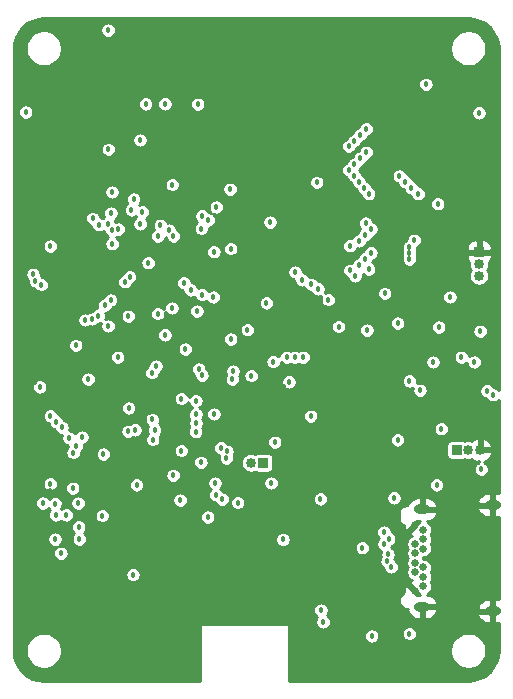
<source format=gbr>
%TF.GenerationSoftware,KiCad,Pcbnew,5.1.8+dfsg1-1~bpo10+1*%
%TF.CreationDate,2021-01-23T23:31:27+00:00*%
%TF.ProjectId,atlas,61746c61-732e-46b6-9963-61645f706362,rev?*%
%TF.SameCoordinates,Original*%
%TF.FileFunction,Copper,L3,Inr*%
%TF.FilePolarity,Positive*%
%FSLAX46Y46*%
G04 Gerber Fmt 4.6, Leading zero omitted, Abs format (unit mm)*
G04 Created by KiCad (PCBNEW 5.1.8+dfsg1-1~bpo10+1) date 2021-01-23 23:31:27*
%MOMM*%
%LPD*%
G01*
G04 APERTURE LIST*
%TA.AperFunction,ComponentPad*%
%ADD10O,0.850000X0.850000*%
%TD*%
%TA.AperFunction,ComponentPad*%
%ADD11R,0.850000X0.850000*%
%TD*%
%TA.AperFunction,ComponentPad*%
%ADD12O,1.400000X0.800000*%
%TD*%
%TA.AperFunction,ComponentPad*%
%ADD13C,0.650000*%
%TD*%
%TA.AperFunction,ViaPad*%
%ADD14C,0.457200*%
%TD*%
%TA.AperFunction,Conductor*%
%ADD15C,0.175000*%
%TD*%
%TA.AperFunction,Conductor*%
%ADD16C,0.254000*%
%TD*%
%TA.AperFunction,Conductor*%
%ADD17C,0.100000*%
%TD*%
G04 APERTURE END LIST*
D10*
%TO.N,Net-(J7-Pad2)*%
%TO.C,J7*%
X195600000Y-122834400D03*
D11*
%TO.N,/VCC_MCU_3V3*%
X196600000Y-122834400D03*
%TD*%
D10*
%TO.N,/UDPI_DSS*%
%TO.C,J4*%
X214901780Y-106990000D03*
%TO.N,/VCC_BACKUP*%
X214901780Y-105990000D03*
D11*
%TO.N,GND*%
X214901780Y-104990000D03*
%TD*%
%TO.N,/CELL_POS*%
%TO.C,J5*%
X212996780Y-121749820D03*
D10*
%TO.N,/CELL_NTC*%
X213996780Y-121749820D03*
%TO.N,GND*%
X214996780Y-121749820D03*
%TD*%
D12*
%TO.N,GND*%
%TO.C,J1*%
X210090000Y-135030000D03*
X210090000Y-126770000D03*
X216040000Y-126410000D03*
X216040000Y-135390000D03*
D13*
X209490000Y-128100000D03*
%TO.N,/USB_PORT_VBUS*%
X209490000Y-129700000D03*
%TO.N,/USB_PORT_D+*%
X209490000Y-130500000D03*
%TO.N,/USB_PORT_D-*%
X209490000Y-131300000D03*
%TO.N,/USB_PORT_VBUS*%
X209490000Y-132100000D03*
%TO.N,GND*%
X209490000Y-133700000D03*
%TO.N,N/C*%
X210190000Y-128500000D03*
X210190000Y-129300000D03*
%TO.N,Net-(J1-PadB5)*%
X210190000Y-130100000D03*
%TO.N,Net-(J1-PadB8)*%
X210190000Y-131700000D03*
%TO.N,N/C*%
X210190000Y-132500000D03*
X210190000Y-133300000D03*
%TD*%
D14*
%TO.N,GND*%
X211600000Y-127800000D03*
X197000000Y-129000000D03*
X197800000Y-131300000D03*
X197800000Y-132300000D03*
X191700000Y-135300000D03*
X188800000Y-139400000D03*
X188800000Y-140400000D03*
X201200000Y-139900000D03*
X201200000Y-138900000D03*
X201200000Y-137800000D03*
X202700000Y-137300000D03*
X185400000Y-124200000D03*
X177286900Y-115986900D03*
X198400000Y-116400000D03*
X204200000Y-138200000D03*
X207400000Y-138200000D03*
X210600000Y-138200000D03*
X205800000Y-135500000D03*
X204300000Y-135400000D03*
X185800000Y-138200000D03*
X191700000Y-136200000D03*
X206600000Y-124800000D03*
X202600000Y-122900000D03*
X209400000Y-124200000D03*
X201200000Y-119400000D03*
X197700000Y-119000000D03*
X196700000Y-132300000D03*
X196700000Y-131300000D03*
X196000000Y-130500000D03*
X195300000Y-130500000D03*
X194200000Y-130500000D03*
X194200000Y-129100000D03*
X195300000Y-129100000D03*
X197600000Y-130000000D03*
X192300000Y-130900000D03*
X196700000Y-133800000D03*
X197800000Y-134700000D03*
X198200000Y-136200000D03*
X197400000Y-136200000D03*
X196600000Y-136200000D03*
X195900000Y-136200000D03*
X195100000Y-136200000D03*
X194400000Y-136200000D03*
X193700000Y-136200000D03*
X193000000Y-136200000D03*
X192400000Y-136200000D03*
X180000000Y-129300000D03*
X183000000Y-128300000D03*
X178600000Y-125200000D03*
X204772699Y-127093034D03*
X204200000Y-127100000D03*
X205350000Y-127100000D03*
X204772699Y-127650000D03*
X204772699Y-126500000D03*
X207450000Y-134200000D03*
X191730000Y-133330000D03*
X191683715Y-132260616D03*
X192855603Y-128202572D03*
X205100000Y-118500000D03*
X207900000Y-120000000D03*
X205838000Y-115741000D03*
X208000000Y-113800000D03*
X212114045Y-112557621D03*
X195798575Y-114157619D03*
X204000000Y-107700000D03*
X196805952Y-105505952D03*
X200500000Y-99150000D03*
X206900000Y-109300000D03*
X207997602Y-107710000D03*
X206872940Y-106527060D03*
X208000000Y-103300000D03*
X207350000Y-97900000D03*
X207350000Y-96700000D03*
X208050000Y-92800000D03*
X203850000Y-94050000D03*
X181600000Y-102590000D03*
X179150000Y-104000000D03*
X185750000Y-107700000D03*
X183389426Y-105357553D03*
X181350000Y-112200000D03*
X191300000Y-99450000D03*
X190712973Y-99824639D03*
X189606276Y-102950351D03*
X181160000Y-90050000D03*
X179200000Y-109000000D03*
X185910000Y-91690000D03*
X177520000Y-105830000D03*
X176500000Y-94440000D03*
X176510000Y-95690000D03*
X176510000Y-98230000D03*
X180290000Y-92870000D03*
%TO.N,/SDMMC1_VSEL*%
X196900000Y-109300000D03*
X206900000Y-108500000D03*
%TO.N,/SDMMC1_CKIN*%
X201259955Y-108111890D03*
X193875860Y-112369890D03*
%TO.N,/LTDC_B5*%
X204350000Y-97550000D03*
X204350000Y-95550000D03*
X193875000Y-104700000D03*
%TO.N,/LTDC_G7*%
X208150000Y-98550000D03*
X204350010Y-98550000D03*
X191431220Y-108588951D03*
%TO.N,/SDMMC1_CMD*%
X195293789Y-111562573D03*
X202133821Y-109015870D03*
%TO.N,/LTDC_B6*%
X204850000Y-97050000D03*
X204850000Y-95050000D03*
X190480610Y-108200000D03*
%TO.N,/LPUART1_RX_GPS*%
X193143522Y-125918452D03*
%TO.N,/LPUART1_TX_GPS*%
X192616119Y-125555610D03*
%TO.N,/LTDC_R6*%
X205750000Y-105050000D03*
X205750000Y-103050000D03*
X190031596Y-113213938D03*
%TO.N,/SDMMC1_D1*%
X199930100Y-107357868D03*
X191161584Y-114891123D03*
%TO.N,/SDMMC1_D0*%
X200693419Y-107731280D03*
X191442352Y-115427495D03*
%TO.N,/LTDC_G6*%
X208650000Y-99050000D03*
X204736900Y-99063100D03*
X188300000Y-112000000D03*
%TO.N,/LTDC_G5*%
X209150000Y-99550000D03*
X205167407Y-99569390D03*
X187267771Y-120867771D03*
%TO.N,/LTDC_G4*%
X209750000Y-100050000D03*
X205551347Y-100051545D03*
X187432541Y-120047146D03*
%TO.N,/LTDC_R7*%
X203950000Y-104450000D03*
X205288000Y-102550000D03*
X187232541Y-119167459D03*
%TO.N,/LTDC_DE*%
X185180977Y-120180977D03*
%TO.N,/LTDC_B4*%
X203850000Y-96050000D03*
X203850000Y-98050000D03*
X185230610Y-118200000D03*
%TO.N,/OCTOSPIM_P1_IO4*%
X177950000Y-126250000D03*
X181278147Y-120655785D03*
%TO.N,/OCTOSPIM_P1_CLK*%
X181000000Y-128250000D03*
X180784020Y-121422575D03*
%TO.N,/OCTOSPIM_P1_IO0*%
X180201657Y-120737021D03*
X180500000Y-125000000D03*
%TO.N,/OCTOSPIM_P1_IO1*%
X180961890Y-126250000D03*
X180536798Y-121972909D03*
%TO.N,/OCTOSPIM_P1_DQS*%
X179950000Y-127250000D03*
X179588110Y-119844551D03*
%TO.N,/OCTOSPIM_P1_IO2*%
X179050000Y-127250000D03*
X179093846Y-119370016D03*
%TO.N,/OCTOSPIM_P1_IO3*%
X179000000Y-126300000D03*
X178605736Y-118858418D03*
%TO.N,/LTDC_R4*%
X204750000Y-106050000D03*
X204750000Y-104050000D03*
X187200000Y-115200000D03*
%TO.N,/LTDC_R5*%
X205250000Y-105550000D03*
X205250000Y-103550000D03*
X187550002Y-114650000D03*
%TO.N,/RCC_OSC32_OUT*%
X184900000Y-107500000D03*
%TO.N,/RCC_OSC32_IN*%
X185313100Y-107086900D03*
%TO.N,/LTDC_B7*%
X205350000Y-96550000D03*
X205350000Y-94550000D03*
X192443663Y-104965115D03*
%TO.N,/VDD_SD_IO_3V3_1V8*%
X209400000Y-104000000D03*
X197200000Y-102453736D03*
%TO.N,/VCC_LCD_PWR*%
X210400000Y-90800000D03*
%TO.N,/DEBUG_SWDCLK_STM*%
X187920318Y-102732621D03*
X186383833Y-101579041D03*
%TO.N,/DEBUG_SWDIO_STM*%
X186200000Y-102600000D03*
X185652941Y-100508505D03*
%TO.N,/EN_LCD_PWR*%
X192450000Y-118700000D03*
X214900000Y-93200000D03*
X181806359Y-115750000D03*
%TO.N,/DEBUG_NRESET_STM*%
X179500000Y-130500000D03*
X183200000Y-109500000D03*
%TO.N,/USB_PORT_VBUS*%
X209000005Y-137299995D03*
X211487203Y-111344390D03*
%TO.N,/USB_PORT_D-*%
X207192186Y-130594037D03*
%TO.N,/USB_PORT_D+*%
X207112915Y-131172845D03*
%TO.N,Net-(J1-PadA5)*%
X207450000Y-131650000D03*
%TO.N,/VCC_MCU_3V3*%
X185900000Y-124700000D03*
X177700000Y-116400000D03*
X198813100Y-115986900D03*
X205800000Y-137500000D03*
X179000000Y-129300000D03*
X183000000Y-127300000D03*
X178600000Y-124600000D03*
X197461982Y-114264844D03*
X199315000Y-106685000D03*
X204400000Y-107000000D03*
X203950000Y-106550000D03*
X185600000Y-132300000D03*
X201700000Y-136300000D03*
X197300000Y-124550000D03*
X191350000Y-122800000D03*
X189600000Y-126000000D03*
X200000000Y-113900000D03*
X199300000Y-113900000D03*
X198600000Y-113900000D03*
X189700000Y-117400000D03*
X209000000Y-105100000D03*
X209000000Y-105600000D03*
X209000000Y-104600000D03*
X201150000Y-99100000D03*
X205550000Y-106450000D03*
X183702231Y-109050477D03*
X178600000Y-104500000D03*
X180750000Y-112900000D03*
X192650000Y-101175000D03*
X193825000Y-99675000D03*
X188925000Y-99275000D03*
X189025004Y-103650000D03*
X183525000Y-96300000D03*
X186190000Y-95510000D03*
X191080000Y-92480000D03*
X183490000Y-86200000D03*
X183827379Y-99910000D03*
X186670368Y-92440000D03*
X176520000Y-93150000D03*
%TO.N,/LTDC_VS*%
X183500000Y-111250000D03*
%TO.N,/LTDC_HS*%
X185203757Y-110436535D03*
%TO.N,/LTDC_CK*%
X185760157Y-120039843D03*
%TO.N,/GPS_1PPS*%
X194455442Y-126201090D03*
%TO.N,Net-(Q1-Pad1)*%
X200650000Y-118900000D03*
%TO.N,/~USB_DET*%
X215000000Y-111700000D03*
X188890446Y-109727521D03*
X184300014Y-113900000D03*
%TO.N,/USB_STM_D+*%
X194064107Y-115080224D03*
%TO.N,/USB_STM_D-*%
X194017531Y-115771130D03*
%TO.N,/LC709203_INT*%
X211700000Y-119950000D03*
X190919525Y-117563856D03*
X190899996Y-120200000D03*
%TO.N,/STC911_INT*%
X188300000Y-92450000D03*
X183837464Y-104286747D03*
%TO.N,/BQ25611_INT*%
X193506157Y-122443832D03*
X206832302Y-128711890D03*
%TO.N,/VCC_BACKUP*%
X211000000Y-114300000D03*
X205400000Y-111600000D03*
X201500000Y-135300000D03*
X203000004Y-111300000D03*
X186890000Y-105890000D03*
%TO.N,/VCC_SYS*%
X208000000Y-120900000D03*
X197600000Y-121100000D03*
X211400000Y-100900000D03*
X215100000Y-123400000D03*
X208000000Y-111010622D03*
%TO.N,Net-(R26-Pad2)*%
X191446769Y-101928223D03*
%TO.N,/CHG_STAT*%
X205021573Y-130020915D03*
X211300000Y-124700000D03*
%TO.N,/CELL_NTC*%
X207700000Y-125800000D03*
%TO.N,/PWR_EN_O*%
X213400000Y-113900000D03*
X209000000Y-115900000D03*
X209900000Y-116700000D03*
%TO.N,/GPS_3DF*%
X198290000Y-129330000D03*
%TO.N,/STM_STATUS_L*%
X181550000Y-110750000D03*
%TO.N,/STM_STATUS_0*%
X182127465Y-110661267D03*
%TO.N,/STM_STATUS_R*%
X182650000Y-110400000D03*
%TO.N,/DEBUG_SWO_STM*%
X191000000Y-110000000D03*
X192399417Y-108798259D03*
X188646508Y-103141889D03*
X185472621Y-101434977D03*
%TO.N,/OPT_LCD_COM_INV*%
X182177590Y-102144382D03*
%TO.N,/SPI4_OPT_LCD_NCS*%
X182689693Y-102678493D03*
%TO.N,/SPI4_MOSI_APP*%
X183480105Y-102615313D03*
%TO.N,/SPI4_SCK_APP*%
X183720064Y-101704597D03*
%TO.N,/T3C1_LCD_BL*%
X189900000Y-107600000D03*
X195607098Y-115451429D03*
X187695978Y-110204022D03*
%TO.N,/GPS_EXTINT*%
X191922995Y-127432674D03*
%TO.N,/GPS_FORCE_ON*%
X192543591Y-124547895D03*
%TO.N,/I2C4_SDA_SYSTEM*%
X207246890Y-129269200D03*
X215577092Y-116736439D03*
X193542379Y-121860747D03*
X190925152Y-118745459D03*
%TO.N,/I2C4_SCL_SYSTEM*%
X216056890Y-117069752D03*
X193040781Y-121561243D03*
X206871395Y-129721213D03*
X190936286Y-119463714D03*
%TO.N,/OCTOSPIM_P1_NCS*%
X181050000Y-129300000D03*
X183094018Y-122100000D03*
%TO.N,/SW_R*%
X177850000Y-107750006D03*
%TO.N,/SW_L*%
X177131349Y-106879270D03*
%TO.N,/SPI4_MISO_APP*%
X183782416Y-103147751D03*
%TO.N,/SPI4_FLASH_NCS*%
X184360000Y-103060000D03*
%TO.N,/I2C1_SDA_SENSOR*%
X191975074Y-102274925D03*
X191393847Y-103002725D03*
%TO.N,Net-(C15-Pad2)*%
X201471298Y-125888110D03*
%TO.N,/PWR_ACK_DSS*%
X189000000Y-123900000D03*
X212434398Y-108800000D03*
%TO.N,/PWR_SW_DSS*%
X189700000Y-121800000D03*
X214500000Y-114300000D03*
%TO.N,/SW_0*%
X177338097Y-107425675D03*
%TO.N,/SW_PWR*%
X187700000Y-103655610D03*
%TD*%
D15*
%TO.N,GND*%
X201200000Y-139900000D02*
X201200000Y-138900000D01*
X201200000Y-138900000D02*
X201200000Y-137800000D01*
X191723099Y-132300000D02*
X191683715Y-132260616D01*
X191763147Y-132300000D02*
X191723099Y-132300000D01*
X193000000Y-129100002D02*
X192855603Y-128955605D01*
X192855603Y-128955605D02*
X192855603Y-128202572D01*
%TD*%
D16*
%TO.N,GND*%
X214494492Y-85252654D02*
X214970137Y-85396259D01*
X215408843Y-85629522D01*
X215793880Y-85943551D01*
X216110592Y-86326390D01*
X216346907Y-86763447D01*
X216493835Y-87238091D01*
X216548000Y-87753439D01*
X216548001Y-116633704D01*
X216474811Y-116560514D01*
X216367433Y-116488767D01*
X216248121Y-116439347D01*
X216154640Y-116420752D01*
X216086330Y-116318518D01*
X215995013Y-116227201D01*
X215887635Y-116155454D01*
X215768323Y-116106034D01*
X215641663Y-116080839D01*
X215512521Y-116080839D01*
X215385861Y-116106034D01*
X215266549Y-116155454D01*
X215159171Y-116227201D01*
X215067854Y-116318518D01*
X214996107Y-116425896D01*
X214946687Y-116545208D01*
X214921492Y-116671868D01*
X214921492Y-116801010D01*
X214946687Y-116927670D01*
X214996107Y-117046982D01*
X215067854Y-117154360D01*
X215159171Y-117245677D01*
X215266549Y-117317424D01*
X215385861Y-117366844D01*
X215479342Y-117385439D01*
X215547652Y-117487673D01*
X215638969Y-117578990D01*
X215746347Y-117650737D01*
X215865659Y-117700157D01*
X215992319Y-117725352D01*
X216121461Y-117725352D01*
X216248121Y-117700157D01*
X216367433Y-117650737D01*
X216474811Y-117578990D01*
X216548001Y-117505800D01*
X216548001Y-125393136D01*
X216467000Y-125375000D01*
X216167000Y-125375000D01*
X216167000Y-126283000D01*
X216187000Y-126283000D01*
X216187000Y-126537000D01*
X216167000Y-126537000D01*
X216167000Y-127445000D01*
X216467000Y-127445000D01*
X216548001Y-127426864D01*
X216548001Y-134373136D01*
X216467000Y-134355000D01*
X216167000Y-134355000D01*
X216167000Y-135263000D01*
X216187000Y-135263000D01*
X216187000Y-135517000D01*
X216167000Y-135517000D01*
X216167000Y-136425000D01*
X216467000Y-136425000D01*
X216548001Y-136406864D01*
X216548001Y-138727881D01*
X216497347Y-139244487D01*
X216353740Y-139720141D01*
X216120478Y-140158842D01*
X215806449Y-140543880D01*
X215423610Y-140860592D01*
X214986552Y-141096908D01*
X214511909Y-141243835D01*
X213996560Y-141298000D01*
X198827000Y-141298000D01*
X198827000Y-138599604D01*
X212473000Y-138599604D01*
X212473000Y-138900396D01*
X212531681Y-139195410D01*
X212646790Y-139473306D01*
X212813901Y-139723406D01*
X213026594Y-139936099D01*
X213276694Y-140103210D01*
X213554590Y-140218319D01*
X213849604Y-140277000D01*
X214150396Y-140277000D01*
X214445410Y-140218319D01*
X214723306Y-140103210D01*
X214973406Y-139936099D01*
X215186099Y-139723406D01*
X215353210Y-139473306D01*
X215468319Y-139195410D01*
X215527000Y-138900396D01*
X215527000Y-138599604D01*
X215468319Y-138304590D01*
X215353210Y-138026694D01*
X215186099Y-137776594D01*
X214973406Y-137563901D01*
X214723306Y-137396790D01*
X214445410Y-137281681D01*
X214150396Y-137223000D01*
X213849604Y-137223000D01*
X213554590Y-137281681D01*
X213276694Y-137396790D01*
X213026594Y-137563901D01*
X212813901Y-137776594D01*
X212646790Y-138026694D01*
X212531681Y-138304590D01*
X212473000Y-138599604D01*
X198827000Y-138599604D01*
X198827000Y-137435429D01*
X205144400Y-137435429D01*
X205144400Y-137564571D01*
X205169595Y-137691231D01*
X205219015Y-137810543D01*
X205290762Y-137917921D01*
X205382079Y-138009238D01*
X205489457Y-138080985D01*
X205608769Y-138130405D01*
X205735429Y-138155600D01*
X205864571Y-138155600D01*
X205991231Y-138130405D01*
X206110543Y-138080985D01*
X206217921Y-138009238D01*
X206309238Y-137917921D01*
X206380985Y-137810543D01*
X206430405Y-137691231D01*
X206455600Y-137564571D01*
X206455600Y-137435429D01*
X206430405Y-137308769D01*
X206400025Y-137235424D01*
X208344405Y-137235424D01*
X208344405Y-137364566D01*
X208369600Y-137491226D01*
X208419020Y-137610538D01*
X208490767Y-137717916D01*
X208582084Y-137809233D01*
X208689462Y-137880980D01*
X208808774Y-137930400D01*
X208935434Y-137955595D01*
X209064576Y-137955595D01*
X209191236Y-137930400D01*
X209310548Y-137880980D01*
X209417926Y-137809233D01*
X209509243Y-137717916D01*
X209580990Y-137610538D01*
X209630410Y-137491226D01*
X209655605Y-137364566D01*
X209655605Y-137235424D01*
X209630410Y-137108764D01*
X209580990Y-136989452D01*
X209509243Y-136882074D01*
X209417926Y-136790757D01*
X209310548Y-136719010D01*
X209191236Y-136669590D01*
X209064576Y-136644395D01*
X208935434Y-136644395D01*
X208808774Y-136669590D01*
X208689462Y-136719010D01*
X208582084Y-136790757D01*
X208490767Y-136882074D01*
X208419020Y-136989452D01*
X208369600Y-137108764D01*
X208344405Y-137235424D01*
X206400025Y-137235424D01*
X206380985Y-137189457D01*
X206309238Y-137082079D01*
X206217921Y-136990762D01*
X206110543Y-136919015D01*
X205991231Y-136869595D01*
X205864571Y-136844400D01*
X205735429Y-136844400D01*
X205608769Y-136869595D01*
X205489457Y-136919015D01*
X205382079Y-136990762D01*
X205290762Y-137082079D01*
X205219015Y-137189457D01*
X205169595Y-137308769D01*
X205144400Y-137435429D01*
X198827000Y-137435429D01*
X198827000Y-136600000D01*
X198824560Y-136575224D01*
X198817333Y-136551399D01*
X198805597Y-136529443D01*
X198789803Y-136510197D01*
X198770557Y-136494403D01*
X198748601Y-136482667D01*
X198724776Y-136475440D01*
X198700000Y-136473000D01*
X191400000Y-136473000D01*
X191375224Y-136475440D01*
X191351399Y-136482667D01*
X191329443Y-136494403D01*
X191310197Y-136510197D01*
X191294403Y-136529443D01*
X191282667Y-136551399D01*
X191275440Y-136575224D01*
X191273000Y-136600000D01*
X191273000Y-141298000D01*
X178072108Y-141298000D01*
X177555513Y-141247347D01*
X177079859Y-141103740D01*
X176641158Y-140870478D01*
X176256120Y-140556449D01*
X175939408Y-140173610D01*
X175703092Y-139736552D01*
X175556165Y-139261909D01*
X175502000Y-138746560D01*
X175502000Y-138599604D01*
X176523000Y-138599604D01*
X176523000Y-138900396D01*
X176581681Y-139195410D01*
X176696790Y-139473306D01*
X176863901Y-139723406D01*
X177076594Y-139936099D01*
X177326694Y-140103210D01*
X177604590Y-140218319D01*
X177899604Y-140277000D01*
X178200396Y-140277000D01*
X178495410Y-140218319D01*
X178773306Y-140103210D01*
X179023406Y-139936099D01*
X179236099Y-139723406D01*
X179403210Y-139473306D01*
X179518319Y-139195410D01*
X179577000Y-138900396D01*
X179577000Y-138599604D01*
X179518319Y-138304590D01*
X179403210Y-138026694D01*
X179236099Y-137776594D01*
X179023406Y-137563901D01*
X178773306Y-137396790D01*
X178495410Y-137281681D01*
X178200396Y-137223000D01*
X177899604Y-137223000D01*
X177604590Y-137281681D01*
X177326694Y-137396790D01*
X177076594Y-137563901D01*
X176863901Y-137776594D01*
X176696790Y-138026694D01*
X176581681Y-138304590D01*
X176523000Y-138599604D01*
X175502000Y-138599604D01*
X175502000Y-135235429D01*
X200844400Y-135235429D01*
X200844400Y-135364571D01*
X200869595Y-135491231D01*
X200919015Y-135610543D01*
X200990762Y-135717921D01*
X201082079Y-135809238D01*
X201189457Y-135880985D01*
X201191153Y-135881688D01*
X201190762Y-135882079D01*
X201119015Y-135989457D01*
X201069595Y-136108769D01*
X201044400Y-136235429D01*
X201044400Y-136364571D01*
X201069595Y-136491231D01*
X201119015Y-136610543D01*
X201190762Y-136717921D01*
X201282079Y-136809238D01*
X201389457Y-136880985D01*
X201508769Y-136930405D01*
X201635429Y-136955600D01*
X201764571Y-136955600D01*
X201891231Y-136930405D01*
X202010543Y-136880985D01*
X202117921Y-136809238D01*
X202209238Y-136717921D01*
X202280985Y-136610543D01*
X202330405Y-136491231D01*
X202355600Y-136364571D01*
X202355600Y-136235429D01*
X202330405Y-136108769D01*
X202280985Y-135989457D01*
X202209238Y-135882079D01*
X202117921Y-135790762D01*
X202010543Y-135719015D01*
X202008847Y-135718312D01*
X202009238Y-135717921D01*
X202080985Y-135610543D01*
X202130405Y-135491231D01*
X202155600Y-135364571D01*
X202155600Y-135235429D01*
X202130405Y-135108769D01*
X202080985Y-134989457D01*
X202009238Y-134882079D01*
X201917921Y-134790762D01*
X201810543Y-134719015D01*
X201691231Y-134669595D01*
X201564571Y-134644400D01*
X201435429Y-134644400D01*
X201308769Y-134669595D01*
X201189457Y-134719015D01*
X201082079Y-134790762D01*
X200990762Y-134882079D01*
X200919015Y-134989457D01*
X200869595Y-135108769D01*
X200844400Y-135235429D01*
X175502000Y-135235429D01*
X175502000Y-132235429D01*
X184944400Y-132235429D01*
X184944400Y-132364571D01*
X184969595Y-132491231D01*
X185019015Y-132610543D01*
X185090762Y-132717921D01*
X185182079Y-132809238D01*
X185289457Y-132880985D01*
X185408769Y-132930405D01*
X185535429Y-132955600D01*
X185664571Y-132955600D01*
X185791231Y-132930405D01*
X185910543Y-132880985D01*
X186017921Y-132809238D01*
X186109238Y-132717921D01*
X186180985Y-132610543D01*
X186230405Y-132491231D01*
X186255600Y-132364571D01*
X186255600Y-132235429D01*
X186230405Y-132108769D01*
X186180985Y-131989457D01*
X186109238Y-131882079D01*
X186017921Y-131790762D01*
X185910543Y-131719015D01*
X185791231Y-131669595D01*
X185664571Y-131644400D01*
X185535429Y-131644400D01*
X185408769Y-131669595D01*
X185289457Y-131719015D01*
X185182079Y-131790762D01*
X185090762Y-131882079D01*
X185019015Y-131989457D01*
X184969595Y-132108769D01*
X184944400Y-132235429D01*
X175502000Y-132235429D01*
X175502000Y-129235429D01*
X178344400Y-129235429D01*
X178344400Y-129364571D01*
X178369595Y-129491231D01*
X178419015Y-129610543D01*
X178490762Y-129717921D01*
X178582079Y-129809238D01*
X178689457Y-129880985D01*
X178808769Y-129930405D01*
X178935429Y-129955600D01*
X179064571Y-129955600D01*
X179164432Y-129935736D01*
X179082079Y-129990762D01*
X178990762Y-130082079D01*
X178919015Y-130189457D01*
X178869595Y-130308769D01*
X178844400Y-130435429D01*
X178844400Y-130564571D01*
X178869595Y-130691231D01*
X178919015Y-130810543D01*
X178990762Y-130917921D01*
X179082079Y-131009238D01*
X179189457Y-131080985D01*
X179308769Y-131130405D01*
X179435429Y-131155600D01*
X179564571Y-131155600D01*
X179691231Y-131130405D01*
X179810543Y-131080985D01*
X179917921Y-131009238D01*
X180009238Y-130917921D01*
X180080985Y-130810543D01*
X180130405Y-130691231D01*
X180155600Y-130564571D01*
X180155600Y-130435429D01*
X180130405Y-130308769D01*
X180080985Y-130189457D01*
X180009238Y-130082079D01*
X179917921Y-129990762D01*
X179810543Y-129919015D01*
X179691231Y-129869595D01*
X179564571Y-129844400D01*
X179435429Y-129844400D01*
X179335568Y-129864264D01*
X179417921Y-129809238D01*
X179509238Y-129717921D01*
X179580985Y-129610543D01*
X179630405Y-129491231D01*
X179655600Y-129364571D01*
X179655600Y-129235429D01*
X179630405Y-129108769D01*
X179580985Y-128989457D01*
X179509238Y-128882079D01*
X179417921Y-128790762D01*
X179310543Y-128719015D01*
X179191231Y-128669595D01*
X179064571Y-128644400D01*
X178935429Y-128644400D01*
X178808769Y-128669595D01*
X178689457Y-128719015D01*
X178582079Y-128790762D01*
X178490762Y-128882079D01*
X178419015Y-128989457D01*
X178369595Y-129108769D01*
X178344400Y-129235429D01*
X175502000Y-129235429D01*
X175502000Y-128185429D01*
X180344400Y-128185429D01*
X180344400Y-128314571D01*
X180369595Y-128441231D01*
X180419015Y-128560543D01*
X180490762Y-128667921D01*
X180582079Y-128759238D01*
X180630949Y-128791892D01*
X180540762Y-128882079D01*
X180469015Y-128989457D01*
X180419595Y-129108769D01*
X180394400Y-129235429D01*
X180394400Y-129364571D01*
X180419595Y-129491231D01*
X180469015Y-129610543D01*
X180540762Y-129717921D01*
X180632079Y-129809238D01*
X180739457Y-129880985D01*
X180858769Y-129930405D01*
X180985429Y-129955600D01*
X181114571Y-129955600D01*
X181241231Y-129930405D01*
X181360543Y-129880985D01*
X181467921Y-129809238D01*
X181559238Y-129717921D01*
X181630985Y-129610543D01*
X181680405Y-129491231D01*
X181705600Y-129364571D01*
X181705600Y-129265429D01*
X197634400Y-129265429D01*
X197634400Y-129394571D01*
X197659595Y-129521231D01*
X197709015Y-129640543D01*
X197780762Y-129747921D01*
X197872079Y-129839238D01*
X197979457Y-129910985D01*
X198098769Y-129960405D01*
X198225429Y-129985600D01*
X198354571Y-129985600D01*
X198481231Y-129960405D01*
X198491035Y-129956344D01*
X204365973Y-129956344D01*
X204365973Y-130085486D01*
X204391168Y-130212146D01*
X204440588Y-130331458D01*
X204512335Y-130438836D01*
X204603652Y-130530153D01*
X204711030Y-130601900D01*
X204830342Y-130651320D01*
X204957002Y-130676515D01*
X205086144Y-130676515D01*
X205212804Y-130651320D01*
X205332116Y-130601900D01*
X205439494Y-130530153D01*
X205530811Y-130438836D01*
X205602558Y-130331458D01*
X205651978Y-130212146D01*
X205677173Y-130085486D01*
X205677173Y-129956344D01*
X205651978Y-129829684D01*
X205602558Y-129710372D01*
X205530811Y-129602994D01*
X205439494Y-129511677D01*
X205332116Y-129439930D01*
X205212804Y-129390510D01*
X205086144Y-129365315D01*
X204957002Y-129365315D01*
X204830342Y-129390510D01*
X204711030Y-129439930D01*
X204603652Y-129511677D01*
X204512335Y-129602994D01*
X204440588Y-129710372D01*
X204391168Y-129829684D01*
X204365973Y-129956344D01*
X198491035Y-129956344D01*
X198600543Y-129910985D01*
X198707921Y-129839238D01*
X198799238Y-129747921D01*
X198870985Y-129640543D01*
X198920405Y-129521231D01*
X198945600Y-129394571D01*
X198945600Y-129265429D01*
X198920405Y-129138769D01*
X198870985Y-129019457D01*
X198799238Y-128912079D01*
X198707921Y-128820762D01*
X198600543Y-128749015D01*
X198481231Y-128699595D01*
X198354571Y-128674400D01*
X198225429Y-128674400D01*
X198098769Y-128699595D01*
X197979457Y-128749015D01*
X197872079Y-128820762D01*
X197780762Y-128912079D01*
X197709015Y-129019457D01*
X197659595Y-129138769D01*
X197634400Y-129265429D01*
X181705600Y-129265429D01*
X181705600Y-129235429D01*
X181680405Y-129108769D01*
X181630985Y-128989457D01*
X181559238Y-128882079D01*
X181467921Y-128790762D01*
X181419051Y-128758108D01*
X181509238Y-128667921D01*
X181523003Y-128647319D01*
X206176702Y-128647319D01*
X206176702Y-128776461D01*
X206201897Y-128903121D01*
X206251317Y-129022433D01*
X206323064Y-129129811D01*
X206414381Y-129221128D01*
X206432329Y-129233120D01*
X206362157Y-129303292D01*
X206290410Y-129410670D01*
X206240990Y-129529982D01*
X206215795Y-129656642D01*
X206215795Y-129785784D01*
X206240990Y-129912444D01*
X206290410Y-130031756D01*
X206362157Y-130139134D01*
X206453474Y-130230451D01*
X206560852Y-130302198D01*
X206597215Y-130317260D01*
X206561781Y-130402806D01*
X206536586Y-130529466D01*
X206536586Y-130658608D01*
X206561781Y-130785268D01*
X206570055Y-130805243D01*
X206531930Y-130862302D01*
X206482510Y-130981614D01*
X206457315Y-131108274D01*
X206457315Y-131237416D01*
X206482510Y-131364076D01*
X206531930Y-131483388D01*
X206603677Y-131590766D01*
X206694994Y-131682083D01*
X206802184Y-131753705D01*
X206819595Y-131841231D01*
X206869015Y-131960543D01*
X206940762Y-132067921D01*
X207032079Y-132159238D01*
X207139457Y-132230985D01*
X207258769Y-132280405D01*
X207385429Y-132305600D01*
X207514571Y-132305600D01*
X207641231Y-132280405D01*
X207760543Y-132230985D01*
X207867921Y-132159238D01*
X207959238Y-132067921D01*
X208030985Y-131960543D01*
X208080405Y-131841231D01*
X208105600Y-131714571D01*
X208105600Y-131585429D01*
X208080405Y-131458769D01*
X208030985Y-131339457D01*
X207959238Y-131232079D01*
X207867921Y-131140762D01*
X207760731Y-131069140D01*
X207743320Y-130981614D01*
X207735046Y-130961639D01*
X207773171Y-130904580D01*
X207822591Y-130785268D01*
X207847786Y-130658608D01*
X207847786Y-130529466D01*
X207822591Y-130402806D01*
X207773171Y-130283494D01*
X207701424Y-130176116D01*
X207610107Y-130084799D01*
X207502729Y-130013052D01*
X207466366Y-129997990D01*
X207501800Y-129912444D01*
X207510301Y-129869707D01*
X207557433Y-129850185D01*
X207664811Y-129778438D01*
X207756128Y-129687121D01*
X207827875Y-129579743D01*
X207877295Y-129460431D01*
X207902490Y-129333771D01*
X207902490Y-129204629D01*
X207877295Y-129077969D01*
X207827875Y-128958657D01*
X207756128Y-128851279D01*
X207664811Y-128759962D01*
X207557433Y-128688215D01*
X207487902Y-128659415D01*
X207487902Y-128647319D01*
X207462707Y-128520659D01*
X207413287Y-128401347D01*
X207341540Y-128293969D01*
X207250223Y-128202652D01*
X207142845Y-128130905D01*
X207023533Y-128081485D01*
X206896873Y-128056290D01*
X206767731Y-128056290D01*
X206641071Y-128081485D01*
X206521759Y-128130905D01*
X206414381Y-128202652D01*
X206323064Y-128293969D01*
X206251317Y-128401347D01*
X206201897Y-128520659D01*
X206176702Y-128647319D01*
X181523003Y-128647319D01*
X181580985Y-128560543D01*
X181630405Y-128441231D01*
X181655600Y-128314571D01*
X181655600Y-128185429D01*
X181630405Y-128058769D01*
X181580985Y-127939457D01*
X181509238Y-127832079D01*
X181417921Y-127740762D01*
X181310543Y-127669015D01*
X181191231Y-127619595D01*
X181064571Y-127594400D01*
X180935429Y-127594400D01*
X180808769Y-127619595D01*
X180689457Y-127669015D01*
X180582079Y-127740762D01*
X180490762Y-127832079D01*
X180419015Y-127939457D01*
X180369595Y-128058769D01*
X180344400Y-128185429D01*
X175502000Y-128185429D01*
X175502000Y-126185429D01*
X177294400Y-126185429D01*
X177294400Y-126314571D01*
X177319595Y-126441231D01*
X177369015Y-126560543D01*
X177440762Y-126667921D01*
X177532079Y-126759238D01*
X177639457Y-126830985D01*
X177758769Y-126880405D01*
X177885429Y-126905600D01*
X178014571Y-126905600D01*
X178141231Y-126880405D01*
X178260543Y-126830985D01*
X178367921Y-126759238D01*
X178458108Y-126669051D01*
X178490762Y-126717921D01*
X178572841Y-126800000D01*
X178540762Y-126832079D01*
X178469015Y-126939457D01*
X178419595Y-127058769D01*
X178394400Y-127185429D01*
X178394400Y-127314571D01*
X178419595Y-127441231D01*
X178469015Y-127560543D01*
X178540762Y-127667921D01*
X178632079Y-127759238D01*
X178739457Y-127830985D01*
X178858769Y-127880405D01*
X178985429Y-127905600D01*
X179114571Y-127905600D01*
X179241231Y-127880405D01*
X179360543Y-127830985D01*
X179467921Y-127759238D01*
X179500000Y-127727159D01*
X179532079Y-127759238D01*
X179639457Y-127830985D01*
X179758769Y-127880405D01*
X179885429Y-127905600D01*
X180014571Y-127905600D01*
X180141231Y-127880405D01*
X180260543Y-127830985D01*
X180367921Y-127759238D01*
X180459238Y-127667921D01*
X180530985Y-127560543D01*
X180580405Y-127441231D01*
X180605600Y-127314571D01*
X180605600Y-127235429D01*
X182344400Y-127235429D01*
X182344400Y-127364571D01*
X182369595Y-127491231D01*
X182419015Y-127610543D01*
X182490762Y-127717921D01*
X182582079Y-127809238D01*
X182689457Y-127880985D01*
X182808769Y-127930405D01*
X182935429Y-127955600D01*
X183064571Y-127955600D01*
X183191231Y-127930405D01*
X183310543Y-127880985D01*
X183417921Y-127809238D01*
X183509238Y-127717921D01*
X183580985Y-127610543D01*
X183630405Y-127491231D01*
X183654897Y-127368103D01*
X191267395Y-127368103D01*
X191267395Y-127497245D01*
X191292590Y-127623905D01*
X191342010Y-127743217D01*
X191413757Y-127850595D01*
X191505074Y-127941912D01*
X191612452Y-128013659D01*
X191731764Y-128063079D01*
X191858424Y-128088274D01*
X191987566Y-128088274D01*
X192114226Y-128063079D01*
X192233538Y-128013659D01*
X192340916Y-127941912D01*
X192432233Y-127850595D01*
X192503980Y-127743217D01*
X192553400Y-127623905D01*
X192578595Y-127497245D01*
X192578595Y-127368103D01*
X192553400Y-127241443D01*
X192503980Y-127122131D01*
X192497922Y-127113063D01*
X208088000Y-127113063D01*
X208088000Y-127486938D01*
X208098881Y-127597418D01*
X208141882Y-127739170D01*
X208211710Y-127869810D01*
X208305683Y-127984317D01*
X208420191Y-128078290D01*
X208529787Y-128136870D01*
X208529503Y-128189361D01*
X208565392Y-128375028D01*
X208636813Y-128550126D01*
X208641730Y-128559323D01*
X208837464Y-128572931D01*
X209310395Y-128100000D01*
X209296253Y-128085858D01*
X209475858Y-127906253D01*
X209490000Y-127920395D01*
X209615933Y-127794462D01*
X209663000Y-127805000D01*
X209902807Y-127805000D01*
X209833794Y-127833586D01*
X209710628Y-127915883D01*
X209605883Y-128020628D01*
X209523586Y-128143794D01*
X209466899Y-128280650D01*
X209461422Y-128308183D01*
X209017069Y-128752536D01*
X209030677Y-128948270D01*
X209184045Y-129012771D01*
X209133794Y-129033586D01*
X209010628Y-129115883D01*
X208905883Y-129220628D01*
X208823586Y-129343794D01*
X208766899Y-129480650D01*
X208738000Y-129625934D01*
X208738000Y-129774066D01*
X208766899Y-129919350D01*
X208823586Y-130056206D01*
X208852848Y-130100000D01*
X208823586Y-130143794D01*
X208766899Y-130280650D01*
X208738000Y-130425934D01*
X208738000Y-130574066D01*
X208766899Y-130719350D01*
X208823586Y-130856206D01*
X208852848Y-130900000D01*
X208823586Y-130943794D01*
X208766899Y-131080650D01*
X208738000Y-131225934D01*
X208738000Y-131374066D01*
X208766899Y-131519350D01*
X208823586Y-131656206D01*
X208852848Y-131700000D01*
X208823586Y-131743794D01*
X208766899Y-131880650D01*
X208738000Y-132025934D01*
X208738000Y-132174066D01*
X208766899Y-132319350D01*
X208823586Y-132456206D01*
X208905883Y-132579372D01*
X209010628Y-132684117D01*
X209133794Y-132766414D01*
X209184992Y-132787621D01*
X209039874Y-132846813D01*
X209030677Y-132851730D01*
X209017069Y-133047464D01*
X209461422Y-133491817D01*
X209466899Y-133519350D01*
X209523586Y-133656206D01*
X209605883Y-133779372D01*
X209710628Y-133884117D01*
X209833794Y-133966414D01*
X209902807Y-133995000D01*
X209663000Y-133995000D01*
X209615933Y-134005538D01*
X209490000Y-133879605D01*
X209475858Y-133893748D01*
X209296253Y-133714143D01*
X209310395Y-133700000D01*
X208837464Y-133227069D01*
X208641730Y-133240677D01*
X208568419Y-133414992D01*
X208530525Y-133600260D01*
X208529503Y-133789361D01*
X208534029Y-133812778D01*
X208483794Y-133833586D01*
X208360628Y-133915883D01*
X208255883Y-134020628D01*
X208173586Y-134143794D01*
X208116899Y-134280650D01*
X208088000Y-134425934D01*
X208088000Y-134574066D01*
X208116899Y-134719350D01*
X208173586Y-134856206D01*
X208255883Y-134979372D01*
X208360628Y-135084117D01*
X208483794Y-135166414D01*
X208620650Y-135223101D01*
X208765934Y-135252000D01*
X208846781Y-135252000D01*
X208795334Y-135316123D01*
X208858872Y-135499418D01*
X208968342Y-135672052D01*
X209109388Y-135820013D01*
X209276590Y-135937614D01*
X209463522Y-136020336D01*
X209663000Y-136065000D01*
X209963000Y-136065000D01*
X209963000Y-135157000D01*
X210217000Y-135157000D01*
X210217000Y-136065000D01*
X210517000Y-136065000D01*
X210716478Y-136020336D01*
X210903410Y-135937614D01*
X211070612Y-135820013D01*
X211207777Y-135676123D01*
X214745334Y-135676123D01*
X214808872Y-135859418D01*
X214918342Y-136032052D01*
X215059388Y-136180013D01*
X215226590Y-136297614D01*
X215413522Y-136380336D01*
X215613000Y-136425000D01*
X215913000Y-136425000D01*
X215913000Y-135517000D01*
X214873002Y-135517000D01*
X214745334Y-135676123D01*
X211207777Y-135676123D01*
X211211658Y-135672052D01*
X211321128Y-135499418D01*
X211384666Y-135316123D01*
X211256998Y-135157000D01*
X210217000Y-135157000D01*
X209963000Y-135157000D01*
X209943000Y-135157000D01*
X209943000Y-135103877D01*
X214745334Y-135103877D01*
X214873002Y-135263000D01*
X215913000Y-135263000D01*
X215913000Y-134355000D01*
X215613000Y-134355000D01*
X215413522Y-134399664D01*
X215226590Y-134482386D01*
X215059388Y-134599987D01*
X214918342Y-134747948D01*
X214808872Y-134920582D01*
X214745334Y-135103877D01*
X209943000Y-135103877D01*
X209943000Y-134903000D01*
X209963000Y-134903000D01*
X209963000Y-134883000D01*
X210217000Y-134883000D01*
X210217000Y-134903000D01*
X211256998Y-134903000D01*
X211384666Y-134743877D01*
X211321128Y-134560582D01*
X211211658Y-134387948D01*
X211070612Y-134239987D01*
X210903410Y-134122386D01*
X210716478Y-134039664D01*
X210517000Y-133995000D01*
X210477193Y-133995000D01*
X210546206Y-133966414D01*
X210669372Y-133884117D01*
X210774117Y-133779372D01*
X210856414Y-133656206D01*
X210913101Y-133519350D01*
X210942000Y-133374066D01*
X210942000Y-133225934D01*
X210913101Y-133080650D01*
X210856414Y-132943794D01*
X210827152Y-132900000D01*
X210856414Y-132856206D01*
X210913101Y-132719350D01*
X210942000Y-132574066D01*
X210942000Y-132425934D01*
X210913101Y-132280650D01*
X210856414Y-132143794D01*
X210827152Y-132100000D01*
X210856414Y-132056206D01*
X210913101Y-131919350D01*
X210942000Y-131774066D01*
X210942000Y-131625934D01*
X210913101Y-131480650D01*
X210856414Y-131343794D01*
X210774117Y-131220628D01*
X210669372Y-131115883D01*
X210546206Y-131033586D01*
X210409350Y-130976899D01*
X210264066Y-130948000D01*
X210158156Y-130948000D01*
X210156414Y-130943794D01*
X210127152Y-130900000D01*
X210156414Y-130856206D01*
X210158156Y-130852000D01*
X210264066Y-130852000D01*
X210409350Y-130823101D01*
X210546206Y-130766414D01*
X210669372Y-130684117D01*
X210774117Y-130579372D01*
X210856414Y-130456206D01*
X210913101Y-130319350D01*
X210942000Y-130174066D01*
X210942000Y-130025934D01*
X210913101Y-129880650D01*
X210856414Y-129743794D01*
X210827152Y-129700000D01*
X210856414Y-129656206D01*
X210913101Y-129519350D01*
X210942000Y-129374066D01*
X210942000Y-129225934D01*
X210913101Y-129080650D01*
X210856414Y-128943794D01*
X210827152Y-128900000D01*
X210856414Y-128856206D01*
X210913101Y-128719350D01*
X210942000Y-128574066D01*
X210942000Y-128425934D01*
X210913101Y-128280650D01*
X210856414Y-128143794D01*
X210774117Y-128020628D01*
X210669372Y-127915883D01*
X210546206Y-127833586D01*
X210477193Y-127805000D01*
X210517000Y-127805000D01*
X210716478Y-127760336D01*
X210903410Y-127677614D01*
X211070612Y-127560013D01*
X211211658Y-127412052D01*
X211321128Y-127239418D01*
X211384666Y-127056123D01*
X211256998Y-126897000D01*
X210217000Y-126897000D01*
X210217000Y-126917000D01*
X209963000Y-126917000D01*
X209963000Y-126897000D01*
X209943000Y-126897000D01*
X209943000Y-126696123D01*
X214745334Y-126696123D01*
X214808872Y-126879418D01*
X214918342Y-127052052D01*
X215059388Y-127200013D01*
X215226590Y-127317614D01*
X215413522Y-127400336D01*
X215613000Y-127445000D01*
X215913000Y-127445000D01*
X215913000Y-126537000D01*
X214873002Y-126537000D01*
X214745334Y-126696123D01*
X209943000Y-126696123D01*
X209943000Y-126643000D01*
X209963000Y-126643000D01*
X209963000Y-125735000D01*
X210217000Y-125735000D01*
X210217000Y-126643000D01*
X211256998Y-126643000D01*
X211384666Y-126483877D01*
X211321128Y-126300582D01*
X211211658Y-126127948D01*
X211207778Y-126123877D01*
X214745334Y-126123877D01*
X214873002Y-126283000D01*
X215913000Y-126283000D01*
X215913000Y-125375000D01*
X215613000Y-125375000D01*
X215413522Y-125419664D01*
X215226590Y-125502386D01*
X215059388Y-125619987D01*
X214918342Y-125767948D01*
X214808872Y-125940582D01*
X214745334Y-126123877D01*
X211207778Y-126123877D01*
X211070612Y-125979987D01*
X210903410Y-125862386D01*
X210716478Y-125779664D01*
X210517000Y-125735000D01*
X210217000Y-125735000D01*
X209963000Y-125735000D01*
X209663000Y-125735000D01*
X209463522Y-125779664D01*
X209276590Y-125862386D01*
X209109388Y-125979987D01*
X208968342Y-126127948D01*
X208858872Y-126300582D01*
X208825882Y-126395752D01*
X208692582Y-126408881D01*
X208550830Y-126451882D01*
X208420190Y-126521710D01*
X208305683Y-126615683D01*
X208211710Y-126730191D01*
X208141882Y-126860831D01*
X208098881Y-127002583D01*
X208088000Y-127113063D01*
X192497922Y-127113063D01*
X192432233Y-127014753D01*
X192340916Y-126923436D01*
X192233538Y-126851689D01*
X192114226Y-126802269D01*
X191987566Y-126777074D01*
X191858424Y-126777074D01*
X191731764Y-126802269D01*
X191612452Y-126851689D01*
X191505074Y-126923436D01*
X191413757Y-127014753D01*
X191342010Y-127122131D01*
X191292590Y-127241443D01*
X191267395Y-127368103D01*
X183654897Y-127368103D01*
X183655600Y-127364571D01*
X183655600Y-127235429D01*
X183630405Y-127108769D01*
X183580985Y-126989457D01*
X183509238Y-126882079D01*
X183417921Y-126790762D01*
X183310543Y-126719015D01*
X183191231Y-126669595D01*
X183064571Y-126644400D01*
X182935429Y-126644400D01*
X182808769Y-126669595D01*
X182689457Y-126719015D01*
X182582079Y-126790762D01*
X182490762Y-126882079D01*
X182419015Y-126989457D01*
X182369595Y-127108769D01*
X182344400Y-127235429D01*
X180605600Y-127235429D01*
X180605600Y-127185429D01*
X180580405Y-127058769D01*
X180530985Y-126939457D01*
X180459238Y-126832079D01*
X180367921Y-126740762D01*
X180260543Y-126669015D01*
X180141231Y-126619595D01*
X180014571Y-126594400D01*
X179885429Y-126594400D01*
X179758769Y-126619595D01*
X179639457Y-126669015D01*
X179532079Y-126740762D01*
X179500000Y-126772841D01*
X179477159Y-126750000D01*
X179509238Y-126717921D01*
X179580985Y-126610543D01*
X179630405Y-126491231D01*
X179655600Y-126364571D01*
X179655600Y-126235429D01*
X179645655Y-126185429D01*
X180306290Y-126185429D01*
X180306290Y-126314571D01*
X180331485Y-126441231D01*
X180380905Y-126560543D01*
X180452652Y-126667921D01*
X180543969Y-126759238D01*
X180651347Y-126830985D01*
X180770659Y-126880405D01*
X180897319Y-126905600D01*
X181026461Y-126905600D01*
X181153121Y-126880405D01*
X181272433Y-126830985D01*
X181379811Y-126759238D01*
X181471128Y-126667921D01*
X181542875Y-126560543D01*
X181592295Y-126441231D01*
X181617490Y-126314571D01*
X181617490Y-126185429D01*
X181592295Y-126058769D01*
X181542875Y-125939457D01*
X181540184Y-125935429D01*
X188944400Y-125935429D01*
X188944400Y-126064571D01*
X188969595Y-126191231D01*
X189019015Y-126310543D01*
X189090762Y-126417921D01*
X189182079Y-126509238D01*
X189289457Y-126580985D01*
X189408769Y-126630405D01*
X189535429Y-126655600D01*
X189664571Y-126655600D01*
X189791231Y-126630405D01*
X189910543Y-126580985D01*
X190017921Y-126509238D01*
X190109238Y-126417921D01*
X190180985Y-126310543D01*
X190230405Y-126191231D01*
X190255600Y-126064571D01*
X190255600Y-125935429D01*
X190230405Y-125808769D01*
X190180985Y-125689457D01*
X190109238Y-125582079D01*
X190017921Y-125490762D01*
X189910543Y-125419015D01*
X189791231Y-125369595D01*
X189664571Y-125344400D01*
X189535429Y-125344400D01*
X189408769Y-125369595D01*
X189289457Y-125419015D01*
X189182079Y-125490762D01*
X189090762Y-125582079D01*
X189019015Y-125689457D01*
X188969595Y-125808769D01*
X188944400Y-125935429D01*
X181540184Y-125935429D01*
X181471128Y-125832079D01*
X181379811Y-125740762D01*
X181272433Y-125669015D01*
X181153121Y-125619595D01*
X181026461Y-125594400D01*
X180897319Y-125594400D01*
X180770659Y-125619595D01*
X180651347Y-125669015D01*
X180543969Y-125740762D01*
X180452652Y-125832079D01*
X180380905Y-125939457D01*
X180331485Y-126058769D01*
X180306290Y-126185429D01*
X179645655Y-126185429D01*
X179630405Y-126108769D01*
X179580985Y-125989457D01*
X179509238Y-125882079D01*
X179417921Y-125790762D01*
X179310543Y-125719015D01*
X179191231Y-125669595D01*
X179064571Y-125644400D01*
X178935429Y-125644400D01*
X178808769Y-125669595D01*
X178689457Y-125719015D01*
X178582079Y-125790762D01*
X178491892Y-125880949D01*
X178459238Y-125832079D01*
X178367921Y-125740762D01*
X178260543Y-125669015D01*
X178141231Y-125619595D01*
X178014571Y-125594400D01*
X177885429Y-125594400D01*
X177758769Y-125619595D01*
X177639457Y-125669015D01*
X177532079Y-125740762D01*
X177440762Y-125832079D01*
X177369015Y-125939457D01*
X177319595Y-126058769D01*
X177294400Y-126185429D01*
X175502000Y-126185429D01*
X175502000Y-124535429D01*
X177944400Y-124535429D01*
X177944400Y-124664571D01*
X177969595Y-124791231D01*
X178019015Y-124910543D01*
X178090762Y-125017921D01*
X178182079Y-125109238D01*
X178289457Y-125180985D01*
X178408769Y-125230405D01*
X178535429Y-125255600D01*
X178664571Y-125255600D01*
X178791231Y-125230405D01*
X178910543Y-125180985D01*
X179017921Y-125109238D01*
X179109238Y-125017921D01*
X179164356Y-124935429D01*
X179844400Y-124935429D01*
X179844400Y-125064571D01*
X179869595Y-125191231D01*
X179919015Y-125310543D01*
X179990762Y-125417921D01*
X180082079Y-125509238D01*
X180189457Y-125580985D01*
X180308769Y-125630405D01*
X180435429Y-125655600D01*
X180564571Y-125655600D01*
X180691231Y-125630405D01*
X180810543Y-125580985D01*
X180917921Y-125509238D01*
X181009238Y-125417921D01*
X181080985Y-125310543D01*
X181130405Y-125191231D01*
X181155600Y-125064571D01*
X181155600Y-124935429D01*
X181130405Y-124808769D01*
X181080985Y-124689457D01*
X181044885Y-124635429D01*
X185244400Y-124635429D01*
X185244400Y-124764571D01*
X185269595Y-124891231D01*
X185319015Y-125010543D01*
X185390762Y-125117921D01*
X185482079Y-125209238D01*
X185589457Y-125280985D01*
X185708769Y-125330405D01*
X185835429Y-125355600D01*
X185964571Y-125355600D01*
X186091231Y-125330405D01*
X186210543Y-125280985D01*
X186317921Y-125209238D01*
X186409238Y-125117921D01*
X186480985Y-125010543D01*
X186530405Y-124891231D01*
X186555600Y-124764571D01*
X186555600Y-124635429D01*
X186530405Y-124508769D01*
X186480985Y-124389457D01*
X186409238Y-124282079D01*
X186317921Y-124190762D01*
X186210543Y-124119015D01*
X186091231Y-124069595D01*
X185964571Y-124044400D01*
X185835429Y-124044400D01*
X185708769Y-124069595D01*
X185589457Y-124119015D01*
X185482079Y-124190762D01*
X185390762Y-124282079D01*
X185319015Y-124389457D01*
X185269595Y-124508769D01*
X185244400Y-124635429D01*
X181044885Y-124635429D01*
X181009238Y-124582079D01*
X180917921Y-124490762D01*
X180810543Y-124419015D01*
X180691231Y-124369595D01*
X180564571Y-124344400D01*
X180435429Y-124344400D01*
X180308769Y-124369595D01*
X180189457Y-124419015D01*
X180082079Y-124490762D01*
X179990762Y-124582079D01*
X179919015Y-124689457D01*
X179869595Y-124808769D01*
X179844400Y-124935429D01*
X179164356Y-124935429D01*
X179180985Y-124910543D01*
X179230405Y-124791231D01*
X179255600Y-124664571D01*
X179255600Y-124535429D01*
X179230405Y-124408769D01*
X179180985Y-124289457D01*
X179109238Y-124182079D01*
X179017921Y-124090762D01*
X178910543Y-124019015D01*
X178791231Y-123969595D01*
X178664571Y-123944400D01*
X178535429Y-123944400D01*
X178408769Y-123969595D01*
X178289457Y-124019015D01*
X178182079Y-124090762D01*
X178090762Y-124182079D01*
X178019015Y-124289457D01*
X177969595Y-124408769D01*
X177944400Y-124535429D01*
X175502000Y-124535429D01*
X175502000Y-123835429D01*
X188344400Y-123835429D01*
X188344400Y-123964571D01*
X188369595Y-124091231D01*
X188419015Y-124210543D01*
X188490762Y-124317921D01*
X188582079Y-124409238D01*
X188689457Y-124480985D01*
X188808769Y-124530405D01*
X188935429Y-124555600D01*
X189064571Y-124555600D01*
X189191231Y-124530405D01*
X189304896Y-124483324D01*
X191887991Y-124483324D01*
X191887991Y-124612466D01*
X191913186Y-124739126D01*
X191962606Y-124858438D01*
X192034353Y-124965816D01*
X192125670Y-125057133D01*
X192162697Y-125081873D01*
X192106881Y-125137689D01*
X192035134Y-125245067D01*
X191985714Y-125364379D01*
X191960519Y-125491039D01*
X191960519Y-125620181D01*
X191985714Y-125746841D01*
X192035134Y-125866153D01*
X192106881Y-125973531D01*
X192198198Y-126064848D01*
X192305576Y-126136595D01*
X192424888Y-126186015D01*
X192551548Y-126211210D01*
X192555170Y-126211210D01*
X192562537Y-126228995D01*
X192634284Y-126336373D01*
X192725601Y-126427690D01*
X192832979Y-126499437D01*
X192952291Y-126548857D01*
X193078951Y-126574052D01*
X193208093Y-126574052D01*
X193334753Y-126548857D01*
X193454065Y-126499437D01*
X193561443Y-126427690D01*
X193652760Y-126336373D01*
X193724507Y-126228995D01*
X193762811Y-126136519D01*
X193799842Y-126136519D01*
X193799842Y-126265661D01*
X193825037Y-126392321D01*
X193874457Y-126511633D01*
X193946204Y-126619011D01*
X194037521Y-126710328D01*
X194144899Y-126782075D01*
X194264211Y-126831495D01*
X194390871Y-126856690D01*
X194520013Y-126856690D01*
X194646673Y-126831495D01*
X194765985Y-126782075D01*
X194873363Y-126710328D01*
X194964680Y-126619011D01*
X195036427Y-126511633D01*
X195085847Y-126392321D01*
X195111042Y-126265661D01*
X195111042Y-126136519D01*
X195085847Y-126009859D01*
X195036427Y-125890547D01*
X194991655Y-125823539D01*
X200815698Y-125823539D01*
X200815698Y-125952681D01*
X200840893Y-126079341D01*
X200890313Y-126198653D01*
X200962060Y-126306031D01*
X201053377Y-126397348D01*
X201160755Y-126469095D01*
X201280067Y-126518515D01*
X201406727Y-126543710D01*
X201535869Y-126543710D01*
X201662529Y-126518515D01*
X201781841Y-126469095D01*
X201889219Y-126397348D01*
X201980536Y-126306031D01*
X202052283Y-126198653D01*
X202101703Y-126079341D01*
X202126898Y-125952681D01*
X202126898Y-125823539D01*
X202109372Y-125735429D01*
X207044400Y-125735429D01*
X207044400Y-125864571D01*
X207069595Y-125991231D01*
X207119015Y-126110543D01*
X207190762Y-126217921D01*
X207282079Y-126309238D01*
X207389457Y-126380985D01*
X207508769Y-126430405D01*
X207635429Y-126455600D01*
X207764571Y-126455600D01*
X207891231Y-126430405D01*
X208010543Y-126380985D01*
X208117921Y-126309238D01*
X208209238Y-126217921D01*
X208280985Y-126110543D01*
X208330405Y-125991231D01*
X208355600Y-125864571D01*
X208355600Y-125735429D01*
X208330405Y-125608769D01*
X208280985Y-125489457D01*
X208209238Y-125382079D01*
X208117921Y-125290762D01*
X208010543Y-125219015D01*
X207891231Y-125169595D01*
X207764571Y-125144400D01*
X207635429Y-125144400D01*
X207508769Y-125169595D01*
X207389457Y-125219015D01*
X207282079Y-125290762D01*
X207190762Y-125382079D01*
X207119015Y-125489457D01*
X207069595Y-125608769D01*
X207044400Y-125735429D01*
X202109372Y-125735429D01*
X202101703Y-125696879D01*
X202052283Y-125577567D01*
X201980536Y-125470189D01*
X201889219Y-125378872D01*
X201781841Y-125307125D01*
X201662529Y-125257705D01*
X201535869Y-125232510D01*
X201406727Y-125232510D01*
X201280067Y-125257705D01*
X201160755Y-125307125D01*
X201053377Y-125378872D01*
X200962060Y-125470189D01*
X200890313Y-125577567D01*
X200840893Y-125696879D01*
X200815698Y-125823539D01*
X194991655Y-125823539D01*
X194964680Y-125783169D01*
X194873363Y-125691852D01*
X194765985Y-125620105D01*
X194646673Y-125570685D01*
X194520013Y-125545490D01*
X194390871Y-125545490D01*
X194264211Y-125570685D01*
X194144899Y-125620105D01*
X194037521Y-125691852D01*
X193946204Y-125783169D01*
X193874457Y-125890547D01*
X193825037Y-126009859D01*
X193799842Y-126136519D01*
X193762811Y-126136519D01*
X193773927Y-126109683D01*
X193799122Y-125983023D01*
X193799122Y-125853881D01*
X193773927Y-125727221D01*
X193724507Y-125607909D01*
X193652760Y-125500531D01*
X193561443Y-125409214D01*
X193454065Y-125337467D01*
X193334753Y-125288047D01*
X193208093Y-125262852D01*
X193204471Y-125262852D01*
X193197104Y-125245067D01*
X193125357Y-125137689D01*
X193034040Y-125046372D01*
X192997013Y-125021632D01*
X193052829Y-124965816D01*
X193124576Y-124858438D01*
X193173996Y-124739126D01*
X193199191Y-124612466D01*
X193199191Y-124485429D01*
X196644400Y-124485429D01*
X196644400Y-124614571D01*
X196669595Y-124741231D01*
X196719015Y-124860543D01*
X196790762Y-124967921D01*
X196882079Y-125059238D01*
X196989457Y-125130985D01*
X197108769Y-125180405D01*
X197235429Y-125205600D01*
X197364571Y-125205600D01*
X197491231Y-125180405D01*
X197610543Y-125130985D01*
X197717921Y-125059238D01*
X197809238Y-124967921D01*
X197880985Y-124860543D01*
X197930405Y-124741231D01*
X197951450Y-124635429D01*
X210644400Y-124635429D01*
X210644400Y-124764571D01*
X210669595Y-124891231D01*
X210719015Y-125010543D01*
X210790762Y-125117921D01*
X210882079Y-125209238D01*
X210989457Y-125280985D01*
X211108769Y-125330405D01*
X211235429Y-125355600D01*
X211364571Y-125355600D01*
X211491231Y-125330405D01*
X211610543Y-125280985D01*
X211717921Y-125209238D01*
X211809238Y-125117921D01*
X211880985Y-125010543D01*
X211930405Y-124891231D01*
X211955600Y-124764571D01*
X211955600Y-124635429D01*
X211930405Y-124508769D01*
X211880985Y-124389457D01*
X211809238Y-124282079D01*
X211717921Y-124190762D01*
X211610543Y-124119015D01*
X211491231Y-124069595D01*
X211364571Y-124044400D01*
X211235429Y-124044400D01*
X211108769Y-124069595D01*
X210989457Y-124119015D01*
X210882079Y-124190762D01*
X210790762Y-124282079D01*
X210719015Y-124389457D01*
X210669595Y-124508769D01*
X210644400Y-124635429D01*
X197951450Y-124635429D01*
X197955600Y-124614571D01*
X197955600Y-124485429D01*
X197930405Y-124358769D01*
X197880985Y-124239457D01*
X197809238Y-124132079D01*
X197717921Y-124040762D01*
X197610543Y-123969015D01*
X197491231Y-123919595D01*
X197364571Y-123894400D01*
X197235429Y-123894400D01*
X197108769Y-123919595D01*
X196989457Y-123969015D01*
X196882079Y-124040762D01*
X196790762Y-124132079D01*
X196719015Y-124239457D01*
X196669595Y-124358769D01*
X196644400Y-124485429D01*
X193199191Y-124485429D01*
X193199191Y-124483324D01*
X193173996Y-124356664D01*
X193124576Y-124237352D01*
X193052829Y-124129974D01*
X192961512Y-124038657D01*
X192854134Y-123966910D01*
X192734822Y-123917490D01*
X192608162Y-123892295D01*
X192479020Y-123892295D01*
X192352360Y-123917490D01*
X192233048Y-123966910D01*
X192125670Y-124038657D01*
X192034353Y-124129974D01*
X191962606Y-124237352D01*
X191913186Y-124356664D01*
X191887991Y-124483324D01*
X189304896Y-124483324D01*
X189310543Y-124480985D01*
X189417921Y-124409238D01*
X189509238Y-124317921D01*
X189580985Y-124210543D01*
X189630405Y-124091231D01*
X189655600Y-123964571D01*
X189655600Y-123835429D01*
X189630405Y-123708769D01*
X189580985Y-123589457D01*
X189509238Y-123482079D01*
X189417921Y-123390762D01*
X189310543Y-123319015D01*
X189191231Y-123269595D01*
X189064571Y-123244400D01*
X188935429Y-123244400D01*
X188808769Y-123269595D01*
X188689457Y-123319015D01*
X188582079Y-123390762D01*
X188490762Y-123482079D01*
X188419015Y-123589457D01*
X188369595Y-123708769D01*
X188344400Y-123835429D01*
X175502000Y-123835429D01*
X175502000Y-118793847D01*
X177950136Y-118793847D01*
X177950136Y-118922989D01*
X177975331Y-119049649D01*
X178024751Y-119168961D01*
X178096498Y-119276339D01*
X178187815Y-119367656D01*
X178295193Y-119439403D01*
X178414505Y-119488823D01*
X178450457Y-119495975D01*
X178463441Y-119561247D01*
X178512861Y-119680559D01*
X178584608Y-119787937D01*
X178675925Y-119879254D01*
X178783303Y-119951001D01*
X178902615Y-120000421D01*
X178952651Y-120010374D01*
X178957705Y-120035782D01*
X179007125Y-120155094D01*
X179078872Y-120262472D01*
X179170189Y-120353789D01*
X179277567Y-120425536D01*
X179396879Y-120474956D01*
X179523539Y-120500151D01*
X179590156Y-120500151D01*
X179571252Y-120545790D01*
X179546057Y-120672450D01*
X179546057Y-120801592D01*
X179571252Y-120928252D01*
X179620672Y-121047564D01*
X179692419Y-121154942D01*
X179783736Y-121246259D01*
X179891114Y-121318006D01*
X180010426Y-121367426D01*
X180128420Y-121390897D01*
X180128420Y-121457295D01*
X180118877Y-121463671D01*
X180027560Y-121554988D01*
X179955813Y-121662366D01*
X179906393Y-121781678D01*
X179881198Y-121908338D01*
X179881198Y-122037480D01*
X179906393Y-122164140D01*
X179955813Y-122283452D01*
X180027560Y-122390830D01*
X180118877Y-122482147D01*
X180226255Y-122553894D01*
X180345567Y-122603314D01*
X180472227Y-122628509D01*
X180601369Y-122628509D01*
X180728029Y-122603314D01*
X180847341Y-122553894D01*
X180954719Y-122482147D01*
X181046036Y-122390830D01*
X181117783Y-122283452D01*
X181167203Y-122164140D01*
X181192398Y-122037480D01*
X181192398Y-122035429D01*
X182438418Y-122035429D01*
X182438418Y-122164571D01*
X182463613Y-122291231D01*
X182513033Y-122410543D01*
X182584780Y-122517921D01*
X182676097Y-122609238D01*
X182783475Y-122680985D01*
X182902787Y-122730405D01*
X183029447Y-122755600D01*
X183158589Y-122755600D01*
X183259992Y-122735429D01*
X190694400Y-122735429D01*
X190694400Y-122864571D01*
X190719595Y-122991231D01*
X190769015Y-123110543D01*
X190840762Y-123217921D01*
X190932079Y-123309238D01*
X191039457Y-123380985D01*
X191158769Y-123430405D01*
X191285429Y-123455600D01*
X191414571Y-123455600D01*
X191541231Y-123430405D01*
X191660543Y-123380985D01*
X191767921Y-123309238D01*
X191859238Y-123217921D01*
X191930985Y-123110543D01*
X191980405Y-122991231D01*
X192005600Y-122864571D01*
X192005600Y-122735429D01*
X191980405Y-122608769D01*
X191930985Y-122489457D01*
X191859238Y-122382079D01*
X191767921Y-122290762D01*
X191660543Y-122219015D01*
X191541231Y-122169595D01*
X191414571Y-122144400D01*
X191285429Y-122144400D01*
X191158769Y-122169595D01*
X191039457Y-122219015D01*
X190932079Y-122290762D01*
X190840762Y-122382079D01*
X190769015Y-122489457D01*
X190719595Y-122608769D01*
X190694400Y-122735429D01*
X183259992Y-122735429D01*
X183285249Y-122730405D01*
X183404561Y-122680985D01*
X183511939Y-122609238D01*
X183603256Y-122517921D01*
X183675003Y-122410543D01*
X183724423Y-122291231D01*
X183749618Y-122164571D01*
X183749618Y-122035429D01*
X183724423Y-121908769D01*
X183675003Y-121789457D01*
X183638903Y-121735429D01*
X189044400Y-121735429D01*
X189044400Y-121864571D01*
X189069595Y-121991231D01*
X189119015Y-122110543D01*
X189190762Y-122217921D01*
X189282079Y-122309238D01*
X189389457Y-122380985D01*
X189508769Y-122430405D01*
X189635429Y-122455600D01*
X189764571Y-122455600D01*
X189891231Y-122430405D01*
X190010543Y-122380985D01*
X190117921Y-122309238D01*
X190209238Y-122217921D01*
X190280985Y-122110543D01*
X190330405Y-121991231D01*
X190355600Y-121864571D01*
X190355600Y-121735429D01*
X190330405Y-121608769D01*
X190283974Y-121496672D01*
X192385181Y-121496672D01*
X192385181Y-121625814D01*
X192410376Y-121752474D01*
X192459796Y-121871786D01*
X192531543Y-121979164D01*
X192622860Y-122070481D01*
X192730238Y-122142228D01*
X192849550Y-122191648D01*
X192897083Y-122201103D01*
X192875752Y-122252601D01*
X192850557Y-122379261D01*
X192850557Y-122508403D01*
X192875752Y-122635063D01*
X192925172Y-122754375D01*
X192996919Y-122861753D01*
X193088236Y-122953070D01*
X193195614Y-123024817D01*
X193314926Y-123074237D01*
X193441586Y-123099432D01*
X193570728Y-123099432D01*
X193697388Y-123074237D01*
X193816700Y-123024817D01*
X193924078Y-122953070D01*
X194015395Y-122861753D01*
X194087142Y-122754375D01*
X194088753Y-122750485D01*
X194748000Y-122750485D01*
X194748000Y-122918315D01*
X194780742Y-123082919D01*
X194844968Y-123237973D01*
X194938209Y-123377518D01*
X195056882Y-123496191D01*
X195196427Y-123589432D01*
X195351481Y-123653658D01*
X195516085Y-123686400D01*
X195683915Y-123686400D01*
X195848519Y-123653658D01*
X195937687Y-123616723D01*
X196010804Y-123655805D01*
X196091293Y-123680222D01*
X196175000Y-123688466D01*
X197025000Y-123688466D01*
X197108707Y-123680222D01*
X197189196Y-123655805D01*
X197263376Y-123616155D01*
X197328395Y-123562795D01*
X197381755Y-123497776D01*
X197421405Y-123423596D01*
X197445822Y-123343107D01*
X197454066Y-123259400D01*
X197454066Y-122409400D01*
X197445822Y-122325693D01*
X197421405Y-122245204D01*
X197381755Y-122171024D01*
X197328395Y-122106005D01*
X197263376Y-122052645D01*
X197189196Y-122012995D01*
X197108707Y-121988578D01*
X197025000Y-121980334D01*
X196175000Y-121980334D01*
X196091293Y-121988578D01*
X196010804Y-122012995D01*
X195937687Y-122052077D01*
X195848519Y-122015142D01*
X195683915Y-121982400D01*
X195516085Y-121982400D01*
X195351481Y-122015142D01*
X195196427Y-122079368D01*
X195056882Y-122172609D01*
X194938209Y-122291282D01*
X194844968Y-122430827D01*
X194780742Y-122585881D01*
X194748000Y-122750485D01*
X194088753Y-122750485D01*
X194136562Y-122635063D01*
X194161757Y-122508403D01*
X194161757Y-122379261D01*
X194136562Y-122252601D01*
X194110720Y-122190213D01*
X194123364Y-122171290D01*
X194172784Y-122051978D01*
X194197979Y-121925318D01*
X194197979Y-121796176D01*
X194172784Y-121669516D01*
X194123364Y-121550204D01*
X194051617Y-121442826D01*
X193960300Y-121351509D01*
X193852922Y-121279762D01*
X193733610Y-121230342D01*
X193606950Y-121205147D01*
X193591329Y-121205147D01*
X193550019Y-121143322D01*
X193458702Y-121052005D01*
X193433895Y-121035429D01*
X196944400Y-121035429D01*
X196944400Y-121164571D01*
X196969595Y-121291231D01*
X197019015Y-121410543D01*
X197090762Y-121517921D01*
X197182079Y-121609238D01*
X197289457Y-121680985D01*
X197408769Y-121730405D01*
X197535429Y-121755600D01*
X197664571Y-121755600D01*
X197791231Y-121730405D01*
X197910543Y-121680985D01*
X198017921Y-121609238D01*
X198109238Y-121517921D01*
X198180985Y-121410543D01*
X198230405Y-121291231D01*
X198255600Y-121164571D01*
X198255600Y-121035429D01*
X198230405Y-120908769D01*
X198200027Y-120835429D01*
X207344400Y-120835429D01*
X207344400Y-120964571D01*
X207369595Y-121091231D01*
X207419015Y-121210543D01*
X207490762Y-121317921D01*
X207582079Y-121409238D01*
X207689457Y-121480985D01*
X207808769Y-121530405D01*
X207935429Y-121555600D01*
X208064571Y-121555600D01*
X208191231Y-121530405D01*
X208310543Y-121480985D01*
X208417921Y-121409238D01*
X208502339Y-121324820D01*
X212142714Y-121324820D01*
X212142714Y-122174820D01*
X212150958Y-122258527D01*
X212175375Y-122339016D01*
X212215025Y-122413196D01*
X212268385Y-122478215D01*
X212333404Y-122531575D01*
X212407584Y-122571225D01*
X212488073Y-122595642D01*
X212571780Y-122603886D01*
X213421780Y-122603886D01*
X213505487Y-122595642D01*
X213585976Y-122571225D01*
X213659093Y-122532143D01*
X213748261Y-122569078D01*
X213912865Y-122601820D01*
X214080695Y-122601820D01*
X214245299Y-122569078D01*
X214299697Y-122546546D01*
X214310209Y-122557429D01*
X214480958Y-122675854D01*
X214671530Y-122758692D01*
X214706718Y-122769360D01*
X214869778Y-122642079D01*
X214869778Y-122785745D01*
X214789457Y-122819015D01*
X214682079Y-122890762D01*
X214590762Y-122982079D01*
X214519015Y-123089457D01*
X214469595Y-123208769D01*
X214444400Y-123335429D01*
X214444400Y-123464571D01*
X214469595Y-123591231D01*
X214519015Y-123710543D01*
X214590762Y-123817921D01*
X214682079Y-123909238D01*
X214789457Y-123980985D01*
X214908769Y-124030405D01*
X215035429Y-124055600D01*
X215164571Y-124055600D01*
X215291231Y-124030405D01*
X215410543Y-123980985D01*
X215517921Y-123909238D01*
X215609238Y-123817921D01*
X215680985Y-123710543D01*
X215730405Y-123591231D01*
X215755600Y-123464571D01*
X215755600Y-123335429D01*
X215730405Y-123208769D01*
X215680985Y-123089457D01*
X215609238Y-122982079D01*
X215517921Y-122890762D01*
X215410543Y-122819015D01*
X215291231Y-122769595D01*
X215288113Y-122768975D01*
X215322030Y-122758692D01*
X215512602Y-122675854D01*
X215683351Y-122557429D01*
X215827716Y-122407968D01*
X215940148Y-122233214D01*
X216016327Y-122039884D01*
X215890401Y-121876820D01*
X215123780Y-121876820D01*
X215123780Y-121896820D01*
X214869780Y-121896820D01*
X214869780Y-121876820D01*
X214849780Y-121876820D01*
X214849780Y-121622820D01*
X214869780Y-121622820D01*
X214869780Y-120857563D01*
X215123780Y-120857563D01*
X215123780Y-121622820D01*
X215890401Y-121622820D01*
X216016327Y-121459756D01*
X215940148Y-121266426D01*
X215827716Y-121091672D01*
X215683351Y-120942211D01*
X215512602Y-120823786D01*
X215322030Y-120740948D01*
X215286842Y-120730280D01*
X215123780Y-120857563D01*
X214869780Y-120857563D01*
X214706718Y-120730280D01*
X214671530Y-120740948D01*
X214480958Y-120823786D01*
X214310209Y-120942211D01*
X214299697Y-120953094D01*
X214245299Y-120930562D01*
X214080695Y-120897820D01*
X213912865Y-120897820D01*
X213748261Y-120930562D01*
X213659093Y-120967497D01*
X213585976Y-120928415D01*
X213505487Y-120903998D01*
X213421780Y-120895754D01*
X212571780Y-120895754D01*
X212488073Y-120903998D01*
X212407584Y-120928415D01*
X212333404Y-120968065D01*
X212268385Y-121021425D01*
X212215025Y-121086444D01*
X212175375Y-121160624D01*
X212150958Y-121241113D01*
X212142714Y-121324820D01*
X208502339Y-121324820D01*
X208509238Y-121317921D01*
X208580985Y-121210543D01*
X208630405Y-121091231D01*
X208655600Y-120964571D01*
X208655600Y-120835429D01*
X208630405Y-120708769D01*
X208580985Y-120589457D01*
X208509238Y-120482079D01*
X208417921Y-120390762D01*
X208310543Y-120319015D01*
X208191231Y-120269595D01*
X208064571Y-120244400D01*
X207935429Y-120244400D01*
X207808769Y-120269595D01*
X207689457Y-120319015D01*
X207582079Y-120390762D01*
X207490762Y-120482079D01*
X207419015Y-120589457D01*
X207369595Y-120708769D01*
X207344400Y-120835429D01*
X198200027Y-120835429D01*
X198180985Y-120789457D01*
X198109238Y-120682079D01*
X198017921Y-120590762D01*
X197910543Y-120519015D01*
X197791231Y-120469595D01*
X197664571Y-120444400D01*
X197535429Y-120444400D01*
X197408769Y-120469595D01*
X197289457Y-120519015D01*
X197182079Y-120590762D01*
X197090762Y-120682079D01*
X197019015Y-120789457D01*
X196969595Y-120908769D01*
X196944400Y-121035429D01*
X193433895Y-121035429D01*
X193351324Y-120980258D01*
X193232012Y-120930838D01*
X193105352Y-120905643D01*
X192976210Y-120905643D01*
X192849550Y-120930838D01*
X192730238Y-120980258D01*
X192622860Y-121052005D01*
X192531543Y-121143322D01*
X192459796Y-121250700D01*
X192410376Y-121370012D01*
X192385181Y-121496672D01*
X190283974Y-121496672D01*
X190280985Y-121489457D01*
X190209238Y-121382079D01*
X190117921Y-121290762D01*
X190010543Y-121219015D01*
X189891231Y-121169595D01*
X189764571Y-121144400D01*
X189635429Y-121144400D01*
X189508769Y-121169595D01*
X189389457Y-121219015D01*
X189282079Y-121290762D01*
X189190762Y-121382079D01*
X189119015Y-121489457D01*
X189069595Y-121608769D01*
X189044400Y-121735429D01*
X183638903Y-121735429D01*
X183603256Y-121682079D01*
X183511939Y-121590762D01*
X183404561Y-121519015D01*
X183285249Y-121469595D01*
X183158589Y-121444400D01*
X183029447Y-121444400D01*
X182902787Y-121469595D01*
X182783475Y-121519015D01*
X182676097Y-121590762D01*
X182584780Y-121682079D01*
X182513033Y-121789457D01*
X182463613Y-121908769D01*
X182438418Y-122035429D01*
X181192398Y-122035429D01*
X181192398Y-121938189D01*
X181201941Y-121931813D01*
X181293258Y-121840496D01*
X181365005Y-121733118D01*
X181414425Y-121613806D01*
X181439620Y-121487146D01*
X181439620Y-121358004D01*
X181427011Y-121294618D01*
X181469378Y-121286190D01*
X181588690Y-121236770D01*
X181696068Y-121165023D01*
X181787385Y-121073706D01*
X181859132Y-120966328D01*
X181908552Y-120847016D01*
X181933747Y-120720356D01*
X181933747Y-120591214D01*
X181908552Y-120464554D01*
X181859132Y-120345242D01*
X181787385Y-120237864D01*
X181696068Y-120146547D01*
X181650959Y-120116406D01*
X184525377Y-120116406D01*
X184525377Y-120245548D01*
X184550572Y-120372208D01*
X184599992Y-120491520D01*
X184671739Y-120598898D01*
X184763056Y-120690215D01*
X184870434Y-120761962D01*
X184989746Y-120811382D01*
X185116406Y-120836577D01*
X185245548Y-120836577D01*
X185372208Y-120811382D01*
X185491520Y-120761962D01*
X185598898Y-120690215D01*
X185610579Y-120678534D01*
X185695586Y-120695443D01*
X185824728Y-120695443D01*
X185951388Y-120670248D01*
X186070700Y-120620828D01*
X186178078Y-120549081D01*
X186269395Y-120457764D01*
X186341142Y-120350386D01*
X186390562Y-120231074D01*
X186415757Y-120104414D01*
X186415757Y-119975272D01*
X186390562Y-119848612D01*
X186341142Y-119729300D01*
X186269395Y-119621922D01*
X186178078Y-119530605D01*
X186070700Y-119458858D01*
X185951388Y-119409438D01*
X185824728Y-119384243D01*
X185695586Y-119384243D01*
X185568926Y-119409438D01*
X185449614Y-119458858D01*
X185342236Y-119530605D01*
X185330555Y-119542286D01*
X185245548Y-119525377D01*
X185116406Y-119525377D01*
X184989746Y-119550572D01*
X184870434Y-119599992D01*
X184763056Y-119671739D01*
X184671739Y-119763056D01*
X184599992Y-119870434D01*
X184550572Y-119989746D01*
X184525377Y-120116406D01*
X181650959Y-120116406D01*
X181588690Y-120074800D01*
X181469378Y-120025380D01*
X181342718Y-120000185D01*
X181213576Y-120000185D01*
X181086916Y-120025380D01*
X180967604Y-120074800D01*
X180860226Y-120146547D01*
X180768909Y-120237864D01*
X180712762Y-120321894D01*
X180710895Y-120319100D01*
X180619578Y-120227783D01*
X180512200Y-120156036D01*
X180392888Y-120106616D01*
X180266228Y-120081421D01*
X180199611Y-120081421D01*
X180218515Y-120035782D01*
X180243710Y-119909122D01*
X180243710Y-119779980D01*
X180218515Y-119653320D01*
X180169095Y-119534008D01*
X180097348Y-119426630D01*
X180006031Y-119335313D01*
X179898653Y-119263566D01*
X179779341Y-119214146D01*
X179729305Y-119204193D01*
X179724251Y-119178785D01*
X179692814Y-119102888D01*
X186576941Y-119102888D01*
X186576941Y-119232030D01*
X186602136Y-119358690D01*
X186651556Y-119478002D01*
X186723303Y-119585380D01*
X186814620Y-119676697D01*
X186867828Y-119712249D01*
X186851556Y-119736603D01*
X186802136Y-119855915D01*
X186776941Y-119982575D01*
X186776941Y-120111717D01*
X186802136Y-120238377D01*
X186851460Y-120357457D01*
X186849850Y-120358533D01*
X186758533Y-120449850D01*
X186686786Y-120557228D01*
X186637366Y-120676540D01*
X186612171Y-120803200D01*
X186612171Y-120932342D01*
X186637366Y-121059002D01*
X186686786Y-121178314D01*
X186758533Y-121285692D01*
X186849850Y-121377009D01*
X186957228Y-121448756D01*
X187076540Y-121498176D01*
X187203200Y-121523371D01*
X187332342Y-121523371D01*
X187459002Y-121498176D01*
X187578314Y-121448756D01*
X187685692Y-121377009D01*
X187777009Y-121285692D01*
X187848756Y-121178314D01*
X187898176Y-121059002D01*
X187923371Y-120932342D01*
X187923371Y-120803200D01*
X187898176Y-120676540D01*
X187848852Y-120557460D01*
X187850462Y-120556384D01*
X187941779Y-120465067D01*
X188013526Y-120357689D01*
X188062946Y-120238377D01*
X188088141Y-120111717D01*
X188088141Y-119982575D01*
X188062946Y-119855915D01*
X188013526Y-119736603D01*
X187941779Y-119629225D01*
X187850462Y-119537908D01*
X187797254Y-119502356D01*
X187813526Y-119478002D01*
X187862946Y-119358690D01*
X187888141Y-119232030D01*
X187888141Y-119102888D01*
X187862946Y-118976228D01*
X187813526Y-118856916D01*
X187741779Y-118749538D01*
X187650462Y-118658221D01*
X187543084Y-118586474D01*
X187423772Y-118537054D01*
X187297112Y-118511859D01*
X187167970Y-118511859D01*
X187041310Y-118537054D01*
X186921998Y-118586474D01*
X186814620Y-118658221D01*
X186723303Y-118749538D01*
X186651556Y-118856916D01*
X186602136Y-118976228D01*
X186576941Y-119102888D01*
X179692814Y-119102888D01*
X179674831Y-119059473D01*
X179603084Y-118952095D01*
X179511767Y-118860778D01*
X179404389Y-118789031D01*
X179285077Y-118739611D01*
X179249125Y-118732459D01*
X179236141Y-118667187D01*
X179186721Y-118547875D01*
X179114974Y-118440497D01*
X179023657Y-118349180D01*
X178916279Y-118277433D01*
X178796967Y-118228013D01*
X178670307Y-118202818D01*
X178541165Y-118202818D01*
X178414505Y-118228013D01*
X178295193Y-118277433D01*
X178187815Y-118349180D01*
X178096498Y-118440497D01*
X178024751Y-118547875D01*
X177975331Y-118667187D01*
X177950136Y-118793847D01*
X175502000Y-118793847D01*
X175502000Y-118135429D01*
X184575010Y-118135429D01*
X184575010Y-118264571D01*
X184600205Y-118391231D01*
X184649625Y-118510543D01*
X184721372Y-118617921D01*
X184812689Y-118709238D01*
X184920067Y-118780985D01*
X185039379Y-118830405D01*
X185166039Y-118855600D01*
X185295181Y-118855600D01*
X185421841Y-118830405D01*
X185541153Y-118780985D01*
X185648531Y-118709238D01*
X185739848Y-118617921D01*
X185811595Y-118510543D01*
X185861015Y-118391231D01*
X185886210Y-118264571D01*
X185886210Y-118135429D01*
X185861015Y-118008769D01*
X185811595Y-117889457D01*
X185739848Y-117782079D01*
X185648531Y-117690762D01*
X185541153Y-117619015D01*
X185421841Y-117569595D01*
X185295181Y-117544400D01*
X185166039Y-117544400D01*
X185039379Y-117569595D01*
X184920067Y-117619015D01*
X184812689Y-117690762D01*
X184721372Y-117782079D01*
X184649625Y-117889457D01*
X184600205Y-118008769D01*
X184575010Y-118135429D01*
X175502000Y-118135429D01*
X175502000Y-117335429D01*
X189044400Y-117335429D01*
X189044400Y-117464571D01*
X189069595Y-117591231D01*
X189119015Y-117710543D01*
X189190762Y-117817921D01*
X189282079Y-117909238D01*
X189389457Y-117980985D01*
X189508769Y-118030405D01*
X189635429Y-118055600D01*
X189764571Y-118055600D01*
X189891231Y-118030405D01*
X190010543Y-117980985D01*
X190117921Y-117909238D01*
X190209238Y-117817921D01*
X190280426Y-117711380D01*
X190289120Y-117755087D01*
X190338540Y-117874399D01*
X190410287Y-117981777D01*
X190501604Y-118073094D01*
X190608982Y-118144841D01*
X190635495Y-118155823D01*
X190614609Y-118164474D01*
X190507231Y-118236221D01*
X190415914Y-118327538D01*
X190344167Y-118434916D01*
X190294747Y-118554228D01*
X190269552Y-118680888D01*
X190269552Y-118810030D01*
X190294747Y-118936690D01*
X190344167Y-119056002D01*
X190382197Y-119112918D01*
X190355301Y-119153171D01*
X190305881Y-119272483D01*
X190280686Y-119399143D01*
X190280686Y-119528285D01*
X190305881Y-119654945D01*
X190355301Y-119774257D01*
X190375643Y-119804701D01*
X190319011Y-119889457D01*
X190269591Y-120008769D01*
X190244396Y-120135429D01*
X190244396Y-120264571D01*
X190269591Y-120391231D01*
X190319011Y-120510543D01*
X190390758Y-120617921D01*
X190482075Y-120709238D01*
X190589453Y-120780985D01*
X190708765Y-120830405D01*
X190835425Y-120855600D01*
X190964567Y-120855600D01*
X191091227Y-120830405D01*
X191210539Y-120780985D01*
X191317917Y-120709238D01*
X191409234Y-120617921D01*
X191480981Y-120510543D01*
X191530401Y-120391231D01*
X191555596Y-120264571D01*
X191555596Y-120135429D01*
X191530401Y-120008769D01*
X191480981Y-119889457D01*
X191478290Y-119885429D01*
X211044400Y-119885429D01*
X211044400Y-120014571D01*
X211069595Y-120141231D01*
X211119015Y-120260543D01*
X211190762Y-120367921D01*
X211282079Y-120459238D01*
X211389457Y-120530985D01*
X211508769Y-120580405D01*
X211635429Y-120605600D01*
X211764571Y-120605600D01*
X211891231Y-120580405D01*
X212010543Y-120530985D01*
X212117921Y-120459238D01*
X212209238Y-120367921D01*
X212280985Y-120260543D01*
X212330405Y-120141231D01*
X212355600Y-120014571D01*
X212355600Y-119885429D01*
X212330405Y-119758769D01*
X212280985Y-119639457D01*
X212209238Y-119532079D01*
X212117921Y-119440762D01*
X212010543Y-119369015D01*
X211891231Y-119319595D01*
X211764571Y-119294400D01*
X211635429Y-119294400D01*
X211508769Y-119319595D01*
X211389457Y-119369015D01*
X211282079Y-119440762D01*
X211190762Y-119532079D01*
X211119015Y-119639457D01*
X211069595Y-119758769D01*
X211044400Y-119885429D01*
X191478290Y-119885429D01*
X191460639Y-119859013D01*
X191517271Y-119774257D01*
X191566691Y-119654945D01*
X191591886Y-119528285D01*
X191591886Y-119399143D01*
X191566691Y-119272483D01*
X191517271Y-119153171D01*
X191479241Y-119096255D01*
X191506137Y-119056002D01*
X191555557Y-118936690D01*
X191580752Y-118810030D01*
X191580752Y-118680888D01*
X191571710Y-118635429D01*
X191794400Y-118635429D01*
X191794400Y-118764571D01*
X191819595Y-118891231D01*
X191869015Y-119010543D01*
X191940762Y-119117921D01*
X192032079Y-119209238D01*
X192139457Y-119280985D01*
X192258769Y-119330405D01*
X192385429Y-119355600D01*
X192514571Y-119355600D01*
X192641231Y-119330405D01*
X192760543Y-119280985D01*
X192867921Y-119209238D01*
X192959238Y-119117921D01*
X193030985Y-119010543D01*
X193080405Y-118891231D01*
X193091505Y-118835429D01*
X199994400Y-118835429D01*
X199994400Y-118964571D01*
X200019595Y-119091231D01*
X200069015Y-119210543D01*
X200140762Y-119317921D01*
X200232079Y-119409238D01*
X200339457Y-119480985D01*
X200458769Y-119530405D01*
X200585429Y-119555600D01*
X200714571Y-119555600D01*
X200841231Y-119530405D01*
X200960543Y-119480985D01*
X201067921Y-119409238D01*
X201159238Y-119317921D01*
X201230985Y-119210543D01*
X201280405Y-119091231D01*
X201305600Y-118964571D01*
X201305600Y-118835429D01*
X201280405Y-118708769D01*
X201230985Y-118589457D01*
X201159238Y-118482079D01*
X201067921Y-118390762D01*
X200960543Y-118319015D01*
X200841231Y-118269595D01*
X200714571Y-118244400D01*
X200585429Y-118244400D01*
X200458769Y-118269595D01*
X200339457Y-118319015D01*
X200232079Y-118390762D01*
X200140762Y-118482079D01*
X200069015Y-118589457D01*
X200019595Y-118708769D01*
X199994400Y-118835429D01*
X193091505Y-118835429D01*
X193105600Y-118764571D01*
X193105600Y-118635429D01*
X193080405Y-118508769D01*
X193030985Y-118389457D01*
X192959238Y-118282079D01*
X192867921Y-118190762D01*
X192760543Y-118119015D01*
X192641231Y-118069595D01*
X192514571Y-118044400D01*
X192385429Y-118044400D01*
X192258769Y-118069595D01*
X192139457Y-118119015D01*
X192032079Y-118190762D01*
X191940762Y-118282079D01*
X191869015Y-118389457D01*
X191819595Y-118508769D01*
X191794400Y-118635429D01*
X191571710Y-118635429D01*
X191555557Y-118554228D01*
X191506137Y-118434916D01*
X191434390Y-118327538D01*
X191343073Y-118236221D01*
X191235695Y-118164474D01*
X191209182Y-118153492D01*
X191230068Y-118144841D01*
X191337446Y-118073094D01*
X191428763Y-117981777D01*
X191500510Y-117874399D01*
X191549930Y-117755087D01*
X191575125Y-117628427D01*
X191575125Y-117499285D01*
X191549930Y-117372625D01*
X191500510Y-117253313D01*
X191428763Y-117145935D01*
X191337446Y-117054618D01*
X191230068Y-116982871D01*
X191110756Y-116933451D01*
X190984096Y-116908256D01*
X190854954Y-116908256D01*
X190728294Y-116933451D01*
X190608982Y-116982871D01*
X190501604Y-117054618D01*
X190410287Y-117145935D01*
X190339099Y-117252476D01*
X190330405Y-117208769D01*
X190280985Y-117089457D01*
X190209238Y-116982079D01*
X190117921Y-116890762D01*
X190010543Y-116819015D01*
X189891231Y-116769595D01*
X189764571Y-116744400D01*
X189635429Y-116744400D01*
X189508769Y-116769595D01*
X189389457Y-116819015D01*
X189282079Y-116890762D01*
X189190762Y-116982079D01*
X189119015Y-117089457D01*
X189069595Y-117208769D01*
X189044400Y-117335429D01*
X175502000Y-117335429D01*
X175502000Y-116335429D01*
X177044400Y-116335429D01*
X177044400Y-116464571D01*
X177069595Y-116591231D01*
X177119015Y-116710543D01*
X177190762Y-116817921D01*
X177282079Y-116909238D01*
X177389457Y-116980985D01*
X177508769Y-117030405D01*
X177635429Y-117055600D01*
X177764571Y-117055600D01*
X177891231Y-117030405D01*
X178010543Y-116980985D01*
X178117921Y-116909238D01*
X178209238Y-116817921D01*
X178280985Y-116710543D01*
X178330405Y-116591231D01*
X178355600Y-116464571D01*
X178355600Y-116335429D01*
X178330405Y-116208769D01*
X178280985Y-116089457D01*
X178209238Y-115982079D01*
X178117921Y-115890762D01*
X178010543Y-115819015D01*
X177891231Y-115769595D01*
X177764571Y-115744400D01*
X177635429Y-115744400D01*
X177508769Y-115769595D01*
X177389457Y-115819015D01*
X177282079Y-115890762D01*
X177190762Y-115982079D01*
X177119015Y-116089457D01*
X177069595Y-116208769D01*
X177044400Y-116335429D01*
X175502000Y-116335429D01*
X175502000Y-115685429D01*
X181150759Y-115685429D01*
X181150759Y-115814571D01*
X181175954Y-115941231D01*
X181225374Y-116060543D01*
X181297121Y-116167921D01*
X181388438Y-116259238D01*
X181495816Y-116330985D01*
X181615128Y-116380405D01*
X181741788Y-116405600D01*
X181870930Y-116405600D01*
X181997590Y-116380405D01*
X182116902Y-116330985D01*
X182224280Y-116259238D01*
X182315597Y-116167921D01*
X182387344Y-116060543D01*
X182436764Y-115941231D01*
X182461959Y-115814571D01*
X182461959Y-115685429D01*
X182436764Y-115558769D01*
X182387344Y-115439457D01*
X182315597Y-115332079D01*
X182224280Y-115240762D01*
X182116902Y-115169015D01*
X182035818Y-115135429D01*
X186544400Y-115135429D01*
X186544400Y-115264571D01*
X186569595Y-115391231D01*
X186619015Y-115510543D01*
X186690762Y-115617921D01*
X186782079Y-115709238D01*
X186889457Y-115780985D01*
X187008769Y-115830405D01*
X187135429Y-115855600D01*
X187264571Y-115855600D01*
X187391231Y-115830405D01*
X187510543Y-115780985D01*
X187617921Y-115709238D01*
X187709238Y-115617921D01*
X187780985Y-115510543D01*
X187830405Y-115391231D01*
X187855600Y-115264571D01*
X187855600Y-115233033D01*
X187860545Y-115230985D01*
X187967923Y-115159238D01*
X188059240Y-115067921D01*
X188130987Y-114960543D01*
X188180407Y-114841231D01*
X188183326Y-114826552D01*
X190505984Y-114826552D01*
X190505984Y-114955694D01*
X190531179Y-115082354D01*
X190580599Y-115201666D01*
X190652346Y-115309044D01*
X190743663Y-115400361D01*
X190786752Y-115429152D01*
X190786752Y-115492066D01*
X190811947Y-115618726D01*
X190861367Y-115738038D01*
X190933114Y-115845416D01*
X191024431Y-115936733D01*
X191131809Y-116008480D01*
X191251121Y-116057900D01*
X191377781Y-116083095D01*
X191506923Y-116083095D01*
X191633583Y-116057900D01*
X191752895Y-116008480D01*
X191860273Y-115936733D01*
X191951590Y-115845416D01*
X192023337Y-115738038D01*
X192036375Y-115706559D01*
X193361931Y-115706559D01*
X193361931Y-115835701D01*
X193387126Y-115962361D01*
X193436546Y-116081673D01*
X193508293Y-116189051D01*
X193599610Y-116280368D01*
X193706988Y-116352115D01*
X193826300Y-116401535D01*
X193952960Y-116426730D01*
X194082102Y-116426730D01*
X194208762Y-116401535D01*
X194328074Y-116352115D01*
X194435452Y-116280368D01*
X194526769Y-116189051D01*
X194598516Y-116081673D01*
X194647936Y-115962361D01*
X194673131Y-115835701D01*
X194673131Y-115706559D01*
X194647936Y-115579899D01*
X194598516Y-115460587D01*
X194598478Y-115460530D01*
X194645092Y-115390767D01*
X194646711Y-115386858D01*
X194951498Y-115386858D01*
X194951498Y-115516000D01*
X194976693Y-115642660D01*
X195026113Y-115761972D01*
X195097860Y-115869350D01*
X195189177Y-115960667D01*
X195296555Y-116032414D01*
X195415867Y-116081834D01*
X195542527Y-116107029D01*
X195671669Y-116107029D01*
X195798329Y-116081834D01*
X195917641Y-116032414D01*
X196025019Y-115960667D01*
X196063357Y-115922329D01*
X198157500Y-115922329D01*
X198157500Y-116051471D01*
X198182695Y-116178131D01*
X198232115Y-116297443D01*
X198303862Y-116404821D01*
X198395179Y-116496138D01*
X198502557Y-116567885D01*
X198621869Y-116617305D01*
X198748529Y-116642500D01*
X198877671Y-116642500D01*
X199004331Y-116617305D01*
X199123643Y-116567885D01*
X199231021Y-116496138D01*
X199322338Y-116404821D01*
X199394085Y-116297443D01*
X199443505Y-116178131D01*
X199468700Y-116051471D01*
X199468700Y-115922329D01*
X199451414Y-115835429D01*
X208344400Y-115835429D01*
X208344400Y-115964571D01*
X208369595Y-116091231D01*
X208419015Y-116210543D01*
X208490762Y-116317921D01*
X208582079Y-116409238D01*
X208689457Y-116480985D01*
X208808769Y-116530405D01*
X208935429Y-116555600D01*
X209064571Y-116555600D01*
X209191231Y-116530405D01*
X209275006Y-116495705D01*
X209269595Y-116508769D01*
X209244400Y-116635429D01*
X209244400Y-116764571D01*
X209269595Y-116891231D01*
X209319015Y-117010543D01*
X209390762Y-117117921D01*
X209482079Y-117209238D01*
X209589457Y-117280985D01*
X209708769Y-117330405D01*
X209835429Y-117355600D01*
X209964571Y-117355600D01*
X210091231Y-117330405D01*
X210210543Y-117280985D01*
X210317921Y-117209238D01*
X210409238Y-117117921D01*
X210480985Y-117010543D01*
X210530405Y-116891231D01*
X210555600Y-116764571D01*
X210555600Y-116635429D01*
X210530405Y-116508769D01*
X210480985Y-116389457D01*
X210409238Y-116282079D01*
X210317921Y-116190762D01*
X210210543Y-116119015D01*
X210091231Y-116069595D01*
X209964571Y-116044400D01*
X209835429Y-116044400D01*
X209708769Y-116069595D01*
X209624994Y-116104295D01*
X209630405Y-116091231D01*
X209655600Y-115964571D01*
X209655600Y-115835429D01*
X209630405Y-115708769D01*
X209580985Y-115589457D01*
X209509238Y-115482079D01*
X209417921Y-115390762D01*
X209310543Y-115319015D01*
X209191231Y-115269595D01*
X209064571Y-115244400D01*
X208935429Y-115244400D01*
X208808769Y-115269595D01*
X208689457Y-115319015D01*
X208582079Y-115390762D01*
X208490762Y-115482079D01*
X208419015Y-115589457D01*
X208369595Y-115708769D01*
X208344400Y-115835429D01*
X199451414Y-115835429D01*
X199443505Y-115795669D01*
X199394085Y-115676357D01*
X199322338Y-115568979D01*
X199231021Y-115477662D01*
X199123643Y-115405915D01*
X199004331Y-115356495D01*
X198877671Y-115331300D01*
X198748529Y-115331300D01*
X198621869Y-115356495D01*
X198502557Y-115405915D01*
X198395179Y-115477662D01*
X198303862Y-115568979D01*
X198232115Y-115676357D01*
X198182695Y-115795669D01*
X198157500Y-115922329D01*
X196063357Y-115922329D01*
X196116336Y-115869350D01*
X196188083Y-115761972D01*
X196237503Y-115642660D01*
X196262698Y-115516000D01*
X196262698Y-115386858D01*
X196237503Y-115260198D01*
X196188083Y-115140886D01*
X196116336Y-115033508D01*
X196025019Y-114942191D01*
X195917641Y-114870444D01*
X195798329Y-114821024D01*
X195671669Y-114795829D01*
X195542527Y-114795829D01*
X195415867Y-114821024D01*
X195296555Y-114870444D01*
X195189177Y-114942191D01*
X195097860Y-115033508D01*
X195026113Y-115140886D01*
X194976693Y-115260198D01*
X194951498Y-115386858D01*
X194646711Y-115386858D01*
X194694512Y-115271455D01*
X194719707Y-115144795D01*
X194719707Y-115015653D01*
X194694512Y-114888993D01*
X194645092Y-114769681D01*
X194573345Y-114662303D01*
X194482028Y-114570986D01*
X194374650Y-114499239D01*
X194255338Y-114449819D01*
X194128678Y-114424624D01*
X193999536Y-114424624D01*
X193872876Y-114449819D01*
X193753564Y-114499239D01*
X193646186Y-114570986D01*
X193554869Y-114662303D01*
X193483122Y-114769681D01*
X193433702Y-114888993D01*
X193408507Y-115015653D01*
X193408507Y-115144795D01*
X193433702Y-115271455D01*
X193483122Y-115390767D01*
X193483160Y-115390824D01*
X193436546Y-115460587D01*
X193387126Y-115579899D01*
X193361931Y-115706559D01*
X192036375Y-115706559D01*
X192072757Y-115618726D01*
X192097952Y-115492066D01*
X192097952Y-115362924D01*
X192072757Y-115236264D01*
X192023337Y-115116952D01*
X191951590Y-115009574D01*
X191860273Y-114918257D01*
X191817184Y-114889466D01*
X191817184Y-114826552D01*
X191791989Y-114699892D01*
X191742569Y-114580580D01*
X191670822Y-114473202D01*
X191579505Y-114381885D01*
X191472127Y-114310138D01*
X191352815Y-114260718D01*
X191226155Y-114235523D01*
X191097013Y-114235523D01*
X190970353Y-114260718D01*
X190851041Y-114310138D01*
X190743663Y-114381885D01*
X190652346Y-114473202D01*
X190580599Y-114580580D01*
X190531179Y-114699892D01*
X190505984Y-114826552D01*
X188183326Y-114826552D01*
X188205602Y-114714571D01*
X188205602Y-114585429D01*
X188180407Y-114458769D01*
X188130987Y-114339457D01*
X188059240Y-114232079D01*
X188027434Y-114200273D01*
X196806382Y-114200273D01*
X196806382Y-114329415D01*
X196831577Y-114456075D01*
X196880997Y-114575387D01*
X196952744Y-114682765D01*
X197044061Y-114774082D01*
X197151439Y-114845829D01*
X197270751Y-114895249D01*
X197397411Y-114920444D01*
X197526553Y-114920444D01*
X197653213Y-114895249D01*
X197772525Y-114845829D01*
X197879903Y-114774082D01*
X197971220Y-114682765D01*
X198042967Y-114575387D01*
X198092387Y-114456075D01*
X198115039Y-114342198D01*
X198182079Y-114409238D01*
X198289457Y-114480985D01*
X198408769Y-114530405D01*
X198535429Y-114555600D01*
X198664571Y-114555600D01*
X198791231Y-114530405D01*
X198910543Y-114480985D01*
X198950000Y-114454621D01*
X198989457Y-114480985D01*
X199108769Y-114530405D01*
X199235429Y-114555600D01*
X199364571Y-114555600D01*
X199491231Y-114530405D01*
X199610543Y-114480985D01*
X199650000Y-114454621D01*
X199689457Y-114480985D01*
X199808769Y-114530405D01*
X199935429Y-114555600D01*
X200064571Y-114555600D01*
X200191231Y-114530405D01*
X200310543Y-114480985D01*
X200417921Y-114409238D01*
X200509238Y-114317921D01*
X200564356Y-114235429D01*
X210344400Y-114235429D01*
X210344400Y-114364571D01*
X210369595Y-114491231D01*
X210419015Y-114610543D01*
X210490762Y-114717921D01*
X210582079Y-114809238D01*
X210689457Y-114880985D01*
X210808769Y-114930405D01*
X210935429Y-114955600D01*
X211064571Y-114955600D01*
X211191231Y-114930405D01*
X211310543Y-114880985D01*
X211417921Y-114809238D01*
X211509238Y-114717921D01*
X211580985Y-114610543D01*
X211630405Y-114491231D01*
X211655600Y-114364571D01*
X211655600Y-114235429D01*
X211630405Y-114108769D01*
X211580985Y-113989457D01*
X211509238Y-113882079D01*
X211462588Y-113835429D01*
X212744400Y-113835429D01*
X212744400Y-113964571D01*
X212769595Y-114091231D01*
X212819015Y-114210543D01*
X212890762Y-114317921D01*
X212982079Y-114409238D01*
X213089457Y-114480985D01*
X213208769Y-114530405D01*
X213335429Y-114555600D01*
X213464571Y-114555600D01*
X213591231Y-114530405D01*
X213710543Y-114480985D01*
X213817921Y-114409238D01*
X213847418Y-114379741D01*
X213869595Y-114491231D01*
X213919015Y-114610543D01*
X213990762Y-114717921D01*
X214082079Y-114809238D01*
X214189457Y-114880985D01*
X214308769Y-114930405D01*
X214435429Y-114955600D01*
X214564571Y-114955600D01*
X214691231Y-114930405D01*
X214810543Y-114880985D01*
X214917921Y-114809238D01*
X215009238Y-114717921D01*
X215080985Y-114610543D01*
X215130405Y-114491231D01*
X215155600Y-114364571D01*
X215155600Y-114235429D01*
X215130405Y-114108769D01*
X215080985Y-113989457D01*
X215009238Y-113882079D01*
X214917921Y-113790762D01*
X214810543Y-113719015D01*
X214691231Y-113669595D01*
X214564571Y-113644400D01*
X214435429Y-113644400D01*
X214308769Y-113669595D01*
X214189457Y-113719015D01*
X214082079Y-113790762D01*
X214052582Y-113820259D01*
X214030405Y-113708769D01*
X213980985Y-113589457D01*
X213909238Y-113482079D01*
X213817921Y-113390762D01*
X213710543Y-113319015D01*
X213591231Y-113269595D01*
X213464571Y-113244400D01*
X213335429Y-113244400D01*
X213208769Y-113269595D01*
X213089457Y-113319015D01*
X212982079Y-113390762D01*
X212890762Y-113482079D01*
X212819015Y-113589457D01*
X212769595Y-113708769D01*
X212744400Y-113835429D01*
X211462588Y-113835429D01*
X211417921Y-113790762D01*
X211310543Y-113719015D01*
X211191231Y-113669595D01*
X211064571Y-113644400D01*
X210935429Y-113644400D01*
X210808769Y-113669595D01*
X210689457Y-113719015D01*
X210582079Y-113790762D01*
X210490762Y-113882079D01*
X210419015Y-113989457D01*
X210369595Y-114108769D01*
X210344400Y-114235429D01*
X200564356Y-114235429D01*
X200580985Y-114210543D01*
X200630405Y-114091231D01*
X200655600Y-113964571D01*
X200655600Y-113835429D01*
X200630405Y-113708769D01*
X200580985Y-113589457D01*
X200509238Y-113482079D01*
X200417921Y-113390762D01*
X200310543Y-113319015D01*
X200191231Y-113269595D01*
X200064571Y-113244400D01*
X199935429Y-113244400D01*
X199808769Y-113269595D01*
X199689457Y-113319015D01*
X199650000Y-113345379D01*
X199610543Y-113319015D01*
X199491231Y-113269595D01*
X199364571Y-113244400D01*
X199235429Y-113244400D01*
X199108769Y-113269595D01*
X198989457Y-113319015D01*
X198950000Y-113345379D01*
X198910543Y-113319015D01*
X198791231Y-113269595D01*
X198664571Y-113244400D01*
X198535429Y-113244400D01*
X198408769Y-113269595D01*
X198289457Y-113319015D01*
X198182079Y-113390762D01*
X198090762Y-113482079D01*
X198019015Y-113589457D01*
X197969595Y-113708769D01*
X197946943Y-113822646D01*
X197879903Y-113755606D01*
X197772525Y-113683859D01*
X197653213Y-113634439D01*
X197526553Y-113609244D01*
X197397411Y-113609244D01*
X197270751Y-113634439D01*
X197151439Y-113683859D01*
X197044061Y-113755606D01*
X196952744Y-113846923D01*
X196880997Y-113954301D01*
X196831577Y-114073613D01*
X196806382Y-114200273D01*
X188027434Y-114200273D01*
X187967923Y-114140762D01*
X187860545Y-114069015D01*
X187741233Y-114019595D01*
X187614573Y-113994400D01*
X187485431Y-113994400D01*
X187358771Y-114019595D01*
X187239459Y-114069015D01*
X187132081Y-114140762D01*
X187040764Y-114232079D01*
X186969017Y-114339457D01*
X186919597Y-114458769D01*
X186894402Y-114585429D01*
X186894402Y-114616967D01*
X186889457Y-114619015D01*
X186782079Y-114690762D01*
X186690762Y-114782079D01*
X186619015Y-114889457D01*
X186569595Y-115008769D01*
X186544400Y-115135429D01*
X182035818Y-115135429D01*
X181997590Y-115119595D01*
X181870930Y-115094400D01*
X181741788Y-115094400D01*
X181615128Y-115119595D01*
X181495816Y-115169015D01*
X181388438Y-115240762D01*
X181297121Y-115332079D01*
X181225374Y-115439457D01*
X181175954Y-115558769D01*
X181150759Y-115685429D01*
X175502000Y-115685429D01*
X175502000Y-113835429D01*
X183644414Y-113835429D01*
X183644414Y-113964571D01*
X183669609Y-114091231D01*
X183719029Y-114210543D01*
X183790776Y-114317921D01*
X183882093Y-114409238D01*
X183989471Y-114480985D01*
X184108783Y-114530405D01*
X184235443Y-114555600D01*
X184364585Y-114555600D01*
X184491245Y-114530405D01*
X184610557Y-114480985D01*
X184717935Y-114409238D01*
X184809252Y-114317921D01*
X184880999Y-114210543D01*
X184930419Y-114091231D01*
X184955614Y-113964571D01*
X184955614Y-113835429D01*
X184930419Y-113708769D01*
X184880999Y-113589457D01*
X184809252Y-113482079D01*
X184717935Y-113390762D01*
X184610557Y-113319015D01*
X184491245Y-113269595D01*
X184364585Y-113244400D01*
X184235443Y-113244400D01*
X184108783Y-113269595D01*
X183989471Y-113319015D01*
X183882093Y-113390762D01*
X183790776Y-113482079D01*
X183719029Y-113589457D01*
X183669609Y-113708769D01*
X183644414Y-113835429D01*
X175502000Y-113835429D01*
X175502000Y-112835429D01*
X180094400Y-112835429D01*
X180094400Y-112964571D01*
X180119595Y-113091231D01*
X180169015Y-113210543D01*
X180240762Y-113317921D01*
X180332079Y-113409238D01*
X180439457Y-113480985D01*
X180558769Y-113530405D01*
X180685429Y-113555600D01*
X180814571Y-113555600D01*
X180941231Y-113530405D01*
X181060543Y-113480985D01*
X181167921Y-113409238D01*
X181259238Y-113317921D01*
X181330985Y-113210543D01*
X181356324Y-113149367D01*
X189375996Y-113149367D01*
X189375996Y-113278509D01*
X189401191Y-113405169D01*
X189450611Y-113524481D01*
X189522358Y-113631859D01*
X189613675Y-113723176D01*
X189721053Y-113794923D01*
X189840365Y-113844343D01*
X189967025Y-113869538D01*
X190096167Y-113869538D01*
X190222827Y-113844343D01*
X190342139Y-113794923D01*
X190449517Y-113723176D01*
X190540834Y-113631859D01*
X190612581Y-113524481D01*
X190662001Y-113405169D01*
X190687196Y-113278509D01*
X190687196Y-113149367D01*
X190662001Y-113022707D01*
X190612581Y-112903395D01*
X190540834Y-112796017D01*
X190449517Y-112704700D01*
X190342139Y-112632953D01*
X190222827Y-112583533D01*
X190096167Y-112558338D01*
X189967025Y-112558338D01*
X189840365Y-112583533D01*
X189721053Y-112632953D01*
X189613675Y-112704700D01*
X189522358Y-112796017D01*
X189450611Y-112903395D01*
X189401191Y-113022707D01*
X189375996Y-113149367D01*
X181356324Y-113149367D01*
X181380405Y-113091231D01*
X181405600Y-112964571D01*
X181405600Y-112835429D01*
X181380405Y-112708769D01*
X181330985Y-112589457D01*
X181259238Y-112482079D01*
X181167921Y-112390762D01*
X181060543Y-112319015D01*
X180941231Y-112269595D01*
X180814571Y-112244400D01*
X180685429Y-112244400D01*
X180558769Y-112269595D01*
X180439457Y-112319015D01*
X180332079Y-112390762D01*
X180240762Y-112482079D01*
X180169015Y-112589457D01*
X180119595Y-112708769D01*
X180094400Y-112835429D01*
X175502000Y-112835429D01*
X175502000Y-111935429D01*
X187644400Y-111935429D01*
X187644400Y-112064571D01*
X187669595Y-112191231D01*
X187719015Y-112310543D01*
X187790762Y-112417921D01*
X187882079Y-112509238D01*
X187989457Y-112580985D01*
X188108769Y-112630405D01*
X188235429Y-112655600D01*
X188364571Y-112655600D01*
X188491231Y-112630405D01*
X188610543Y-112580985D01*
X188717921Y-112509238D01*
X188809238Y-112417921D01*
X188880985Y-112310543D01*
X188883148Y-112305319D01*
X193220260Y-112305319D01*
X193220260Y-112434461D01*
X193245455Y-112561121D01*
X193294875Y-112680433D01*
X193366622Y-112787811D01*
X193457939Y-112879128D01*
X193565317Y-112950875D01*
X193684629Y-113000295D01*
X193811289Y-113025490D01*
X193940431Y-113025490D01*
X194067091Y-113000295D01*
X194186403Y-112950875D01*
X194293781Y-112879128D01*
X194385098Y-112787811D01*
X194456845Y-112680433D01*
X194506265Y-112561121D01*
X194531460Y-112434461D01*
X194531460Y-112305319D01*
X194506265Y-112178659D01*
X194456845Y-112059347D01*
X194385098Y-111951969D01*
X194293781Y-111860652D01*
X194186403Y-111788905D01*
X194067091Y-111739485D01*
X193940431Y-111714290D01*
X193811289Y-111714290D01*
X193684629Y-111739485D01*
X193565317Y-111788905D01*
X193457939Y-111860652D01*
X193366622Y-111951969D01*
X193294875Y-112059347D01*
X193245455Y-112178659D01*
X193220260Y-112305319D01*
X188883148Y-112305319D01*
X188930405Y-112191231D01*
X188955600Y-112064571D01*
X188955600Y-111935429D01*
X188930405Y-111808769D01*
X188880985Y-111689457D01*
X188809238Y-111582079D01*
X188725161Y-111498002D01*
X194638189Y-111498002D01*
X194638189Y-111627144D01*
X194663384Y-111753804D01*
X194712804Y-111873116D01*
X194784551Y-111980494D01*
X194875868Y-112071811D01*
X194983246Y-112143558D01*
X195102558Y-112192978D01*
X195229218Y-112218173D01*
X195358360Y-112218173D01*
X195485020Y-112192978D01*
X195604332Y-112143558D01*
X195711710Y-112071811D01*
X195803027Y-111980494D01*
X195874774Y-111873116D01*
X195924194Y-111753804D01*
X195949389Y-111627144D01*
X195949389Y-111498002D01*
X195924194Y-111371342D01*
X195874774Y-111252030D01*
X195863682Y-111235429D01*
X202344404Y-111235429D01*
X202344404Y-111364571D01*
X202369599Y-111491231D01*
X202419019Y-111610543D01*
X202490766Y-111717921D01*
X202582083Y-111809238D01*
X202689461Y-111880985D01*
X202808773Y-111930405D01*
X202935433Y-111955600D01*
X203064575Y-111955600D01*
X203191235Y-111930405D01*
X203310547Y-111880985D01*
X203417925Y-111809238D01*
X203509242Y-111717921D01*
X203580989Y-111610543D01*
X203612101Y-111535429D01*
X204744400Y-111535429D01*
X204744400Y-111664571D01*
X204769595Y-111791231D01*
X204819015Y-111910543D01*
X204890762Y-112017921D01*
X204982079Y-112109238D01*
X205089457Y-112180985D01*
X205208769Y-112230405D01*
X205335429Y-112255600D01*
X205464571Y-112255600D01*
X205591231Y-112230405D01*
X205710543Y-112180985D01*
X205817921Y-112109238D01*
X205909238Y-112017921D01*
X205980985Y-111910543D01*
X206030405Y-111791231D01*
X206055600Y-111664571D01*
X206055600Y-111535429D01*
X206030405Y-111408769D01*
X205980985Y-111289457D01*
X205909238Y-111182079D01*
X205817921Y-111090762D01*
X205710543Y-111019015D01*
X205591231Y-110969595D01*
X205472871Y-110946051D01*
X207344400Y-110946051D01*
X207344400Y-111075193D01*
X207369595Y-111201853D01*
X207419015Y-111321165D01*
X207490762Y-111428543D01*
X207582079Y-111519860D01*
X207689457Y-111591607D01*
X207808769Y-111641027D01*
X207935429Y-111666222D01*
X208064571Y-111666222D01*
X208191231Y-111641027D01*
X208310543Y-111591607D01*
X208417921Y-111519860D01*
X208509238Y-111428543D01*
X208580985Y-111321165D01*
X208598110Y-111279819D01*
X210831603Y-111279819D01*
X210831603Y-111408961D01*
X210856798Y-111535621D01*
X210906218Y-111654933D01*
X210977965Y-111762311D01*
X211069282Y-111853628D01*
X211176660Y-111925375D01*
X211295972Y-111974795D01*
X211422632Y-111999990D01*
X211551774Y-111999990D01*
X211678434Y-111974795D01*
X211797746Y-111925375D01*
X211905124Y-111853628D01*
X211996441Y-111762311D01*
X212068188Y-111654933D01*
X212076266Y-111635429D01*
X214344400Y-111635429D01*
X214344400Y-111764571D01*
X214369595Y-111891231D01*
X214419015Y-112010543D01*
X214490762Y-112117921D01*
X214582079Y-112209238D01*
X214689457Y-112280985D01*
X214808769Y-112330405D01*
X214935429Y-112355600D01*
X215064571Y-112355600D01*
X215191231Y-112330405D01*
X215310543Y-112280985D01*
X215417921Y-112209238D01*
X215509238Y-112117921D01*
X215580985Y-112010543D01*
X215630405Y-111891231D01*
X215655600Y-111764571D01*
X215655600Y-111635429D01*
X215630405Y-111508769D01*
X215580985Y-111389457D01*
X215509238Y-111282079D01*
X215417921Y-111190762D01*
X215310543Y-111119015D01*
X215191231Y-111069595D01*
X215064571Y-111044400D01*
X214935429Y-111044400D01*
X214808769Y-111069595D01*
X214689457Y-111119015D01*
X214582079Y-111190762D01*
X214490762Y-111282079D01*
X214419015Y-111389457D01*
X214369595Y-111508769D01*
X214344400Y-111635429D01*
X212076266Y-111635429D01*
X212117608Y-111535621D01*
X212142803Y-111408961D01*
X212142803Y-111279819D01*
X212117608Y-111153159D01*
X212068188Y-111033847D01*
X211996441Y-110926469D01*
X211905124Y-110835152D01*
X211797746Y-110763405D01*
X211678434Y-110713985D01*
X211551774Y-110688790D01*
X211422632Y-110688790D01*
X211295972Y-110713985D01*
X211176660Y-110763405D01*
X211069282Y-110835152D01*
X210977965Y-110926469D01*
X210906218Y-111033847D01*
X210856798Y-111153159D01*
X210831603Y-111279819D01*
X208598110Y-111279819D01*
X208630405Y-111201853D01*
X208655600Y-111075193D01*
X208655600Y-110946051D01*
X208630405Y-110819391D01*
X208580985Y-110700079D01*
X208509238Y-110592701D01*
X208417921Y-110501384D01*
X208310543Y-110429637D01*
X208191231Y-110380217D01*
X208064571Y-110355022D01*
X207935429Y-110355022D01*
X207808769Y-110380217D01*
X207689457Y-110429637D01*
X207582079Y-110501384D01*
X207490762Y-110592701D01*
X207419015Y-110700079D01*
X207369595Y-110819391D01*
X207344400Y-110946051D01*
X205472871Y-110946051D01*
X205464571Y-110944400D01*
X205335429Y-110944400D01*
X205208769Y-110969595D01*
X205089457Y-111019015D01*
X204982079Y-111090762D01*
X204890762Y-111182079D01*
X204819015Y-111289457D01*
X204769595Y-111408769D01*
X204744400Y-111535429D01*
X203612101Y-111535429D01*
X203630409Y-111491231D01*
X203655604Y-111364571D01*
X203655604Y-111235429D01*
X203630409Y-111108769D01*
X203580989Y-110989457D01*
X203509242Y-110882079D01*
X203417925Y-110790762D01*
X203310547Y-110719015D01*
X203191235Y-110669595D01*
X203064575Y-110644400D01*
X202935433Y-110644400D01*
X202808773Y-110669595D01*
X202689461Y-110719015D01*
X202582083Y-110790762D01*
X202490766Y-110882079D01*
X202419019Y-110989457D01*
X202369599Y-111108769D01*
X202344404Y-111235429D01*
X195863682Y-111235429D01*
X195803027Y-111144652D01*
X195711710Y-111053335D01*
X195604332Y-110981588D01*
X195485020Y-110932168D01*
X195358360Y-110906973D01*
X195229218Y-110906973D01*
X195102558Y-110932168D01*
X194983246Y-110981588D01*
X194875868Y-111053335D01*
X194784551Y-111144652D01*
X194712804Y-111252030D01*
X194663384Y-111371342D01*
X194638189Y-111498002D01*
X188725161Y-111498002D01*
X188717921Y-111490762D01*
X188610543Y-111419015D01*
X188491231Y-111369595D01*
X188364571Y-111344400D01*
X188235429Y-111344400D01*
X188108769Y-111369595D01*
X187989457Y-111419015D01*
X187882079Y-111490762D01*
X187790762Y-111582079D01*
X187719015Y-111689457D01*
X187669595Y-111808769D01*
X187644400Y-111935429D01*
X175502000Y-111935429D01*
X175502000Y-110685429D01*
X180894400Y-110685429D01*
X180894400Y-110814571D01*
X180919595Y-110941231D01*
X180969015Y-111060543D01*
X181040762Y-111167921D01*
X181132079Y-111259238D01*
X181239457Y-111330985D01*
X181358769Y-111380405D01*
X181485429Y-111405600D01*
X181614571Y-111405600D01*
X181741231Y-111380405D01*
X181860543Y-111330985D01*
X181925830Y-111287362D01*
X181936234Y-111291672D01*
X182062894Y-111316867D01*
X182192036Y-111316867D01*
X182318696Y-111291672D01*
X182438008Y-111242252D01*
X182545386Y-111170505D01*
X182636703Y-111079188D01*
X182652464Y-111055600D01*
X182714571Y-111055600D01*
X182841231Y-111030405D01*
X182889651Y-111010349D01*
X182869595Y-111058769D01*
X182844400Y-111185429D01*
X182844400Y-111314571D01*
X182869595Y-111441231D01*
X182919015Y-111560543D01*
X182990762Y-111667921D01*
X183082079Y-111759238D01*
X183189457Y-111830985D01*
X183308769Y-111880405D01*
X183435429Y-111905600D01*
X183564571Y-111905600D01*
X183691231Y-111880405D01*
X183810543Y-111830985D01*
X183917921Y-111759238D01*
X184009238Y-111667921D01*
X184080985Y-111560543D01*
X184130405Y-111441231D01*
X184155600Y-111314571D01*
X184155600Y-111185429D01*
X184130405Y-111058769D01*
X184080985Y-110939457D01*
X184009238Y-110832079D01*
X183917921Y-110740762D01*
X183810543Y-110669015D01*
X183691231Y-110619595D01*
X183564571Y-110594400D01*
X183435429Y-110594400D01*
X183308769Y-110619595D01*
X183260349Y-110639651D01*
X183280405Y-110591231D01*
X183305600Y-110464571D01*
X183305600Y-110371964D01*
X184548157Y-110371964D01*
X184548157Y-110501106D01*
X184573352Y-110627766D01*
X184622772Y-110747078D01*
X184694519Y-110854456D01*
X184785836Y-110945773D01*
X184893214Y-111017520D01*
X185012526Y-111066940D01*
X185139186Y-111092135D01*
X185268328Y-111092135D01*
X185394988Y-111066940D01*
X185514300Y-111017520D01*
X185621678Y-110945773D01*
X185712995Y-110854456D01*
X185784742Y-110747078D01*
X185834162Y-110627766D01*
X185859357Y-110501106D01*
X185859357Y-110371964D01*
X185834162Y-110245304D01*
X185790317Y-110139451D01*
X187040378Y-110139451D01*
X187040378Y-110268593D01*
X187065573Y-110395253D01*
X187114993Y-110514565D01*
X187186740Y-110621943D01*
X187278057Y-110713260D01*
X187385435Y-110785007D01*
X187504747Y-110834427D01*
X187631407Y-110859622D01*
X187760549Y-110859622D01*
X187887209Y-110834427D01*
X188006521Y-110785007D01*
X188113899Y-110713260D01*
X188205216Y-110621943D01*
X188276963Y-110514565D01*
X188326383Y-110395253D01*
X188351578Y-110268593D01*
X188351578Y-110139451D01*
X188340715Y-110084839D01*
X188381208Y-110145442D01*
X188472525Y-110236759D01*
X188579903Y-110308506D01*
X188699215Y-110357926D01*
X188825875Y-110383121D01*
X188955017Y-110383121D01*
X189081677Y-110357926D01*
X189200989Y-110308506D01*
X189308367Y-110236759D01*
X189399684Y-110145442D01*
X189471431Y-110038064D01*
X189513943Y-109935429D01*
X190344400Y-109935429D01*
X190344400Y-110064571D01*
X190369595Y-110191231D01*
X190419015Y-110310543D01*
X190490762Y-110417921D01*
X190582079Y-110509238D01*
X190689457Y-110580985D01*
X190808769Y-110630405D01*
X190935429Y-110655600D01*
X191064571Y-110655600D01*
X191191231Y-110630405D01*
X191310543Y-110580985D01*
X191417921Y-110509238D01*
X191509238Y-110417921D01*
X191580985Y-110310543D01*
X191630405Y-110191231D01*
X191655600Y-110064571D01*
X191655600Y-109935429D01*
X191630405Y-109808769D01*
X191580985Y-109689457D01*
X191509238Y-109582079D01*
X191417921Y-109490762D01*
X191310543Y-109419015D01*
X191191231Y-109369595D01*
X191064571Y-109344400D01*
X190935429Y-109344400D01*
X190808769Y-109369595D01*
X190689457Y-109419015D01*
X190582079Y-109490762D01*
X190490762Y-109582079D01*
X190419015Y-109689457D01*
X190369595Y-109808769D01*
X190344400Y-109935429D01*
X189513943Y-109935429D01*
X189520851Y-109918752D01*
X189546046Y-109792092D01*
X189546046Y-109662950D01*
X189520851Y-109536290D01*
X189471431Y-109416978D01*
X189399684Y-109309600D01*
X189308367Y-109218283D01*
X189200989Y-109146536D01*
X189081677Y-109097116D01*
X188955017Y-109071921D01*
X188825875Y-109071921D01*
X188699215Y-109097116D01*
X188579903Y-109146536D01*
X188472525Y-109218283D01*
X188381208Y-109309600D01*
X188309461Y-109416978D01*
X188260041Y-109536290D01*
X188234846Y-109662950D01*
X188234846Y-109792092D01*
X188245709Y-109846704D01*
X188205216Y-109786101D01*
X188113899Y-109694784D01*
X188006521Y-109623037D01*
X187887209Y-109573617D01*
X187760549Y-109548422D01*
X187631407Y-109548422D01*
X187504747Y-109573617D01*
X187385435Y-109623037D01*
X187278057Y-109694784D01*
X187186740Y-109786101D01*
X187114993Y-109893479D01*
X187065573Y-110012791D01*
X187040378Y-110139451D01*
X185790317Y-110139451D01*
X185784742Y-110125992D01*
X185712995Y-110018614D01*
X185621678Y-109927297D01*
X185514300Y-109855550D01*
X185394988Y-109806130D01*
X185268328Y-109780935D01*
X185139186Y-109780935D01*
X185012526Y-109806130D01*
X184893214Y-109855550D01*
X184785836Y-109927297D01*
X184694519Y-110018614D01*
X184622772Y-110125992D01*
X184573352Y-110245304D01*
X184548157Y-110371964D01*
X183305600Y-110371964D01*
X183305600Y-110335429D01*
X183280405Y-110208769D01*
X183258382Y-110155600D01*
X183264571Y-110155600D01*
X183391231Y-110130405D01*
X183510543Y-110080985D01*
X183617921Y-110009238D01*
X183709238Y-109917921D01*
X183780985Y-109810543D01*
X183829415Y-109693622D01*
X183893462Y-109680882D01*
X184012774Y-109631462D01*
X184120152Y-109559715D01*
X184211469Y-109468398D01*
X184283216Y-109361020D01*
X184332636Y-109241708D01*
X184357831Y-109115048D01*
X184357831Y-108985906D01*
X184332636Y-108859246D01*
X184283216Y-108739934D01*
X184211469Y-108632556D01*
X184120152Y-108541239D01*
X184012774Y-108469492D01*
X183893462Y-108420072D01*
X183766802Y-108394877D01*
X183637660Y-108394877D01*
X183511000Y-108420072D01*
X183391688Y-108469492D01*
X183284310Y-108541239D01*
X183192993Y-108632556D01*
X183121246Y-108739934D01*
X183072816Y-108856855D01*
X183008769Y-108869595D01*
X182889457Y-108919015D01*
X182782079Y-108990762D01*
X182690762Y-109082079D01*
X182619015Y-109189457D01*
X182569595Y-109308769D01*
X182544400Y-109435429D01*
X182544400Y-109564571D01*
X182569595Y-109691231D01*
X182591618Y-109744400D01*
X182585429Y-109744400D01*
X182458769Y-109769595D01*
X182339457Y-109819015D01*
X182232079Y-109890762D01*
X182140762Y-109982079D01*
X182125001Y-110005667D01*
X182062894Y-110005667D01*
X181936234Y-110030862D01*
X181816922Y-110080282D01*
X181751635Y-110123905D01*
X181741231Y-110119595D01*
X181614571Y-110094400D01*
X181485429Y-110094400D01*
X181358769Y-110119595D01*
X181239457Y-110169015D01*
X181132079Y-110240762D01*
X181040762Y-110332079D01*
X180969015Y-110439457D01*
X180919595Y-110558769D01*
X180894400Y-110685429D01*
X175502000Y-110685429D01*
X175502000Y-106814699D01*
X176475749Y-106814699D01*
X176475749Y-106943841D01*
X176500944Y-107070501D01*
X176550364Y-107189813D01*
X176622111Y-107297191D01*
X176683082Y-107358162D01*
X176682497Y-107361104D01*
X176682497Y-107490246D01*
X176707692Y-107616906D01*
X176757112Y-107736218D01*
X176828859Y-107843596D01*
X176920176Y-107934913D01*
X177027554Y-108006660D01*
X177146866Y-108056080D01*
X177273526Y-108081275D01*
X177282864Y-108081275D01*
X177340762Y-108167927D01*
X177432079Y-108259244D01*
X177539457Y-108330991D01*
X177658769Y-108380411D01*
X177785429Y-108405606D01*
X177914571Y-108405606D01*
X178041231Y-108380411D01*
X178160543Y-108330991D01*
X178267921Y-108259244D01*
X178359238Y-108167927D01*
X178430985Y-108060549D01*
X178480405Y-107941237D01*
X178505600Y-107814577D01*
X178505600Y-107685435D01*
X178480405Y-107558775D01*
X178430985Y-107439463D01*
X178428290Y-107435429D01*
X184244400Y-107435429D01*
X184244400Y-107564571D01*
X184269595Y-107691231D01*
X184319015Y-107810543D01*
X184390762Y-107917921D01*
X184482079Y-108009238D01*
X184589457Y-108080985D01*
X184708769Y-108130405D01*
X184835429Y-108155600D01*
X184964571Y-108155600D01*
X185091231Y-108130405D01*
X185210543Y-108080985D01*
X185317921Y-108009238D01*
X185409238Y-107917921D01*
X185480985Y-107810543D01*
X185522768Y-107709668D01*
X185623643Y-107667885D01*
X185731021Y-107596138D01*
X185791730Y-107535429D01*
X189244400Y-107535429D01*
X189244400Y-107664571D01*
X189269595Y-107791231D01*
X189319015Y-107910543D01*
X189390762Y-108017921D01*
X189482079Y-108109238D01*
X189589457Y-108180985D01*
X189708769Y-108230405D01*
X189825010Y-108253527D01*
X189825010Y-108264571D01*
X189850205Y-108391231D01*
X189899625Y-108510543D01*
X189971372Y-108617921D01*
X190062689Y-108709238D01*
X190170067Y-108780985D01*
X190289379Y-108830405D01*
X190416039Y-108855600D01*
X190545181Y-108855600D01*
X190671841Y-108830405D01*
X190791153Y-108780985D01*
X190799822Y-108775192D01*
X190800815Y-108780182D01*
X190850235Y-108899494D01*
X190921982Y-109006872D01*
X191013299Y-109098189D01*
X191120677Y-109169936D01*
X191239989Y-109219356D01*
X191366649Y-109244551D01*
X191495791Y-109244551D01*
X191622451Y-109219356D01*
X191741763Y-109169936D01*
X191823008Y-109115650D01*
X191890179Y-109216180D01*
X191981496Y-109307497D01*
X192088874Y-109379244D01*
X192208186Y-109428664D01*
X192334846Y-109453859D01*
X192463988Y-109453859D01*
X192590648Y-109428664D01*
X192709960Y-109379244D01*
X192817338Y-109307497D01*
X192889406Y-109235429D01*
X196244400Y-109235429D01*
X196244400Y-109364571D01*
X196269595Y-109491231D01*
X196319015Y-109610543D01*
X196390762Y-109717921D01*
X196482079Y-109809238D01*
X196589457Y-109880985D01*
X196708769Y-109930405D01*
X196835429Y-109955600D01*
X196964571Y-109955600D01*
X197091231Y-109930405D01*
X197210543Y-109880985D01*
X197317921Y-109809238D01*
X197409238Y-109717921D01*
X197480985Y-109610543D01*
X197530405Y-109491231D01*
X197555600Y-109364571D01*
X197555600Y-109235429D01*
X197530405Y-109108769D01*
X197480985Y-108989457D01*
X197409238Y-108882079D01*
X197317921Y-108790762D01*
X197210543Y-108719015D01*
X197091231Y-108669595D01*
X196964571Y-108644400D01*
X196835429Y-108644400D01*
X196708769Y-108669595D01*
X196589457Y-108719015D01*
X196482079Y-108790762D01*
X196390762Y-108882079D01*
X196319015Y-108989457D01*
X196269595Y-109108769D01*
X196244400Y-109235429D01*
X192889406Y-109235429D01*
X192908655Y-109216180D01*
X192980402Y-109108802D01*
X193029822Y-108989490D01*
X193055017Y-108862830D01*
X193055017Y-108733688D01*
X193029822Y-108607028D01*
X192980402Y-108487716D01*
X192908655Y-108380338D01*
X192817338Y-108289021D01*
X192709960Y-108217274D01*
X192590648Y-108167854D01*
X192463988Y-108142659D01*
X192334846Y-108142659D01*
X192208186Y-108167854D01*
X192088874Y-108217274D01*
X192007629Y-108271560D01*
X191940458Y-108171030D01*
X191849141Y-108079713D01*
X191741763Y-108007966D01*
X191622451Y-107958546D01*
X191495791Y-107933351D01*
X191366649Y-107933351D01*
X191239989Y-107958546D01*
X191120677Y-108007966D01*
X191112008Y-108013759D01*
X191111015Y-108008769D01*
X191061595Y-107889457D01*
X190989848Y-107782079D01*
X190898531Y-107690762D01*
X190791153Y-107619015D01*
X190671841Y-107569595D01*
X190555600Y-107546473D01*
X190555600Y-107535429D01*
X190530405Y-107408769D01*
X190480985Y-107289457D01*
X190409238Y-107182079D01*
X190317921Y-107090762D01*
X190210543Y-107019015D01*
X190091231Y-106969595D01*
X189964571Y-106944400D01*
X189835429Y-106944400D01*
X189708769Y-106969595D01*
X189589457Y-107019015D01*
X189482079Y-107090762D01*
X189390762Y-107182079D01*
X189319015Y-107289457D01*
X189269595Y-107408769D01*
X189244400Y-107535429D01*
X185791730Y-107535429D01*
X185822338Y-107504821D01*
X185894085Y-107397443D01*
X185943505Y-107278131D01*
X185968700Y-107151471D01*
X185968700Y-107022329D01*
X185943505Y-106895669D01*
X185894085Y-106776357D01*
X185822338Y-106668979D01*
X185773788Y-106620429D01*
X198659400Y-106620429D01*
X198659400Y-106749571D01*
X198684595Y-106876231D01*
X198734015Y-106995543D01*
X198805762Y-107102921D01*
X198897079Y-107194238D01*
X199004457Y-107265985D01*
X199123769Y-107315405D01*
X199250429Y-107340600D01*
X199274500Y-107340600D01*
X199274500Y-107422439D01*
X199299695Y-107549099D01*
X199349115Y-107668411D01*
X199420862Y-107775789D01*
X199512179Y-107867106D01*
X199619557Y-107938853D01*
X199738869Y-107988273D01*
X199865529Y-108013468D01*
X199994671Y-108013468D01*
X200092619Y-107993984D01*
X200112434Y-108041823D01*
X200184181Y-108149201D01*
X200275498Y-108240518D01*
X200382876Y-108312265D01*
X200502188Y-108361685D01*
X200628848Y-108386880D01*
X200664244Y-108386880D01*
X200678970Y-108422433D01*
X200750717Y-108529811D01*
X200842034Y-108621128D01*
X200949412Y-108692875D01*
X201068724Y-108742295D01*
X201195384Y-108767490D01*
X201324526Y-108767490D01*
X201451186Y-108742295D01*
X201557581Y-108698225D01*
X201552836Y-108705327D01*
X201503416Y-108824639D01*
X201478221Y-108951299D01*
X201478221Y-109080441D01*
X201503416Y-109207101D01*
X201552836Y-109326413D01*
X201624583Y-109433791D01*
X201715900Y-109525108D01*
X201823278Y-109596855D01*
X201942590Y-109646275D01*
X202069250Y-109671470D01*
X202198392Y-109671470D01*
X202325052Y-109646275D01*
X202444364Y-109596855D01*
X202551742Y-109525108D01*
X202643059Y-109433791D01*
X202714806Y-109326413D01*
X202764226Y-109207101D01*
X202789421Y-109080441D01*
X202789421Y-108951299D01*
X202764226Y-108824639D01*
X202714806Y-108705327D01*
X202643059Y-108597949D01*
X202551742Y-108506632D01*
X202445179Y-108435429D01*
X206244400Y-108435429D01*
X206244400Y-108564571D01*
X206269595Y-108691231D01*
X206319015Y-108810543D01*
X206390762Y-108917921D01*
X206482079Y-109009238D01*
X206589457Y-109080985D01*
X206708769Y-109130405D01*
X206835429Y-109155600D01*
X206964571Y-109155600D01*
X207091231Y-109130405D01*
X207210543Y-109080985D01*
X207317921Y-109009238D01*
X207409238Y-108917921D01*
X207480985Y-108810543D01*
X207512097Y-108735429D01*
X211778798Y-108735429D01*
X211778798Y-108864571D01*
X211803993Y-108991231D01*
X211853413Y-109110543D01*
X211925160Y-109217921D01*
X212016477Y-109309238D01*
X212123855Y-109380985D01*
X212243167Y-109430405D01*
X212369827Y-109455600D01*
X212498969Y-109455600D01*
X212625629Y-109430405D01*
X212744941Y-109380985D01*
X212852319Y-109309238D01*
X212943636Y-109217921D01*
X213015383Y-109110543D01*
X213064803Y-108991231D01*
X213089998Y-108864571D01*
X213089998Y-108735429D01*
X213064803Y-108608769D01*
X213015383Y-108489457D01*
X212943636Y-108382079D01*
X212852319Y-108290762D01*
X212744941Y-108219015D01*
X212625629Y-108169595D01*
X212498969Y-108144400D01*
X212369827Y-108144400D01*
X212243167Y-108169595D01*
X212123855Y-108219015D01*
X212016477Y-108290762D01*
X211925160Y-108382079D01*
X211853413Y-108489457D01*
X211803993Y-108608769D01*
X211778798Y-108735429D01*
X207512097Y-108735429D01*
X207530405Y-108691231D01*
X207555600Y-108564571D01*
X207555600Y-108435429D01*
X207530405Y-108308769D01*
X207480985Y-108189457D01*
X207409238Y-108082079D01*
X207317921Y-107990762D01*
X207210543Y-107919015D01*
X207091231Y-107869595D01*
X206964571Y-107844400D01*
X206835429Y-107844400D01*
X206708769Y-107869595D01*
X206589457Y-107919015D01*
X206482079Y-107990762D01*
X206390762Y-108082079D01*
X206319015Y-108189457D01*
X206269595Y-108308769D01*
X206244400Y-108435429D01*
X202445179Y-108435429D01*
X202444364Y-108434885D01*
X202325052Y-108385465D01*
X202198392Y-108360270D01*
X202069250Y-108360270D01*
X201942590Y-108385465D01*
X201836195Y-108429535D01*
X201840940Y-108422433D01*
X201890360Y-108303121D01*
X201915555Y-108176461D01*
X201915555Y-108047319D01*
X201890360Y-107920659D01*
X201840940Y-107801347D01*
X201769193Y-107693969D01*
X201677876Y-107602652D01*
X201570498Y-107530905D01*
X201451186Y-107481485D01*
X201324526Y-107456290D01*
X201289130Y-107456290D01*
X201274404Y-107420737D01*
X201202657Y-107313359D01*
X201111340Y-107222042D01*
X201003962Y-107150295D01*
X200884650Y-107100875D01*
X200757990Y-107075680D01*
X200628848Y-107075680D01*
X200530900Y-107095164D01*
X200511085Y-107047325D01*
X200439338Y-106939947D01*
X200348021Y-106848630D01*
X200240643Y-106776883D01*
X200121331Y-106727463D01*
X199994671Y-106702268D01*
X199970600Y-106702268D01*
X199970600Y-106620429D01*
X199945405Y-106493769D01*
X199941951Y-106485429D01*
X203294400Y-106485429D01*
X203294400Y-106614571D01*
X203319595Y-106741231D01*
X203369015Y-106860543D01*
X203440762Y-106967921D01*
X203532079Y-107059238D01*
X203639457Y-107130985D01*
X203758769Y-107180405D01*
X203767799Y-107182201D01*
X203769595Y-107191231D01*
X203819015Y-107310543D01*
X203890762Y-107417921D01*
X203982079Y-107509238D01*
X204089457Y-107580985D01*
X204208769Y-107630405D01*
X204335429Y-107655600D01*
X204464571Y-107655600D01*
X204591231Y-107630405D01*
X204710543Y-107580985D01*
X204817921Y-107509238D01*
X204909238Y-107417921D01*
X204980985Y-107310543D01*
X205030405Y-107191231D01*
X205055600Y-107064571D01*
X205055600Y-106935429D01*
X205042521Y-106869680D01*
X205132079Y-106959238D01*
X205239457Y-107030985D01*
X205358769Y-107080405D01*
X205485429Y-107105600D01*
X205614571Y-107105600D01*
X205741231Y-107080405D01*
X205860543Y-107030985D01*
X205967921Y-106959238D01*
X206059238Y-106867921D01*
X206130985Y-106760543D01*
X206180405Y-106641231D01*
X206205600Y-106514571D01*
X206205600Y-106385429D01*
X206180405Y-106258769D01*
X206130985Y-106139457D01*
X206059238Y-106032079D01*
X205967921Y-105940762D01*
X205860543Y-105869015D01*
X205832318Y-105857324D01*
X205880405Y-105741231D01*
X205890497Y-105690497D01*
X205941231Y-105680405D01*
X206060543Y-105630985D01*
X206167921Y-105559238D01*
X206259238Y-105467921D01*
X206330985Y-105360543D01*
X206380405Y-105241231D01*
X206405600Y-105114571D01*
X206405600Y-104985429D01*
X206380405Y-104858769D01*
X206330985Y-104739457D01*
X206259238Y-104632079D01*
X206167921Y-104540762D01*
X206159940Y-104535429D01*
X208344400Y-104535429D01*
X208344400Y-104664571D01*
X208369595Y-104791231D01*
X208393938Y-104850000D01*
X208369595Y-104908769D01*
X208344400Y-105035429D01*
X208344400Y-105164571D01*
X208369595Y-105291231D01*
X208393938Y-105350000D01*
X208369595Y-105408769D01*
X208344400Y-105535429D01*
X208344400Y-105664571D01*
X208369595Y-105791231D01*
X208419015Y-105910543D01*
X208490762Y-106017921D01*
X208582079Y-106109238D01*
X208689457Y-106180985D01*
X208808769Y-106230405D01*
X208935429Y-106255600D01*
X209064571Y-106255600D01*
X209191231Y-106230405D01*
X209310543Y-106180985D01*
X209417921Y-106109238D01*
X209509238Y-106017921D01*
X209580985Y-105910543D01*
X209630405Y-105791231D01*
X209655600Y-105664571D01*
X209655600Y-105535429D01*
X209631645Y-105415000D01*
X213838708Y-105415000D01*
X213850968Y-105539482D01*
X213887278Y-105659180D01*
X213946243Y-105769494D01*
X214025595Y-105866185D01*
X214053209Y-105888847D01*
X214049780Y-105906085D01*
X214049780Y-106073915D01*
X214082522Y-106238519D01*
X214146748Y-106393573D01*
X214211178Y-106490000D01*
X214146748Y-106586427D01*
X214082522Y-106741481D01*
X214049780Y-106906085D01*
X214049780Y-107073915D01*
X214082522Y-107238519D01*
X214146748Y-107393573D01*
X214239989Y-107533118D01*
X214358662Y-107651791D01*
X214498207Y-107745032D01*
X214653261Y-107809258D01*
X214817865Y-107842000D01*
X214985695Y-107842000D01*
X215150299Y-107809258D01*
X215305353Y-107745032D01*
X215444898Y-107651791D01*
X215563571Y-107533118D01*
X215656812Y-107393573D01*
X215721038Y-107238519D01*
X215753780Y-107073915D01*
X215753780Y-106906085D01*
X215721038Y-106741481D01*
X215656812Y-106586427D01*
X215592382Y-106490000D01*
X215656812Y-106393573D01*
X215721038Y-106238519D01*
X215753780Y-106073915D01*
X215753780Y-105906085D01*
X215750351Y-105888847D01*
X215777965Y-105866185D01*
X215857317Y-105769494D01*
X215916282Y-105659180D01*
X215952592Y-105539482D01*
X215964852Y-105415000D01*
X215961780Y-105275750D01*
X215803030Y-105117000D01*
X215028780Y-105117000D01*
X215028780Y-105137000D01*
X214774780Y-105137000D01*
X214774780Y-105117000D01*
X214000530Y-105117000D01*
X213841780Y-105275750D01*
X213838708Y-105415000D01*
X209631645Y-105415000D01*
X209630405Y-105408769D01*
X209606062Y-105350000D01*
X209630405Y-105291231D01*
X209655600Y-105164571D01*
X209655600Y-105035429D01*
X209630405Y-104908769D01*
X209606062Y-104850000D01*
X209630405Y-104791231D01*
X209655600Y-104664571D01*
X209655600Y-104603743D01*
X209710543Y-104580985D01*
X209734466Y-104565000D01*
X213838708Y-104565000D01*
X213841780Y-104704250D01*
X214000530Y-104863000D01*
X214774780Y-104863000D01*
X214774780Y-104088750D01*
X215028780Y-104088750D01*
X215028780Y-104863000D01*
X215803030Y-104863000D01*
X215961780Y-104704250D01*
X215964852Y-104565000D01*
X215952592Y-104440518D01*
X215916282Y-104320820D01*
X215857317Y-104210506D01*
X215777965Y-104113815D01*
X215681274Y-104034463D01*
X215570960Y-103975498D01*
X215451262Y-103939188D01*
X215326780Y-103926928D01*
X215187530Y-103930000D01*
X215028780Y-104088750D01*
X214774780Y-104088750D01*
X214616030Y-103930000D01*
X214476780Y-103926928D01*
X214352298Y-103939188D01*
X214232600Y-103975498D01*
X214122286Y-104034463D01*
X214025595Y-104113815D01*
X213946243Y-104210506D01*
X213887278Y-104320820D01*
X213850968Y-104440518D01*
X213838708Y-104565000D01*
X209734466Y-104565000D01*
X209817921Y-104509238D01*
X209909238Y-104417921D01*
X209980985Y-104310543D01*
X210030405Y-104191231D01*
X210055600Y-104064571D01*
X210055600Y-103935429D01*
X210030405Y-103808769D01*
X209980985Y-103689457D01*
X209909238Y-103582079D01*
X209817921Y-103490762D01*
X209710543Y-103419015D01*
X209591231Y-103369595D01*
X209464571Y-103344400D01*
X209335429Y-103344400D01*
X209208769Y-103369595D01*
X209089457Y-103419015D01*
X208982079Y-103490762D01*
X208890762Y-103582079D01*
X208819015Y-103689457D01*
X208769595Y-103808769D01*
X208744400Y-103935429D01*
X208744400Y-103996257D01*
X208689457Y-104019015D01*
X208582079Y-104090762D01*
X208490762Y-104182079D01*
X208419015Y-104289457D01*
X208369595Y-104408769D01*
X208344400Y-104535429D01*
X206159940Y-104535429D01*
X206060543Y-104469015D01*
X205941231Y-104419595D01*
X205814571Y-104394400D01*
X205685429Y-104394400D01*
X205558769Y-104419595D01*
X205439457Y-104469015D01*
X205332079Y-104540762D01*
X205240762Y-104632079D01*
X205169015Y-104739457D01*
X205119595Y-104858769D01*
X205109503Y-104909503D01*
X205058769Y-104919595D01*
X204939457Y-104969015D01*
X204832079Y-105040762D01*
X204740762Y-105132079D01*
X204669015Y-105239457D01*
X204619595Y-105358769D01*
X204609503Y-105409503D01*
X204558769Y-105419595D01*
X204439457Y-105469015D01*
X204332079Y-105540762D01*
X204240762Y-105632079D01*
X204169015Y-105739457D01*
X204119595Y-105858769D01*
X204108780Y-105913140D01*
X204014571Y-105894400D01*
X203885429Y-105894400D01*
X203758769Y-105919595D01*
X203639457Y-105969015D01*
X203532079Y-106040762D01*
X203440762Y-106132079D01*
X203369015Y-106239457D01*
X203319595Y-106358769D01*
X203294400Y-106485429D01*
X199941951Y-106485429D01*
X199895985Y-106374457D01*
X199824238Y-106267079D01*
X199732921Y-106175762D01*
X199625543Y-106104015D01*
X199506231Y-106054595D01*
X199379571Y-106029400D01*
X199250429Y-106029400D01*
X199123769Y-106054595D01*
X199004457Y-106104015D01*
X198897079Y-106175762D01*
X198805762Y-106267079D01*
X198734015Y-106374457D01*
X198684595Y-106493769D01*
X198659400Y-106620429D01*
X185773788Y-106620429D01*
X185731021Y-106577662D01*
X185623643Y-106505915D01*
X185504331Y-106456495D01*
X185377671Y-106431300D01*
X185248529Y-106431300D01*
X185121869Y-106456495D01*
X185002557Y-106505915D01*
X184895179Y-106577662D01*
X184803862Y-106668979D01*
X184732115Y-106776357D01*
X184690332Y-106877232D01*
X184589457Y-106919015D01*
X184482079Y-106990762D01*
X184390762Y-107082079D01*
X184319015Y-107189457D01*
X184269595Y-107308769D01*
X184244400Y-107435429D01*
X178428290Y-107435429D01*
X178359238Y-107332085D01*
X178267921Y-107240768D01*
X178160543Y-107169021D01*
X178041231Y-107119601D01*
X177914571Y-107094406D01*
X177905233Y-107094406D01*
X177847335Y-107007754D01*
X177786364Y-106946783D01*
X177786949Y-106943841D01*
X177786949Y-106814699D01*
X177761754Y-106688039D01*
X177712334Y-106568727D01*
X177640587Y-106461349D01*
X177549270Y-106370032D01*
X177441892Y-106298285D01*
X177322580Y-106248865D01*
X177195920Y-106223670D01*
X177066778Y-106223670D01*
X176940118Y-106248865D01*
X176820806Y-106298285D01*
X176713428Y-106370032D01*
X176622111Y-106461349D01*
X176550364Y-106568727D01*
X176500944Y-106688039D01*
X176475749Y-106814699D01*
X175502000Y-106814699D01*
X175502000Y-105825429D01*
X186234400Y-105825429D01*
X186234400Y-105954571D01*
X186259595Y-106081231D01*
X186309015Y-106200543D01*
X186380762Y-106307921D01*
X186472079Y-106399238D01*
X186579457Y-106470985D01*
X186698769Y-106520405D01*
X186825429Y-106545600D01*
X186954571Y-106545600D01*
X187081231Y-106520405D01*
X187200543Y-106470985D01*
X187307921Y-106399238D01*
X187399238Y-106307921D01*
X187470985Y-106200543D01*
X187520405Y-106081231D01*
X187545600Y-105954571D01*
X187545600Y-105825429D01*
X187520405Y-105698769D01*
X187470985Y-105579457D01*
X187399238Y-105472079D01*
X187307921Y-105380762D01*
X187200543Y-105309015D01*
X187081231Y-105259595D01*
X186954571Y-105234400D01*
X186825429Y-105234400D01*
X186698769Y-105259595D01*
X186579457Y-105309015D01*
X186472079Y-105380762D01*
X186380762Y-105472079D01*
X186309015Y-105579457D01*
X186259595Y-105698769D01*
X186234400Y-105825429D01*
X175502000Y-105825429D01*
X175502000Y-104435429D01*
X177944400Y-104435429D01*
X177944400Y-104564571D01*
X177969595Y-104691231D01*
X178019015Y-104810543D01*
X178090762Y-104917921D01*
X178182079Y-105009238D01*
X178289457Y-105080985D01*
X178408769Y-105130405D01*
X178535429Y-105155600D01*
X178664571Y-105155600D01*
X178791231Y-105130405D01*
X178910543Y-105080985D01*
X179017921Y-105009238D01*
X179109238Y-104917921D01*
X179180985Y-104810543D01*
X179230405Y-104691231D01*
X179255600Y-104564571D01*
X179255600Y-104435429D01*
X179230405Y-104308769D01*
X179180985Y-104189457D01*
X179109238Y-104082079D01*
X179017921Y-103990762D01*
X178910543Y-103919015D01*
X178791231Y-103869595D01*
X178664571Y-103844400D01*
X178535429Y-103844400D01*
X178408769Y-103869595D01*
X178289457Y-103919015D01*
X178182079Y-103990762D01*
X178090762Y-104082079D01*
X178019015Y-104189457D01*
X177969595Y-104308769D01*
X177944400Y-104435429D01*
X175502000Y-104435429D01*
X175502000Y-102079811D01*
X181521990Y-102079811D01*
X181521990Y-102208953D01*
X181547185Y-102335613D01*
X181596605Y-102454925D01*
X181668352Y-102562303D01*
X181759669Y-102653620D01*
X181867047Y-102725367D01*
X181986359Y-102774787D01*
X182042630Y-102785980D01*
X182059288Y-102869724D01*
X182108708Y-102989036D01*
X182180455Y-103096414D01*
X182271772Y-103187731D01*
X182379150Y-103259478D01*
X182498462Y-103308898D01*
X182625122Y-103334093D01*
X182754264Y-103334093D01*
X182880924Y-103308898D01*
X183000236Y-103259478D01*
X183107614Y-103187731D01*
X183126816Y-103168529D01*
X183126816Y-103212322D01*
X183152011Y-103338982D01*
X183201431Y-103458294D01*
X183273178Y-103565672D01*
X183364495Y-103656989D01*
X183471873Y-103728736D01*
X183484630Y-103734020D01*
X183419543Y-103777509D01*
X183328226Y-103868826D01*
X183256479Y-103976204D01*
X183207059Y-104095516D01*
X183181864Y-104222176D01*
X183181864Y-104351318D01*
X183207059Y-104477978D01*
X183256479Y-104597290D01*
X183328226Y-104704668D01*
X183419543Y-104795985D01*
X183526921Y-104867732D01*
X183646233Y-104917152D01*
X183772893Y-104942347D01*
X183902035Y-104942347D01*
X184028695Y-104917152D01*
X184068790Y-104900544D01*
X191788063Y-104900544D01*
X191788063Y-105029686D01*
X191813258Y-105156346D01*
X191862678Y-105275658D01*
X191934425Y-105383036D01*
X192025742Y-105474353D01*
X192133120Y-105546100D01*
X192252432Y-105595520D01*
X192379092Y-105620715D01*
X192508234Y-105620715D01*
X192634894Y-105595520D01*
X192754206Y-105546100D01*
X192861584Y-105474353D01*
X192952901Y-105383036D01*
X193024648Y-105275658D01*
X193074068Y-105156346D01*
X193099263Y-105029686D01*
X193099263Y-104900544D01*
X193074068Y-104773884D01*
X193024648Y-104654572D01*
X193011858Y-104635429D01*
X193219400Y-104635429D01*
X193219400Y-104764571D01*
X193244595Y-104891231D01*
X193294015Y-105010543D01*
X193365762Y-105117921D01*
X193457079Y-105209238D01*
X193564457Y-105280985D01*
X193683769Y-105330405D01*
X193810429Y-105355600D01*
X193939571Y-105355600D01*
X194066231Y-105330405D01*
X194185543Y-105280985D01*
X194292921Y-105209238D01*
X194384238Y-105117921D01*
X194455985Y-105010543D01*
X194505405Y-104891231D01*
X194530600Y-104764571D01*
X194530600Y-104635429D01*
X194505405Y-104508769D01*
X194455985Y-104389457D01*
X194453294Y-104385429D01*
X203294400Y-104385429D01*
X203294400Y-104514571D01*
X203319595Y-104641231D01*
X203369015Y-104760543D01*
X203440762Y-104867921D01*
X203532079Y-104959238D01*
X203639457Y-105030985D01*
X203758769Y-105080405D01*
X203885429Y-105105600D01*
X204014571Y-105105600D01*
X204141231Y-105080405D01*
X204260543Y-105030985D01*
X204367921Y-104959238D01*
X204459238Y-104867921D01*
X204530985Y-104760543D01*
X204563767Y-104681399D01*
X204685429Y-104705600D01*
X204814571Y-104705600D01*
X204941231Y-104680405D01*
X205060543Y-104630985D01*
X205167921Y-104559238D01*
X205259238Y-104467921D01*
X205330985Y-104360543D01*
X205380405Y-104241231D01*
X205390497Y-104190497D01*
X205441231Y-104180405D01*
X205560543Y-104130985D01*
X205667921Y-104059238D01*
X205759238Y-103967921D01*
X205830985Y-103860543D01*
X205880405Y-103741231D01*
X205890497Y-103690497D01*
X205941231Y-103680405D01*
X206060543Y-103630985D01*
X206167921Y-103559238D01*
X206259238Y-103467921D01*
X206330985Y-103360543D01*
X206380405Y-103241231D01*
X206405600Y-103114571D01*
X206405600Y-102985429D01*
X206380405Y-102858769D01*
X206330985Y-102739457D01*
X206259238Y-102632079D01*
X206167921Y-102540762D01*
X206060543Y-102469015D01*
X205941231Y-102419595D01*
X205930062Y-102417373D01*
X205918405Y-102358769D01*
X205868985Y-102239457D01*
X205797238Y-102132079D01*
X205705921Y-102040762D01*
X205598543Y-101969015D01*
X205479231Y-101919595D01*
X205352571Y-101894400D01*
X205223429Y-101894400D01*
X205096769Y-101919595D01*
X204977457Y-101969015D01*
X204870079Y-102040762D01*
X204778762Y-102132079D01*
X204707015Y-102239457D01*
X204657595Y-102358769D01*
X204632400Y-102485429D01*
X204632400Y-102614571D01*
X204657595Y-102741231D01*
X204707015Y-102860543D01*
X204778762Y-102967921D01*
X204843783Y-103032942D01*
X204832079Y-103040762D01*
X204740762Y-103132079D01*
X204669015Y-103239457D01*
X204619595Y-103358769D01*
X204609503Y-103409503D01*
X204558769Y-103419595D01*
X204439457Y-103469015D01*
X204332079Y-103540762D01*
X204240762Y-103632079D01*
X204169015Y-103739457D01*
X204136233Y-103818601D01*
X204014571Y-103794400D01*
X203885429Y-103794400D01*
X203758769Y-103819595D01*
X203639457Y-103869015D01*
X203532079Y-103940762D01*
X203440762Y-104032079D01*
X203369015Y-104139457D01*
X203319595Y-104258769D01*
X203294400Y-104385429D01*
X194453294Y-104385429D01*
X194384238Y-104282079D01*
X194292921Y-104190762D01*
X194185543Y-104119015D01*
X194066231Y-104069595D01*
X193939571Y-104044400D01*
X193810429Y-104044400D01*
X193683769Y-104069595D01*
X193564457Y-104119015D01*
X193457079Y-104190762D01*
X193365762Y-104282079D01*
X193294015Y-104389457D01*
X193244595Y-104508769D01*
X193219400Y-104635429D01*
X193011858Y-104635429D01*
X192952901Y-104547194D01*
X192861584Y-104455877D01*
X192754206Y-104384130D01*
X192634894Y-104334710D01*
X192508234Y-104309515D01*
X192379092Y-104309515D01*
X192252432Y-104334710D01*
X192133120Y-104384130D01*
X192025742Y-104455877D01*
X191934425Y-104547194D01*
X191862678Y-104654572D01*
X191813258Y-104773884D01*
X191788063Y-104900544D01*
X184068790Y-104900544D01*
X184148007Y-104867732D01*
X184255385Y-104795985D01*
X184346702Y-104704668D01*
X184418449Y-104597290D01*
X184467869Y-104477978D01*
X184493064Y-104351318D01*
X184493064Y-104222176D01*
X184467869Y-104095516D01*
X184418449Y-103976204D01*
X184346702Y-103868826D01*
X184255385Y-103777509D01*
X184148007Y-103705762D01*
X184135250Y-103700478D01*
X184157384Y-103685689D01*
X184168769Y-103690405D01*
X184295429Y-103715600D01*
X184424571Y-103715600D01*
X184551231Y-103690405D01*
X184670543Y-103640985D01*
X184745293Y-103591039D01*
X187044400Y-103591039D01*
X187044400Y-103720181D01*
X187069595Y-103846841D01*
X187119015Y-103966153D01*
X187190762Y-104073531D01*
X187282079Y-104164848D01*
X187389457Y-104236595D01*
X187508769Y-104286015D01*
X187635429Y-104311210D01*
X187764571Y-104311210D01*
X187891231Y-104286015D01*
X188010543Y-104236595D01*
X188117921Y-104164848D01*
X188209238Y-104073531D01*
X188280985Y-103966153D01*
X188330405Y-103846841D01*
X188353610Y-103730183D01*
X188374206Y-103738714D01*
X188394599Y-103841231D01*
X188444019Y-103960543D01*
X188515766Y-104067921D01*
X188607083Y-104159238D01*
X188714461Y-104230985D01*
X188833773Y-104280405D01*
X188960433Y-104305600D01*
X189089575Y-104305600D01*
X189216235Y-104280405D01*
X189335547Y-104230985D01*
X189442925Y-104159238D01*
X189534242Y-104067921D01*
X189605989Y-103960543D01*
X189655409Y-103841231D01*
X189680604Y-103714571D01*
X189680604Y-103585429D01*
X189655409Y-103458769D01*
X189605989Y-103339457D01*
X189534242Y-103232079D01*
X189442925Y-103140762D01*
X189335547Y-103069015D01*
X189297306Y-103053175D01*
X189276913Y-102950658D01*
X189271734Y-102938154D01*
X190738247Y-102938154D01*
X190738247Y-103067296D01*
X190763442Y-103193956D01*
X190812862Y-103313268D01*
X190884609Y-103420646D01*
X190975926Y-103511963D01*
X191083304Y-103583710D01*
X191202616Y-103633130D01*
X191329276Y-103658325D01*
X191458418Y-103658325D01*
X191585078Y-103633130D01*
X191704390Y-103583710D01*
X191811768Y-103511963D01*
X191903085Y-103420646D01*
X191974832Y-103313268D01*
X192024252Y-103193956D01*
X192049447Y-103067296D01*
X192049447Y-102938154D01*
X192047614Y-102928940D01*
X192166305Y-102905330D01*
X192285617Y-102855910D01*
X192392995Y-102784163D01*
X192484312Y-102692846D01*
X192556059Y-102585468D01*
X192605479Y-102466156D01*
X192620793Y-102389165D01*
X196544400Y-102389165D01*
X196544400Y-102518307D01*
X196569595Y-102644967D01*
X196619015Y-102764279D01*
X196690762Y-102871657D01*
X196782079Y-102962974D01*
X196889457Y-103034721D01*
X197008769Y-103084141D01*
X197135429Y-103109336D01*
X197264571Y-103109336D01*
X197391231Y-103084141D01*
X197510543Y-103034721D01*
X197617921Y-102962974D01*
X197709238Y-102871657D01*
X197780985Y-102764279D01*
X197830405Y-102644967D01*
X197855600Y-102518307D01*
X197855600Y-102389165D01*
X197830405Y-102262505D01*
X197780985Y-102143193D01*
X197709238Y-102035815D01*
X197617921Y-101944498D01*
X197510543Y-101872751D01*
X197391231Y-101823331D01*
X197264571Y-101798136D01*
X197135429Y-101798136D01*
X197008769Y-101823331D01*
X196889457Y-101872751D01*
X196782079Y-101944498D01*
X196690762Y-102035815D01*
X196619015Y-102143193D01*
X196569595Y-102262505D01*
X196544400Y-102389165D01*
X192620793Y-102389165D01*
X192630674Y-102339496D01*
X192630674Y-102210354D01*
X192605479Y-102083694D01*
X192556059Y-101964382D01*
X192484312Y-101857004D01*
X192414289Y-101786981D01*
X192458769Y-101805405D01*
X192585429Y-101830600D01*
X192714571Y-101830600D01*
X192841231Y-101805405D01*
X192960543Y-101755985D01*
X193067921Y-101684238D01*
X193159238Y-101592921D01*
X193230985Y-101485543D01*
X193280405Y-101366231D01*
X193305600Y-101239571D01*
X193305600Y-101110429D01*
X193280405Y-100983769D01*
X193230985Y-100864457D01*
X193211590Y-100835429D01*
X210744400Y-100835429D01*
X210744400Y-100964571D01*
X210769595Y-101091231D01*
X210819015Y-101210543D01*
X210890762Y-101317921D01*
X210982079Y-101409238D01*
X211089457Y-101480985D01*
X211208769Y-101530405D01*
X211335429Y-101555600D01*
X211464571Y-101555600D01*
X211591231Y-101530405D01*
X211710543Y-101480985D01*
X211817921Y-101409238D01*
X211909238Y-101317921D01*
X211980985Y-101210543D01*
X212030405Y-101091231D01*
X212055600Y-100964571D01*
X212055600Y-100835429D01*
X212030405Y-100708769D01*
X211980985Y-100589457D01*
X211909238Y-100482079D01*
X211817921Y-100390762D01*
X211710543Y-100319015D01*
X211591231Y-100269595D01*
X211464571Y-100244400D01*
X211335429Y-100244400D01*
X211208769Y-100269595D01*
X211089457Y-100319015D01*
X210982079Y-100390762D01*
X210890762Y-100482079D01*
X210819015Y-100589457D01*
X210769595Y-100708769D01*
X210744400Y-100835429D01*
X193211590Y-100835429D01*
X193159238Y-100757079D01*
X193067921Y-100665762D01*
X192960543Y-100594015D01*
X192841231Y-100544595D01*
X192714571Y-100519400D01*
X192585429Y-100519400D01*
X192458769Y-100544595D01*
X192339457Y-100594015D01*
X192232079Y-100665762D01*
X192140762Y-100757079D01*
X192069015Y-100864457D01*
X192019595Y-100983769D01*
X191994400Y-101110429D01*
X191994400Y-101239571D01*
X192019595Y-101366231D01*
X192069015Y-101485543D01*
X192140762Y-101592921D01*
X192210785Y-101662944D01*
X192166305Y-101644520D01*
X192039645Y-101619325D01*
X192028435Y-101619325D01*
X192027754Y-101617680D01*
X191956007Y-101510302D01*
X191864690Y-101418985D01*
X191757312Y-101347238D01*
X191638000Y-101297818D01*
X191511340Y-101272623D01*
X191382198Y-101272623D01*
X191255538Y-101297818D01*
X191136226Y-101347238D01*
X191028848Y-101418985D01*
X190937531Y-101510302D01*
X190865784Y-101617680D01*
X190816364Y-101736992D01*
X190791169Y-101863652D01*
X190791169Y-101992794D01*
X190816364Y-102119454D01*
X190865784Y-102238766D01*
X190937531Y-102346144D01*
X191028848Y-102437461D01*
X191044312Y-102447793D01*
X190975926Y-102493487D01*
X190884609Y-102584804D01*
X190812862Y-102692182D01*
X190763442Y-102811494D01*
X190738247Y-102938154D01*
X189271734Y-102938154D01*
X189227493Y-102831346D01*
X189155746Y-102723968D01*
X189064429Y-102632651D01*
X188957051Y-102560904D01*
X188837739Y-102511484D01*
X188711079Y-102486289D01*
X188581937Y-102486289D01*
X188532013Y-102496220D01*
X188501303Y-102422078D01*
X188429556Y-102314700D01*
X188338239Y-102223383D01*
X188230861Y-102151636D01*
X188111549Y-102102216D01*
X187984889Y-102077021D01*
X187855747Y-102077021D01*
X187729087Y-102102216D01*
X187609775Y-102151636D01*
X187502397Y-102223383D01*
X187411080Y-102314700D01*
X187339333Y-102422078D01*
X187289913Y-102541390D01*
X187264718Y-102668050D01*
X187264718Y-102797192D01*
X187289913Y-102923852D01*
X187339333Y-103043164D01*
X187369337Y-103088069D01*
X187282079Y-103146372D01*
X187190762Y-103237689D01*
X187119015Y-103345067D01*
X187069595Y-103464379D01*
X187044400Y-103591039D01*
X184745293Y-103591039D01*
X184777921Y-103569238D01*
X184869238Y-103477921D01*
X184940985Y-103370543D01*
X184990405Y-103251231D01*
X185015600Y-103124571D01*
X185015600Y-102995429D01*
X184990405Y-102868769D01*
X184940985Y-102749457D01*
X184869238Y-102642079D01*
X184777921Y-102550762D01*
X184670543Y-102479015D01*
X184551231Y-102429595D01*
X184424571Y-102404400D01*
X184295429Y-102404400D01*
X184168769Y-102429595D01*
X184115958Y-102451470D01*
X184110510Y-102424082D01*
X184061090Y-102304770D01*
X184042818Y-102277423D01*
X184137985Y-102213835D01*
X184229302Y-102122518D01*
X184301049Y-102015140D01*
X184350469Y-101895828D01*
X184375664Y-101769168D01*
X184375664Y-101640026D01*
X184350469Y-101513366D01*
X184301049Y-101394054D01*
X184285249Y-101370406D01*
X184817021Y-101370406D01*
X184817021Y-101499548D01*
X184842216Y-101626208D01*
X184891636Y-101745520D01*
X184963383Y-101852898D01*
X185054700Y-101944215D01*
X185162078Y-102015962D01*
X185281390Y-102065382D01*
X185408050Y-102090577D01*
X185537192Y-102090577D01*
X185663852Y-102065382D01*
X185783164Y-102015962D01*
X185855151Y-101967862D01*
X185874595Y-101996962D01*
X185894542Y-102016909D01*
X185889457Y-102019015D01*
X185782079Y-102090762D01*
X185690762Y-102182079D01*
X185619015Y-102289457D01*
X185569595Y-102408769D01*
X185544400Y-102535429D01*
X185544400Y-102664571D01*
X185569595Y-102791231D01*
X185619015Y-102910543D01*
X185690762Y-103017921D01*
X185782079Y-103109238D01*
X185889457Y-103180985D01*
X186008769Y-103230405D01*
X186135429Y-103255600D01*
X186264571Y-103255600D01*
X186391231Y-103230405D01*
X186510543Y-103180985D01*
X186617921Y-103109238D01*
X186709238Y-103017921D01*
X186780985Y-102910543D01*
X186830405Y-102791231D01*
X186855600Y-102664571D01*
X186855600Y-102535429D01*
X186830405Y-102408769D01*
X186780985Y-102289457D01*
X186709238Y-102182079D01*
X186689291Y-102162132D01*
X186694376Y-102160026D01*
X186801754Y-102088279D01*
X186893071Y-101996962D01*
X186964818Y-101889584D01*
X187014238Y-101770272D01*
X187039433Y-101643612D01*
X187039433Y-101514470D01*
X187014238Y-101387810D01*
X186964818Y-101268498D01*
X186893071Y-101161120D01*
X186801754Y-101069803D01*
X186694376Y-100998056D01*
X186575064Y-100948636D01*
X186448404Y-100923441D01*
X186319262Y-100923441D01*
X186192602Y-100948636D01*
X186102753Y-100985852D01*
X186162179Y-100926426D01*
X186233926Y-100819048D01*
X186283346Y-100699736D01*
X186308541Y-100573076D01*
X186308541Y-100443934D01*
X186283346Y-100317274D01*
X186233926Y-100197962D01*
X186162179Y-100090584D01*
X186070862Y-99999267D01*
X185963484Y-99927520D01*
X185844172Y-99878100D01*
X185717512Y-99852905D01*
X185588370Y-99852905D01*
X185461710Y-99878100D01*
X185342398Y-99927520D01*
X185235020Y-99999267D01*
X185143703Y-100090584D01*
X185071956Y-100197962D01*
X185022536Y-100317274D01*
X184997341Y-100443934D01*
X184997341Y-100573076D01*
X185022536Y-100699736D01*
X185071956Y-100819048D01*
X185115914Y-100884837D01*
X185054700Y-100925739D01*
X184963383Y-101017056D01*
X184891636Y-101124434D01*
X184842216Y-101243746D01*
X184817021Y-101370406D01*
X184285249Y-101370406D01*
X184229302Y-101286676D01*
X184137985Y-101195359D01*
X184030607Y-101123612D01*
X183911295Y-101074192D01*
X183784635Y-101048997D01*
X183655493Y-101048997D01*
X183528833Y-101074192D01*
X183409521Y-101123612D01*
X183302143Y-101195359D01*
X183210826Y-101286676D01*
X183139079Y-101394054D01*
X183089659Y-101513366D01*
X183064464Y-101640026D01*
X183064464Y-101769168D01*
X183089659Y-101895828D01*
X183139079Y-102015140D01*
X183157351Y-102042487D01*
X183062184Y-102106075D01*
X183042507Y-102125752D01*
X183000236Y-102097508D01*
X182880924Y-102048088D01*
X182824653Y-102036895D01*
X182807995Y-101953151D01*
X182758575Y-101833839D01*
X182686828Y-101726461D01*
X182595511Y-101635144D01*
X182488133Y-101563397D01*
X182368821Y-101513977D01*
X182242161Y-101488782D01*
X182113019Y-101488782D01*
X181986359Y-101513977D01*
X181867047Y-101563397D01*
X181759669Y-101635144D01*
X181668352Y-101726461D01*
X181596605Y-101833839D01*
X181547185Y-101953151D01*
X181521990Y-102079811D01*
X175502000Y-102079811D01*
X175502000Y-99845429D01*
X183171779Y-99845429D01*
X183171779Y-99974571D01*
X183196974Y-100101231D01*
X183246394Y-100220543D01*
X183318141Y-100327921D01*
X183409458Y-100419238D01*
X183516836Y-100490985D01*
X183636148Y-100540405D01*
X183762808Y-100565600D01*
X183891950Y-100565600D01*
X184018610Y-100540405D01*
X184137922Y-100490985D01*
X184245300Y-100419238D01*
X184336617Y-100327921D01*
X184408364Y-100220543D01*
X184457784Y-100101231D01*
X184482979Y-99974571D01*
X184482979Y-99845429D01*
X184457784Y-99718769D01*
X184408364Y-99599457D01*
X184336617Y-99492079D01*
X184245300Y-99400762D01*
X184137922Y-99329015D01*
X184018610Y-99279595D01*
X183891950Y-99254400D01*
X183762808Y-99254400D01*
X183636148Y-99279595D01*
X183516836Y-99329015D01*
X183409458Y-99400762D01*
X183318141Y-99492079D01*
X183246394Y-99599457D01*
X183196974Y-99718769D01*
X183171779Y-99845429D01*
X175502000Y-99845429D01*
X175502000Y-99210429D01*
X188269400Y-99210429D01*
X188269400Y-99339571D01*
X188294595Y-99466231D01*
X188344015Y-99585543D01*
X188415762Y-99692921D01*
X188507079Y-99784238D01*
X188614457Y-99855985D01*
X188733769Y-99905405D01*
X188860429Y-99930600D01*
X188989571Y-99930600D01*
X189116231Y-99905405D01*
X189235543Y-99855985D01*
X189342921Y-99784238D01*
X189434238Y-99692921D01*
X189489356Y-99610429D01*
X193169400Y-99610429D01*
X193169400Y-99739571D01*
X193194595Y-99866231D01*
X193244015Y-99985543D01*
X193315762Y-100092921D01*
X193407079Y-100184238D01*
X193514457Y-100255985D01*
X193633769Y-100305405D01*
X193760429Y-100330600D01*
X193889571Y-100330600D01*
X194016231Y-100305405D01*
X194135543Y-100255985D01*
X194242921Y-100184238D01*
X194334238Y-100092921D01*
X194405985Y-99985543D01*
X194455405Y-99866231D01*
X194480600Y-99739571D01*
X194480600Y-99610429D01*
X194455405Y-99483769D01*
X194405985Y-99364457D01*
X194334238Y-99257079D01*
X194242921Y-99165762D01*
X194135543Y-99094015D01*
X194016231Y-99044595D01*
X193970152Y-99035429D01*
X200494400Y-99035429D01*
X200494400Y-99164571D01*
X200519595Y-99291231D01*
X200569015Y-99410543D01*
X200640762Y-99517921D01*
X200732079Y-99609238D01*
X200839457Y-99680985D01*
X200958769Y-99730405D01*
X201085429Y-99755600D01*
X201214571Y-99755600D01*
X201341231Y-99730405D01*
X201460543Y-99680985D01*
X201567921Y-99609238D01*
X201659238Y-99517921D01*
X201730985Y-99410543D01*
X201780405Y-99291231D01*
X201805600Y-99164571D01*
X201805600Y-99035429D01*
X201780405Y-98908769D01*
X201730985Y-98789457D01*
X201659238Y-98682079D01*
X201567921Y-98590762D01*
X201460543Y-98519015D01*
X201341231Y-98469595D01*
X201214571Y-98444400D01*
X201085429Y-98444400D01*
X200958769Y-98469595D01*
X200839457Y-98519015D01*
X200732079Y-98590762D01*
X200640762Y-98682079D01*
X200569015Y-98789457D01*
X200519595Y-98908769D01*
X200494400Y-99035429D01*
X193970152Y-99035429D01*
X193889571Y-99019400D01*
X193760429Y-99019400D01*
X193633769Y-99044595D01*
X193514457Y-99094015D01*
X193407079Y-99165762D01*
X193315762Y-99257079D01*
X193244015Y-99364457D01*
X193194595Y-99483769D01*
X193169400Y-99610429D01*
X189489356Y-99610429D01*
X189505985Y-99585543D01*
X189555405Y-99466231D01*
X189580600Y-99339571D01*
X189580600Y-99210429D01*
X189555405Y-99083769D01*
X189505985Y-98964457D01*
X189434238Y-98857079D01*
X189342921Y-98765762D01*
X189235543Y-98694015D01*
X189116231Y-98644595D01*
X188989571Y-98619400D01*
X188860429Y-98619400D01*
X188733769Y-98644595D01*
X188614457Y-98694015D01*
X188507079Y-98765762D01*
X188415762Y-98857079D01*
X188344015Y-98964457D01*
X188294595Y-99083769D01*
X188269400Y-99210429D01*
X175502000Y-99210429D01*
X175502000Y-97985429D01*
X203194400Y-97985429D01*
X203194400Y-98114571D01*
X203219595Y-98241231D01*
X203269015Y-98360543D01*
X203340762Y-98467921D01*
X203432079Y-98559238D01*
X203539457Y-98630985D01*
X203658769Y-98680405D01*
X203709513Y-98690499D01*
X203719605Y-98741231D01*
X203769025Y-98860543D01*
X203840772Y-98967921D01*
X203932089Y-99059238D01*
X204039467Y-99130985D01*
X204085775Y-99150166D01*
X204106495Y-99254331D01*
X204155915Y-99373643D01*
X204227662Y-99481021D01*
X204318979Y-99572338D01*
X204426357Y-99644085D01*
X204521674Y-99683566D01*
X204537002Y-99760621D01*
X204586422Y-99879933D01*
X204658169Y-99987311D01*
X204749486Y-100078628D01*
X204856864Y-100150375D01*
X204906665Y-100171003D01*
X204920942Y-100242776D01*
X204970362Y-100362088D01*
X205042109Y-100469466D01*
X205133426Y-100560783D01*
X205240804Y-100632530D01*
X205360116Y-100681950D01*
X205486776Y-100707145D01*
X205615918Y-100707145D01*
X205742578Y-100681950D01*
X205861890Y-100632530D01*
X205969268Y-100560783D01*
X206060585Y-100469466D01*
X206132332Y-100362088D01*
X206181752Y-100242776D01*
X206206947Y-100116116D01*
X206206947Y-99986974D01*
X206181752Y-99860314D01*
X206132332Y-99741002D01*
X206060585Y-99633624D01*
X205969268Y-99542307D01*
X205861890Y-99470560D01*
X205812089Y-99449932D01*
X205797812Y-99378159D01*
X205748392Y-99258847D01*
X205676645Y-99151469D01*
X205585328Y-99060152D01*
X205477950Y-98988405D01*
X205382633Y-98948924D01*
X205367305Y-98871869D01*
X205317885Y-98752557D01*
X205246138Y-98645179D01*
X205154821Y-98553862D01*
X205052403Y-98485429D01*
X207494400Y-98485429D01*
X207494400Y-98614571D01*
X207519595Y-98741231D01*
X207569015Y-98860543D01*
X207640762Y-98967921D01*
X207732079Y-99059238D01*
X207839457Y-99130985D01*
X207958769Y-99180405D01*
X208009503Y-99190497D01*
X208019595Y-99241231D01*
X208069015Y-99360543D01*
X208140762Y-99467921D01*
X208232079Y-99559238D01*
X208339457Y-99630985D01*
X208458769Y-99680405D01*
X208509503Y-99690497D01*
X208519595Y-99741231D01*
X208569015Y-99860543D01*
X208640762Y-99967921D01*
X208732079Y-100059238D01*
X208839457Y-100130985D01*
X208958769Y-100180405D01*
X209085429Y-100205600D01*
X209112507Y-100205600D01*
X209119595Y-100241231D01*
X209169015Y-100360543D01*
X209240762Y-100467921D01*
X209332079Y-100559238D01*
X209439457Y-100630985D01*
X209558769Y-100680405D01*
X209685429Y-100705600D01*
X209814571Y-100705600D01*
X209941231Y-100680405D01*
X210060543Y-100630985D01*
X210167921Y-100559238D01*
X210259238Y-100467921D01*
X210330985Y-100360543D01*
X210380405Y-100241231D01*
X210405600Y-100114571D01*
X210405600Y-99985429D01*
X210380405Y-99858769D01*
X210330985Y-99739457D01*
X210259238Y-99632079D01*
X210167921Y-99540762D01*
X210060543Y-99469015D01*
X209941231Y-99419595D01*
X209814571Y-99394400D01*
X209787493Y-99394400D01*
X209780405Y-99358769D01*
X209730985Y-99239457D01*
X209659238Y-99132079D01*
X209567921Y-99040762D01*
X209460543Y-98969015D01*
X209341231Y-98919595D01*
X209290497Y-98909503D01*
X209280405Y-98858769D01*
X209230985Y-98739457D01*
X209159238Y-98632079D01*
X209067921Y-98540762D01*
X208960543Y-98469015D01*
X208841231Y-98419595D01*
X208790497Y-98409503D01*
X208780405Y-98358769D01*
X208730985Y-98239457D01*
X208659238Y-98132079D01*
X208567921Y-98040762D01*
X208460543Y-97969015D01*
X208341231Y-97919595D01*
X208214571Y-97894400D01*
X208085429Y-97894400D01*
X207958769Y-97919595D01*
X207839457Y-97969015D01*
X207732079Y-98040762D01*
X207640762Y-98132079D01*
X207569015Y-98239457D01*
X207519595Y-98358769D01*
X207494400Y-98485429D01*
X205052403Y-98485429D01*
X205047443Y-98482115D01*
X205001135Y-98462934D01*
X204980415Y-98358769D01*
X204930995Y-98239457D01*
X204859248Y-98132079D01*
X204777164Y-98049995D01*
X204859238Y-97967921D01*
X204930985Y-97860543D01*
X204980405Y-97741231D01*
X204990497Y-97690497D01*
X205041231Y-97680405D01*
X205160543Y-97630985D01*
X205267921Y-97559238D01*
X205359238Y-97467921D01*
X205430985Y-97360543D01*
X205480405Y-97241231D01*
X205490497Y-97190497D01*
X205541231Y-97180405D01*
X205660543Y-97130985D01*
X205767921Y-97059238D01*
X205859238Y-96967921D01*
X205930985Y-96860543D01*
X205980405Y-96741231D01*
X206005600Y-96614571D01*
X206005600Y-96485429D01*
X205980405Y-96358769D01*
X205930985Y-96239457D01*
X205859238Y-96132079D01*
X205767921Y-96040762D01*
X205660543Y-95969015D01*
X205541231Y-95919595D01*
X205414571Y-95894400D01*
X205285429Y-95894400D01*
X205158769Y-95919595D01*
X205039457Y-95969015D01*
X204932079Y-96040762D01*
X204840762Y-96132079D01*
X204769015Y-96239457D01*
X204719595Y-96358769D01*
X204709503Y-96409503D01*
X204658769Y-96419595D01*
X204539457Y-96469015D01*
X204432079Y-96540762D01*
X204340762Y-96632079D01*
X204269015Y-96739457D01*
X204219595Y-96858769D01*
X204209503Y-96909503D01*
X204158769Y-96919595D01*
X204039457Y-96969015D01*
X203932079Y-97040762D01*
X203840762Y-97132079D01*
X203769015Y-97239457D01*
X203719595Y-97358769D01*
X203709503Y-97409503D01*
X203658769Y-97419595D01*
X203539457Y-97469015D01*
X203432079Y-97540762D01*
X203340762Y-97632079D01*
X203269015Y-97739457D01*
X203219595Y-97858769D01*
X203194400Y-97985429D01*
X175502000Y-97985429D01*
X175502000Y-96235429D01*
X182869400Y-96235429D01*
X182869400Y-96364571D01*
X182894595Y-96491231D01*
X182944015Y-96610543D01*
X183015762Y-96717921D01*
X183107079Y-96809238D01*
X183214457Y-96880985D01*
X183333769Y-96930405D01*
X183460429Y-96955600D01*
X183589571Y-96955600D01*
X183716231Y-96930405D01*
X183835543Y-96880985D01*
X183942921Y-96809238D01*
X184034238Y-96717921D01*
X184105985Y-96610543D01*
X184155405Y-96491231D01*
X184180600Y-96364571D01*
X184180600Y-96235429D01*
X184155405Y-96108769D01*
X184105985Y-95989457D01*
X184034238Y-95882079D01*
X183942921Y-95790762D01*
X183835543Y-95719015D01*
X183716231Y-95669595D01*
X183589571Y-95644400D01*
X183460429Y-95644400D01*
X183333769Y-95669595D01*
X183214457Y-95719015D01*
X183107079Y-95790762D01*
X183015762Y-95882079D01*
X182944015Y-95989457D01*
X182894595Y-96108769D01*
X182869400Y-96235429D01*
X175502000Y-96235429D01*
X175502000Y-95445429D01*
X185534400Y-95445429D01*
X185534400Y-95574571D01*
X185559595Y-95701231D01*
X185609015Y-95820543D01*
X185680762Y-95927921D01*
X185772079Y-96019238D01*
X185879457Y-96090985D01*
X185998769Y-96140405D01*
X186125429Y-96165600D01*
X186254571Y-96165600D01*
X186381231Y-96140405D01*
X186500543Y-96090985D01*
X186607921Y-96019238D01*
X186641730Y-95985429D01*
X203194400Y-95985429D01*
X203194400Y-96114571D01*
X203219595Y-96241231D01*
X203269015Y-96360543D01*
X203340762Y-96467921D01*
X203432079Y-96559238D01*
X203539457Y-96630985D01*
X203658769Y-96680405D01*
X203785429Y-96705600D01*
X203914571Y-96705600D01*
X204041231Y-96680405D01*
X204160543Y-96630985D01*
X204267921Y-96559238D01*
X204359238Y-96467921D01*
X204430985Y-96360543D01*
X204480405Y-96241231D01*
X204490497Y-96190497D01*
X204541231Y-96180405D01*
X204660543Y-96130985D01*
X204767921Y-96059238D01*
X204859238Y-95967921D01*
X204930985Y-95860543D01*
X204980405Y-95741231D01*
X204990497Y-95690497D01*
X205041231Y-95680405D01*
X205160543Y-95630985D01*
X205267921Y-95559238D01*
X205359238Y-95467921D01*
X205430985Y-95360543D01*
X205480405Y-95241231D01*
X205490497Y-95190497D01*
X205541231Y-95180405D01*
X205660543Y-95130985D01*
X205767921Y-95059238D01*
X205859238Y-94967921D01*
X205930985Y-94860543D01*
X205980405Y-94741231D01*
X206005600Y-94614571D01*
X206005600Y-94485429D01*
X205980405Y-94358769D01*
X205930985Y-94239457D01*
X205859238Y-94132079D01*
X205767921Y-94040762D01*
X205660543Y-93969015D01*
X205541231Y-93919595D01*
X205414571Y-93894400D01*
X205285429Y-93894400D01*
X205158769Y-93919595D01*
X205039457Y-93969015D01*
X204932079Y-94040762D01*
X204840762Y-94132079D01*
X204769015Y-94239457D01*
X204719595Y-94358769D01*
X204709503Y-94409503D01*
X204658769Y-94419595D01*
X204539457Y-94469015D01*
X204432079Y-94540762D01*
X204340762Y-94632079D01*
X204269015Y-94739457D01*
X204219595Y-94858769D01*
X204209503Y-94909503D01*
X204158769Y-94919595D01*
X204039457Y-94969015D01*
X203932079Y-95040762D01*
X203840762Y-95132079D01*
X203769015Y-95239457D01*
X203719595Y-95358769D01*
X203709503Y-95409503D01*
X203658769Y-95419595D01*
X203539457Y-95469015D01*
X203432079Y-95540762D01*
X203340762Y-95632079D01*
X203269015Y-95739457D01*
X203219595Y-95858769D01*
X203194400Y-95985429D01*
X186641730Y-95985429D01*
X186699238Y-95927921D01*
X186770985Y-95820543D01*
X186820405Y-95701231D01*
X186845600Y-95574571D01*
X186845600Y-95445429D01*
X186820405Y-95318769D01*
X186770985Y-95199457D01*
X186699238Y-95092079D01*
X186607921Y-95000762D01*
X186500543Y-94929015D01*
X186381231Y-94879595D01*
X186254571Y-94854400D01*
X186125429Y-94854400D01*
X185998769Y-94879595D01*
X185879457Y-94929015D01*
X185772079Y-95000762D01*
X185680762Y-95092079D01*
X185609015Y-95199457D01*
X185559595Y-95318769D01*
X185534400Y-95445429D01*
X175502000Y-95445429D01*
X175502000Y-93085429D01*
X175864400Y-93085429D01*
X175864400Y-93214571D01*
X175889595Y-93341231D01*
X175939015Y-93460543D01*
X176010762Y-93567921D01*
X176102079Y-93659238D01*
X176209457Y-93730985D01*
X176328769Y-93780405D01*
X176455429Y-93805600D01*
X176584571Y-93805600D01*
X176711231Y-93780405D01*
X176830543Y-93730985D01*
X176937921Y-93659238D01*
X177029238Y-93567921D01*
X177100985Y-93460543D01*
X177150405Y-93341231D01*
X177175600Y-93214571D01*
X177175600Y-93085429D01*
X177150405Y-92958769D01*
X177100985Y-92839457D01*
X177029238Y-92732079D01*
X176937921Y-92640762D01*
X176830543Y-92569015D01*
X176711231Y-92519595D01*
X176584571Y-92494400D01*
X176455429Y-92494400D01*
X176328769Y-92519595D01*
X176209457Y-92569015D01*
X176102079Y-92640762D01*
X176010762Y-92732079D01*
X175939015Y-92839457D01*
X175889595Y-92958769D01*
X175864400Y-93085429D01*
X175502000Y-93085429D01*
X175502000Y-92375429D01*
X186014768Y-92375429D01*
X186014768Y-92504571D01*
X186039963Y-92631231D01*
X186089383Y-92750543D01*
X186161130Y-92857921D01*
X186252447Y-92949238D01*
X186359825Y-93020985D01*
X186479137Y-93070405D01*
X186605797Y-93095600D01*
X186734939Y-93095600D01*
X186861599Y-93070405D01*
X186980911Y-93020985D01*
X187088289Y-92949238D01*
X187179606Y-92857921D01*
X187251353Y-92750543D01*
X187300773Y-92631231D01*
X187325968Y-92504571D01*
X187325968Y-92385429D01*
X187644400Y-92385429D01*
X187644400Y-92514571D01*
X187669595Y-92641231D01*
X187719015Y-92760543D01*
X187790762Y-92867921D01*
X187882079Y-92959238D01*
X187989457Y-93030985D01*
X188108769Y-93080405D01*
X188235429Y-93105600D01*
X188364571Y-93105600D01*
X188491231Y-93080405D01*
X188610543Y-93030985D01*
X188717921Y-92959238D01*
X188809238Y-92867921D01*
X188880985Y-92760543D01*
X188930405Y-92641231D01*
X188955600Y-92514571D01*
X188955600Y-92415429D01*
X190424400Y-92415429D01*
X190424400Y-92544571D01*
X190449595Y-92671231D01*
X190499015Y-92790543D01*
X190570762Y-92897921D01*
X190662079Y-92989238D01*
X190769457Y-93060985D01*
X190888769Y-93110405D01*
X191015429Y-93135600D01*
X191144571Y-93135600D01*
X191145430Y-93135429D01*
X214244400Y-93135429D01*
X214244400Y-93264571D01*
X214269595Y-93391231D01*
X214319015Y-93510543D01*
X214390762Y-93617921D01*
X214482079Y-93709238D01*
X214589457Y-93780985D01*
X214708769Y-93830405D01*
X214835429Y-93855600D01*
X214964571Y-93855600D01*
X215091231Y-93830405D01*
X215210543Y-93780985D01*
X215317921Y-93709238D01*
X215409238Y-93617921D01*
X215480985Y-93510543D01*
X215530405Y-93391231D01*
X215555600Y-93264571D01*
X215555600Y-93135429D01*
X215530405Y-93008769D01*
X215480985Y-92889457D01*
X215409238Y-92782079D01*
X215317921Y-92690762D01*
X215210543Y-92619015D01*
X215091231Y-92569595D01*
X214964571Y-92544400D01*
X214835429Y-92544400D01*
X214708769Y-92569595D01*
X214589457Y-92619015D01*
X214482079Y-92690762D01*
X214390762Y-92782079D01*
X214319015Y-92889457D01*
X214269595Y-93008769D01*
X214244400Y-93135429D01*
X191145430Y-93135429D01*
X191271231Y-93110405D01*
X191390543Y-93060985D01*
X191497921Y-92989238D01*
X191589238Y-92897921D01*
X191660985Y-92790543D01*
X191710405Y-92671231D01*
X191735600Y-92544571D01*
X191735600Y-92415429D01*
X191710405Y-92288769D01*
X191660985Y-92169457D01*
X191589238Y-92062079D01*
X191497921Y-91970762D01*
X191390543Y-91899015D01*
X191271231Y-91849595D01*
X191144571Y-91824400D01*
X191015429Y-91824400D01*
X190888769Y-91849595D01*
X190769457Y-91899015D01*
X190662079Y-91970762D01*
X190570762Y-92062079D01*
X190499015Y-92169457D01*
X190449595Y-92288769D01*
X190424400Y-92415429D01*
X188955600Y-92415429D01*
X188955600Y-92385429D01*
X188930405Y-92258769D01*
X188880985Y-92139457D01*
X188809238Y-92032079D01*
X188717921Y-91940762D01*
X188610543Y-91869015D01*
X188491231Y-91819595D01*
X188364571Y-91794400D01*
X188235429Y-91794400D01*
X188108769Y-91819595D01*
X187989457Y-91869015D01*
X187882079Y-91940762D01*
X187790762Y-92032079D01*
X187719015Y-92139457D01*
X187669595Y-92258769D01*
X187644400Y-92385429D01*
X187325968Y-92385429D01*
X187325968Y-92375429D01*
X187300773Y-92248769D01*
X187251353Y-92129457D01*
X187179606Y-92022079D01*
X187088289Y-91930762D01*
X186980911Y-91859015D01*
X186861599Y-91809595D01*
X186734939Y-91784400D01*
X186605797Y-91784400D01*
X186479137Y-91809595D01*
X186359825Y-91859015D01*
X186252447Y-91930762D01*
X186161130Y-92022079D01*
X186089383Y-92129457D01*
X186039963Y-92248769D01*
X186014768Y-92375429D01*
X175502000Y-92375429D01*
X175502000Y-90735429D01*
X209744400Y-90735429D01*
X209744400Y-90864571D01*
X209769595Y-90991231D01*
X209819015Y-91110543D01*
X209890762Y-91217921D01*
X209982079Y-91309238D01*
X210089457Y-91380985D01*
X210208769Y-91430405D01*
X210335429Y-91455600D01*
X210464571Y-91455600D01*
X210591231Y-91430405D01*
X210710543Y-91380985D01*
X210817921Y-91309238D01*
X210909238Y-91217921D01*
X210980985Y-91110543D01*
X211030405Y-90991231D01*
X211055600Y-90864571D01*
X211055600Y-90735429D01*
X211030405Y-90608769D01*
X210980985Y-90489457D01*
X210909238Y-90382079D01*
X210817921Y-90290762D01*
X210710543Y-90219015D01*
X210591231Y-90169595D01*
X210464571Y-90144400D01*
X210335429Y-90144400D01*
X210208769Y-90169595D01*
X210089457Y-90219015D01*
X209982079Y-90290762D01*
X209890762Y-90382079D01*
X209819015Y-90489457D01*
X209769595Y-90608769D01*
X209744400Y-90735429D01*
X175502000Y-90735429D01*
X175502000Y-87772109D01*
X175518914Y-87599604D01*
X176523000Y-87599604D01*
X176523000Y-87900396D01*
X176581681Y-88195410D01*
X176696790Y-88473306D01*
X176863901Y-88723406D01*
X177076594Y-88936099D01*
X177326694Y-89103210D01*
X177604590Y-89218319D01*
X177899604Y-89277000D01*
X178200396Y-89277000D01*
X178495410Y-89218319D01*
X178773306Y-89103210D01*
X179023406Y-88936099D01*
X179236099Y-88723406D01*
X179403210Y-88473306D01*
X179518319Y-88195410D01*
X179577000Y-87900396D01*
X179577000Y-87599604D01*
X212473000Y-87599604D01*
X212473000Y-87900396D01*
X212531681Y-88195410D01*
X212646790Y-88473306D01*
X212813901Y-88723406D01*
X213026594Y-88936099D01*
X213276694Y-89103210D01*
X213554590Y-89218319D01*
X213849604Y-89277000D01*
X214150396Y-89277000D01*
X214445410Y-89218319D01*
X214723306Y-89103210D01*
X214973406Y-88936099D01*
X215186099Y-88723406D01*
X215353210Y-88473306D01*
X215468319Y-88195410D01*
X215527000Y-87900396D01*
X215527000Y-87599604D01*
X215468319Y-87304590D01*
X215353210Y-87026694D01*
X215186099Y-86776594D01*
X214973406Y-86563901D01*
X214723306Y-86396790D01*
X214445410Y-86281681D01*
X214150396Y-86223000D01*
X213849604Y-86223000D01*
X213554590Y-86281681D01*
X213276694Y-86396790D01*
X213026594Y-86563901D01*
X212813901Y-86776594D01*
X212646790Y-87026694D01*
X212531681Y-87304590D01*
X212473000Y-87599604D01*
X179577000Y-87599604D01*
X179518319Y-87304590D01*
X179403210Y-87026694D01*
X179236099Y-86776594D01*
X179023406Y-86563901D01*
X178773306Y-86396790D01*
X178495410Y-86281681D01*
X178200396Y-86223000D01*
X177899604Y-86223000D01*
X177604590Y-86281681D01*
X177326694Y-86396790D01*
X177076594Y-86563901D01*
X176863901Y-86776594D01*
X176696790Y-87026694D01*
X176581681Y-87304590D01*
X176523000Y-87599604D01*
X175518914Y-87599604D01*
X175552654Y-87255508D01*
X175696259Y-86779863D01*
X175929522Y-86341157D01*
X176097309Y-86135429D01*
X182834400Y-86135429D01*
X182834400Y-86264571D01*
X182859595Y-86391231D01*
X182909015Y-86510543D01*
X182980762Y-86617921D01*
X183072079Y-86709238D01*
X183179457Y-86780985D01*
X183298769Y-86830405D01*
X183425429Y-86855600D01*
X183554571Y-86855600D01*
X183681231Y-86830405D01*
X183800543Y-86780985D01*
X183907921Y-86709238D01*
X183999238Y-86617921D01*
X184070985Y-86510543D01*
X184120405Y-86391231D01*
X184145600Y-86264571D01*
X184145600Y-86135429D01*
X184120405Y-86008769D01*
X184070985Y-85889457D01*
X183999238Y-85782079D01*
X183907921Y-85690762D01*
X183800543Y-85619015D01*
X183681231Y-85569595D01*
X183554571Y-85544400D01*
X183425429Y-85544400D01*
X183298769Y-85569595D01*
X183179457Y-85619015D01*
X183072079Y-85690762D01*
X182980762Y-85782079D01*
X182909015Y-85889457D01*
X182859595Y-86008769D01*
X182834400Y-86135429D01*
X176097309Y-86135429D01*
X176243551Y-85956120D01*
X176626390Y-85639408D01*
X177063447Y-85403093D01*
X177538091Y-85256165D01*
X178053439Y-85202000D01*
X213977891Y-85202000D01*
X214494492Y-85252654D01*
%TA.AperFunction,Conductor*%
D17*
G36*
X214494492Y-85252654D02*
G01*
X214970137Y-85396259D01*
X215408843Y-85629522D01*
X215793880Y-85943551D01*
X216110592Y-86326390D01*
X216346907Y-86763447D01*
X216493835Y-87238091D01*
X216548000Y-87753439D01*
X216548001Y-116633704D01*
X216474811Y-116560514D01*
X216367433Y-116488767D01*
X216248121Y-116439347D01*
X216154640Y-116420752D01*
X216086330Y-116318518D01*
X215995013Y-116227201D01*
X215887635Y-116155454D01*
X215768323Y-116106034D01*
X215641663Y-116080839D01*
X215512521Y-116080839D01*
X215385861Y-116106034D01*
X215266549Y-116155454D01*
X215159171Y-116227201D01*
X215067854Y-116318518D01*
X214996107Y-116425896D01*
X214946687Y-116545208D01*
X214921492Y-116671868D01*
X214921492Y-116801010D01*
X214946687Y-116927670D01*
X214996107Y-117046982D01*
X215067854Y-117154360D01*
X215159171Y-117245677D01*
X215266549Y-117317424D01*
X215385861Y-117366844D01*
X215479342Y-117385439D01*
X215547652Y-117487673D01*
X215638969Y-117578990D01*
X215746347Y-117650737D01*
X215865659Y-117700157D01*
X215992319Y-117725352D01*
X216121461Y-117725352D01*
X216248121Y-117700157D01*
X216367433Y-117650737D01*
X216474811Y-117578990D01*
X216548001Y-117505800D01*
X216548001Y-125393136D01*
X216467000Y-125375000D01*
X216167000Y-125375000D01*
X216167000Y-126283000D01*
X216187000Y-126283000D01*
X216187000Y-126537000D01*
X216167000Y-126537000D01*
X216167000Y-127445000D01*
X216467000Y-127445000D01*
X216548001Y-127426864D01*
X216548001Y-134373136D01*
X216467000Y-134355000D01*
X216167000Y-134355000D01*
X216167000Y-135263000D01*
X216187000Y-135263000D01*
X216187000Y-135517000D01*
X216167000Y-135517000D01*
X216167000Y-136425000D01*
X216467000Y-136425000D01*
X216548001Y-136406864D01*
X216548001Y-138727881D01*
X216497347Y-139244487D01*
X216353740Y-139720141D01*
X216120478Y-140158842D01*
X215806449Y-140543880D01*
X215423610Y-140860592D01*
X214986552Y-141096908D01*
X214511909Y-141243835D01*
X213996560Y-141298000D01*
X198827000Y-141298000D01*
X198827000Y-138599604D01*
X212473000Y-138599604D01*
X212473000Y-138900396D01*
X212531681Y-139195410D01*
X212646790Y-139473306D01*
X212813901Y-139723406D01*
X213026594Y-139936099D01*
X213276694Y-140103210D01*
X213554590Y-140218319D01*
X213849604Y-140277000D01*
X214150396Y-140277000D01*
X214445410Y-140218319D01*
X214723306Y-140103210D01*
X214973406Y-139936099D01*
X215186099Y-139723406D01*
X215353210Y-139473306D01*
X215468319Y-139195410D01*
X215527000Y-138900396D01*
X215527000Y-138599604D01*
X215468319Y-138304590D01*
X215353210Y-138026694D01*
X215186099Y-137776594D01*
X214973406Y-137563901D01*
X214723306Y-137396790D01*
X214445410Y-137281681D01*
X214150396Y-137223000D01*
X213849604Y-137223000D01*
X213554590Y-137281681D01*
X213276694Y-137396790D01*
X213026594Y-137563901D01*
X212813901Y-137776594D01*
X212646790Y-138026694D01*
X212531681Y-138304590D01*
X212473000Y-138599604D01*
X198827000Y-138599604D01*
X198827000Y-137435429D01*
X205144400Y-137435429D01*
X205144400Y-137564571D01*
X205169595Y-137691231D01*
X205219015Y-137810543D01*
X205290762Y-137917921D01*
X205382079Y-138009238D01*
X205489457Y-138080985D01*
X205608769Y-138130405D01*
X205735429Y-138155600D01*
X205864571Y-138155600D01*
X205991231Y-138130405D01*
X206110543Y-138080985D01*
X206217921Y-138009238D01*
X206309238Y-137917921D01*
X206380985Y-137810543D01*
X206430405Y-137691231D01*
X206455600Y-137564571D01*
X206455600Y-137435429D01*
X206430405Y-137308769D01*
X206400025Y-137235424D01*
X208344405Y-137235424D01*
X208344405Y-137364566D01*
X208369600Y-137491226D01*
X208419020Y-137610538D01*
X208490767Y-137717916D01*
X208582084Y-137809233D01*
X208689462Y-137880980D01*
X208808774Y-137930400D01*
X208935434Y-137955595D01*
X209064576Y-137955595D01*
X209191236Y-137930400D01*
X209310548Y-137880980D01*
X209417926Y-137809233D01*
X209509243Y-137717916D01*
X209580990Y-137610538D01*
X209630410Y-137491226D01*
X209655605Y-137364566D01*
X209655605Y-137235424D01*
X209630410Y-137108764D01*
X209580990Y-136989452D01*
X209509243Y-136882074D01*
X209417926Y-136790757D01*
X209310548Y-136719010D01*
X209191236Y-136669590D01*
X209064576Y-136644395D01*
X208935434Y-136644395D01*
X208808774Y-136669590D01*
X208689462Y-136719010D01*
X208582084Y-136790757D01*
X208490767Y-136882074D01*
X208419020Y-136989452D01*
X208369600Y-137108764D01*
X208344405Y-137235424D01*
X206400025Y-137235424D01*
X206380985Y-137189457D01*
X206309238Y-137082079D01*
X206217921Y-136990762D01*
X206110543Y-136919015D01*
X205991231Y-136869595D01*
X205864571Y-136844400D01*
X205735429Y-136844400D01*
X205608769Y-136869595D01*
X205489457Y-136919015D01*
X205382079Y-136990762D01*
X205290762Y-137082079D01*
X205219015Y-137189457D01*
X205169595Y-137308769D01*
X205144400Y-137435429D01*
X198827000Y-137435429D01*
X198827000Y-136600000D01*
X198824560Y-136575224D01*
X198817333Y-136551399D01*
X198805597Y-136529443D01*
X198789803Y-136510197D01*
X198770557Y-136494403D01*
X198748601Y-136482667D01*
X198724776Y-136475440D01*
X198700000Y-136473000D01*
X191400000Y-136473000D01*
X191375224Y-136475440D01*
X191351399Y-136482667D01*
X191329443Y-136494403D01*
X191310197Y-136510197D01*
X191294403Y-136529443D01*
X191282667Y-136551399D01*
X191275440Y-136575224D01*
X191273000Y-136600000D01*
X191273000Y-141298000D01*
X178072108Y-141298000D01*
X177555513Y-141247347D01*
X177079859Y-141103740D01*
X176641158Y-140870478D01*
X176256120Y-140556449D01*
X175939408Y-140173610D01*
X175703092Y-139736552D01*
X175556165Y-139261909D01*
X175502000Y-138746560D01*
X175502000Y-138599604D01*
X176523000Y-138599604D01*
X176523000Y-138900396D01*
X176581681Y-139195410D01*
X176696790Y-139473306D01*
X176863901Y-139723406D01*
X177076594Y-139936099D01*
X177326694Y-140103210D01*
X177604590Y-140218319D01*
X177899604Y-140277000D01*
X178200396Y-140277000D01*
X178495410Y-140218319D01*
X178773306Y-140103210D01*
X179023406Y-139936099D01*
X179236099Y-139723406D01*
X179403210Y-139473306D01*
X179518319Y-139195410D01*
X179577000Y-138900396D01*
X179577000Y-138599604D01*
X179518319Y-138304590D01*
X179403210Y-138026694D01*
X179236099Y-137776594D01*
X179023406Y-137563901D01*
X178773306Y-137396790D01*
X178495410Y-137281681D01*
X178200396Y-137223000D01*
X177899604Y-137223000D01*
X177604590Y-137281681D01*
X177326694Y-137396790D01*
X177076594Y-137563901D01*
X176863901Y-137776594D01*
X176696790Y-138026694D01*
X176581681Y-138304590D01*
X176523000Y-138599604D01*
X175502000Y-138599604D01*
X175502000Y-135235429D01*
X200844400Y-135235429D01*
X200844400Y-135364571D01*
X200869595Y-135491231D01*
X200919015Y-135610543D01*
X200990762Y-135717921D01*
X201082079Y-135809238D01*
X201189457Y-135880985D01*
X201191153Y-135881688D01*
X201190762Y-135882079D01*
X201119015Y-135989457D01*
X201069595Y-136108769D01*
X201044400Y-136235429D01*
X201044400Y-136364571D01*
X201069595Y-136491231D01*
X201119015Y-136610543D01*
X201190762Y-136717921D01*
X201282079Y-136809238D01*
X201389457Y-136880985D01*
X201508769Y-136930405D01*
X201635429Y-136955600D01*
X201764571Y-136955600D01*
X201891231Y-136930405D01*
X202010543Y-136880985D01*
X202117921Y-136809238D01*
X202209238Y-136717921D01*
X202280985Y-136610543D01*
X202330405Y-136491231D01*
X202355600Y-136364571D01*
X202355600Y-136235429D01*
X202330405Y-136108769D01*
X202280985Y-135989457D01*
X202209238Y-135882079D01*
X202117921Y-135790762D01*
X202010543Y-135719015D01*
X202008847Y-135718312D01*
X202009238Y-135717921D01*
X202080985Y-135610543D01*
X202130405Y-135491231D01*
X202155600Y-135364571D01*
X202155600Y-135235429D01*
X202130405Y-135108769D01*
X202080985Y-134989457D01*
X202009238Y-134882079D01*
X201917921Y-134790762D01*
X201810543Y-134719015D01*
X201691231Y-134669595D01*
X201564571Y-134644400D01*
X201435429Y-134644400D01*
X201308769Y-134669595D01*
X201189457Y-134719015D01*
X201082079Y-134790762D01*
X200990762Y-134882079D01*
X200919015Y-134989457D01*
X200869595Y-135108769D01*
X200844400Y-135235429D01*
X175502000Y-135235429D01*
X175502000Y-132235429D01*
X184944400Y-132235429D01*
X184944400Y-132364571D01*
X184969595Y-132491231D01*
X185019015Y-132610543D01*
X185090762Y-132717921D01*
X185182079Y-132809238D01*
X185289457Y-132880985D01*
X185408769Y-132930405D01*
X185535429Y-132955600D01*
X185664571Y-132955600D01*
X185791231Y-132930405D01*
X185910543Y-132880985D01*
X186017921Y-132809238D01*
X186109238Y-132717921D01*
X186180985Y-132610543D01*
X186230405Y-132491231D01*
X186255600Y-132364571D01*
X186255600Y-132235429D01*
X186230405Y-132108769D01*
X186180985Y-131989457D01*
X186109238Y-131882079D01*
X186017921Y-131790762D01*
X185910543Y-131719015D01*
X185791231Y-131669595D01*
X185664571Y-131644400D01*
X185535429Y-131644400D01*
X185408769Y-131669595D01*
X185289457Y-131719015D01*
X185182079Y-131790762D01*
X185090762Y-131882079D01*
X185019015Y-131989457D01*
X184969595Y-132108769D01*
X184944400Y-132235429D01*
X175502000Y-132235429D01*
X175502000Y-129235429D01*
X178344400Y-129235429D01*
X178344400Y-129364571D01*
X178369595Y-129491231D01*
X178419015Y-129610543D01*
X178490762Y-129717921D01*
X178582079Y-129809238D01*
X178689457Y-129880985D01*
X178808769Y-129930405D01*
X178935429Y-129955600D01*
X179064571Y-129955600D01*
X179164432Y-129935736D01*
X179082079Y-129990762D01*
X178990762Y-130082079D01*
X178919015Y-130189457D01*
X178869595Y-130308769D01*
X178844400Y-130435429D01*
X178844400Y-130564571D01*
X178869595Y-130691231D01*
X178919015Y-130810543D01*
X178990762Y-130917921D01*
X179082079Y-131009238D01*
X179189457Y-131080985D01*
X179308769Y-131130405D01*
X179435429Y-131155600D01*
X179564571Y-131155600D01*
X179691231Y-131130405D01*
X179810543Y-131080985D01*
X179917921Y-131009238D01*
X180009238Y-130917921D01*
X180080985Y-130810543D01*
X180130405Y-130691231D01*
X180155600Y-130564571D01*
X180155600Y-130435429D01*
X180130405Y-130308769D01*
X180080985Y-130189457D01*
X180009238Y-130082079D01*
X179917921Y-129990762D01*
X179810543Y-129919015D01*
X179691231Y-129869595D01*
X179564571Y-129844400D01*
X179435429Y-129844400D01*
X179335568Y-129864264D01*
X179417921Y-129809238D01*
X179509238Y-129717921D01*
X179580985Y-129610543D01*
X179630405Y-129491231D01*
X179655600Y-129364571D01*
X179655600Y-129235429D01*
X179630405Y-129108769D01*
X179580985Y-128989457D01*
X179509238Y-128882079D01*
X179417921Y-128790762D01*
X179310543Y-128719015D01*
X179191231Y-128669595D01*
X179064571Y-128644400D01*
X178935429Y-128644400D01*
X178808769Y-128669595D01*
X178689457Y-128719015D01*
X178582079Y-128790762D01*
X178490762Y-128882079D01*
X178419015Y-128989457D01*
X178369595Y-129108769D01*
X178344400Y-129235429D01*
X175502000Y-129235429D01*
X175502000Y-128185429D01*
X180344400Y-128185429D01*
X180344400Y-128314571D01*
X180369595Y-128441231D01*
X180419015Y-128560543D01*
X180490762Y-128667921D01*
X180582079Y-128759238D01*
X180630949Y-128791892D01*
X180540762Y-128882079D01*
X180469015Y-128989457D01*
X180419595Y-129108769D01*
X180394400Y-129235429D01*
X180394400Y-129364571D01*
X180419595Y-129491231D01*
X180469015Y-129610543D01*
X180540762Y-129717921D01*
X180632079Y-129809238D01*
X180739457Y-129880985D01*
X180858769Y-129930405D01*
X180985429Y-129955600D01*
X181114571Y-129955600D01*
X181241231Y-129930405D01*
X181360543Y-129880985D01*
X181467921Y-129809238D01*
X181559238Y-129717921D01*
X181630985Y-129610543D01*
X181680405Y-129491231D01*
X181705600Y-129364571D01*
X181705600Y-129265429D01*
X197634400Y-129265429D01*
X197634400Y-129394571D01*
X197659595Y-129521231D01*
X197709015Y-129640543D01*
X197780762Y-129747921D01*
X197872079Y-129839238D01*
X197979457Y-129910985D01*
X198098769Y-129960405D01*
X198225429Y-129985600D01*
X198354571Y-129985600D01*
X198481231Y-129960405D01*
X198491035Y-129956344D01*
X204365973Y-129956344D01*
X204365973Y-130085486D01*
X204391168Y-130212146D01*
X204440588Y-130331458D01*
X204512335Y-130438836D01*
X204603652Y-130530153D01*
X204711030Y-130601900D01*
X204830342Y-130651320D01*
X204957002Y-130676515D01*
X205086144Y-130676515D01*
X205212804Y-130651320D01*
X205332116Y-130601900D01*
X205439494Y-130530153D01*
X205530811Y-130438836D01*
X205602558Y-130331458D01*
X205651978Y-130212146D01*
X205677173Y-130085486D01*
X205677173Y-129956344D01*
X205651978Y-129829684D01*
X205602558Y-129710372D01*
X205530811Y-129602994D01*
X205439494Y-129511677D01*
X205332116Y-129439930D01*
X205212804Y-129390510D01*
X205086144Y-129365315D01*
X204957002Y-129365315D01*
X204830342Y-129390510D01*
X204711030Y-129439930D01*
X204603652Y-129511677D01*
X204512335Y-129602994D01*
X204440588Y-129710372D01*
X204391168Y-129829684D01*
X204365973Y-129956344D01*
X198491035Y-129956344D01*
X198600543Y-129910985D01*
X198707921Y-129839238D01*
X198799238Y-129747921D01*
X198870985Y-129640543D01*
X198920405Y-129521231D01*
X198945600Y-129394571D01*
X198945600Y-129265429D01*
X198920405Y-129138769D01*
X198870985Y-129019457D01*
X198799238Y-128912079D01*
X198707921Y-128820762D01*
X198600543Y-128749015D01*
X198481231Y-128699595D01*
X198354571Y-128674400D01*
X198225429Y-128674400D01*
X198098769Y-128699595D01*
X197979457Y-128749015D01*
X197872079Y-128820762D01*
X197780762Y-128912079D01*
X197709015Y-129019457D01*
X197659595Y-129138769D01*
X197634400Y-129265429D01*
X181705600Y-129265429D01*
X181705600Y-129235429D01*
X181680405Y-129108769D01*
X181630985Y-128989457D01*
X181559238Y-128882079D01*
X181467921Y-128790762D01*
X181419051Y-128758108D01*
X181509238Y-128667921D01*
X181523003Y-128647319D01*
X206176702Y-128647319D01*
X206176702Y-128776461D01*
X206201897Y-128903121D01*
X206251317Y-129022433D01*
X206323064Y-129129811D01*
X206414381Y-129221128D01*
X206432329Y-129233120D01*
X206362157Y-129303292D01*
X206290410Y-129410670D01*
X206240990Y-129529982D01*
X206215795Y-129656642D01*
X206215795Y-129785784D01*
X206240990Y-129912444D01*
X206290410Y-130031756D01*
X206362157Y-130139134D01*
X206453474Y-130230451D01*
X206560852Y-130302198D01*
X206597215Y-130317260D01*
X206561781Y-130402806D01*
X206536586Y-130529466D01*
X206536586Y-130658608D01*
X206561781Y-130785268D01*
X206570055Y-130805243D01*
X206531930Y-130862302D01*
X206482510Y-130981614D01*
X206457315Y-131108274D01*
X206457315Y-131237416D01*
X206482510Y-131364076D01*
X206531930Y-131483388D01*
X206603677Y-131590766D01*
X206694994Y-131682083D01*
X206802184Y-131753705D01*
X206819595Y-131841231D01*
X206869015Y-131960543D01*
X206940762Y-132067921D01*
X207032079Y-132159238D01*
X207139457Y-132230985D01*
X207258769Y-132280405D01*
X207385429Y-132305600D01*
X207514571Y-132305600D01*
X207641231Y-132280405D01*
X207760543Y-132230985D01*
X207867921Y-132159238D01*
X207959238Y-132067921D01*
X208030985Y-131960543D01*
X208080405Y-131841231D01*
X208105600Y-131714571D01*
X208105600Y-131585429D01*
X208080405Y-131458769D01*
X208030985Y-131339457D01*
X207959238Y-131232079D01*
X207867921Y-131140762D01*
X207760731Y-131069140D01*
X207743320Y-130981614D01*
X207735046Y-130961639D01*
X207773171Y-130904580D01*
X207822591Y-130785268D01*
X207847786Y-130658608D01*
X207847786Y-130529466D01*
X207822591Y-130402806D01*
X207773171Y-130283494D01*
X207701424Y-130176116D01*
X207610107Y-130084799D01*
X207502729Y-130013052D01*
X207466366Y-129997990D01*
X207501800Y-129912444D01*
X207510301Y-129869707D01*
X207557433Y-129850185D01*
X207664811Y-129778438D01*
X207756128Y-129687121D01*
X207827875Y-129579743D01*
X207877295Y-129460431D01*
X207902490Y-129333771D01*
X207902490Y-129204629D01*
X207877295Y-129077969D01*
X207827875Y-128958657D01*
X207756128Y-128851279D01*
X207664811Y-128759962D01*
X207557433Y-128688215D01*
X207487902Y-128659415D01*
X207487902Y-128647319D01*
X207462707Y-128520659D01*
X207413287Y-128401347D01*
X207341540Y-128293969D01*
X207250223Y-128202652D01*
X207142845Y-128130905D01*
X207023533Y-128081485D01*
X206896873Y-128056290D01*
X206767731Y-128056290D01*
X206641071Y-128081485D01*
X206521759Y-128130905D01*
X206414381Y-128202652D01*
X206323064Y-128293969D01*
X206251317Y-128401347D01*
X206201897Y-128520659D01*
X206176702Y-128647319D01*
X181523003Y-128647319D01*
X181580985Y-128560543D01*
X181630405Y-128441231D01*
X181655600Y-128314571D01*
X181655600Y-128185429D01*
X181630405Y-128058769D01*
X181580985Y-127939457D01*
X181509238Y-127832079D01*
X181417921Y-127740762D01*
X181310543Y-127669015D01*
X181191231Y-127619595D01*
X181064571Y-127594400D01*
X180935429Y-127594400D01*
X180808769Y-127619595D01*
X180689457Y-127669015D01*
X180582079Y-127740762D01*
X180490762Y-127832079D01*
X180419015Y-127939457D01*
X180369595Y-128058769D01*
X180344400Y-128185429D01*
X175502000Y-128185429D01*
X175502000Y-126185429D01*
X177294400Y-126185429D01*
X177294400Y-126314571D01*
X177319595Y-126441231D01*
X177369015Y-126560543D01*
X177440762Y-126667921D01*
X177532079Y-126759238D01*
X177639457Y-126830985D01*
X177758769Y-126880405D01*
X177885429Y-126905600D01*
X178014571Y-126905600D01*
X178141231Y-126880405D01*
X178260543Y-126830985D01*
X178367921Y-126759238D01*
X178458108Y-126669051D01*
X178490762Y-126717921D01*
X178572841Y-126800000D01*
X178540762Y-126832079D01*
X178469015Y-126939457D01*
X178419595Y-127058769D01*
X178394400Y-127185429D01*
X178394400Y-127314571D01*
X178419595Y-127441231D01*
X178469015Y-127560543D01*
X178540762Y-127667921D01*
X178632079Y-127759238D01*
X178739457Y-127830985D01*
X178858769Y-127880405D01*
X178985429Y-127905600D01*
X179114571Y-127905600D01*
X179241231Y-127880405D01*
X179360543Y-127830985D01*
X179467921Y-127759238D01*
X179500000Y-127727159D01*
X179532079Y-127759238D01*
X179639457Y-127830985D01*
X179758769Y-127880405D01*
X179885429Y-127905600D01*
X180014571Y-127905600D01*
X180141231Y-127880405D01*
X180260543Y-127830985D01*
X180367921Y-127759238D01*
X180459238Y-127667921D01*
X180530985Y-127560543D01*
X180580405Y-127441231D01*
X180605600Y-127314571D01*
X180605600Y-127235429D01*
X182344400Y-127235429D01*
X182344400Y-127364571D01*
X182369595Y-127491231D01*
X182419015Y-127610543D01*
X182490762Y-127717921D01*
X182582079Y-127809238D01*
X182689457Y-127880985D01*
X182808769Y-127930405D01*
X182935429Y-127955600D01*
X183064571Y-127955600D01*
X183191231Y-127930405D01*
X183310543Y-127880985D01*
X183417921Y-127809238D01*
X183509238Y-127717921D01*
X183580985Y-127610543D01*
X183630405Y-127491231D01*
X183654897Y-127368103D01*
X191267395Y-127368103D01*
X191267395Y-127497245D01*
X191292590Y-127623905D01*
X191342010Y-127743217D01*
X191413757Y-127850595D01*
X191505074Y-127941912D01*
X191612452Y-128013659D01*
X191731764Y-128063079D01*
X191858424Y-128088274D01*
X191987566Y-128088274D01*
X192114226Y-128063079D01*
X192233538Y-128013659D01*
X192340916Y-127941912D01*
X192432233Y-127850595D01*
X192503980Y-127743217D01*
X192553400Y-127623905D01*
X192578595Y-127497245D01*
X192578595Y-127368103D01*
X192553400Y-127241443D01*
X192503980Y-127122131D01*
X192497922Y-127113063D01*
X208088000Y-127113063D01*
X208088000Y-127486938D01*
X208098881Y-127597418D01*
X208141882Y-127739170D01*
X208211710Y-127869810D01*
X208305683Y-127984317D01*
X208420191Y-128078290D01*
X208529787Y-128136870D01*
X208529503Y-128189361D01*
X208565392Y-128375028D01*
X208636813Y-128550126D01*
X208641730Y-128559323D01*
X208837464Y-128572931D01*
X209310395Y-128100000D01*
X209296253Y-128085858D01*
X209475858Y-127906253D01*
X209490000Y-127920395D01*
X209615933Y-127794462D01*
X209663000Y-127805000D01*
X209902807Y-127805000D01*
X209833794Y-127833586D01*
X209710628Y-127915883D01*
X209605883Y-128020628D01*
X209523586Y-128143794D01*
X209466899Y-128280650D01*
X209461422Y-128308183D01*
X209017069Y-128752536D01*
X209030677Y-128948270D01*
X209184045Y-129012771D01*
X209133794Y-129033586D01*
X209010628Y-129115883D01*
X208905883Y-129220628D01*
X208823586Y-129343794D01*
X208766899Y-129480650D01*
X208738000Y-129625934D01*
X208738000Y-129774066D01*
X208766899Y-129919350D01*
X208823586Y-130056206D01*
X208852848Y-130100000D01*
X208823586Y-130143794D01*
X208766899Y-130280650D01*
X208738000Y-130425934D01*
X208738000Y-130574066D01*
X208766899Y-130719350D01*
X208823586Y-130856206D01*
X208852848Y-130900000D01*
X208823586Y-130943794D01*
X208766899Y-131080650D01*
X208738000Y-131225934D01*
X208738000Y-131374066D01*
X208766899Y-131519350D01*
X208823586Y-131656206D01*
X208852848Y-131700000D01*
X208823586Y-131743794D01*
X208766899Y-131880650D01*
X208738000Y-132025934D01*
X208738000Y-132174066D01*
X208766899Y-132319350D01*
X208823586Y-132456206D01*
X208905883Y-132579372D01*
X209010628Y-132684117D01*
X209133794Y-132766414D01*
X209184992Y-132787621D01*
X209039874Y-132846813D01*
X209030677Y-132851730D01*
X209017069Y-133047464D01*
X209461422Y-133491817D01*
X209466899Y-133519350D01*
X209523586Y-133656206D01*
X209605883Y-133779372D01*
X209710628Y-133884117D01*
X209833794Y-133966414D01*
X209902807Y-133995000D01*
X209663000Y-133995000D01*
X209615933Y-134005538D01*
X209490000Y-133879605D01*
X209475858Y-133893748D01*
X209296253Y-133714143D01*
X209310395Y-133700000D01*
X208837464Y-133227069D01*
X208641730Y-133240677D01*
X208568419Y-133414992D01*
X208530525Y-133600260D01*
X208529503Y-133789361D01*
X208534029Y-133812778D01*
X208483794Y-133833586D01*
X208360628Y-133915883D01*
X208255883Y-134020628D01*
X208173586Y-134143794D01*
X208116899Y-134280650D01*
X208088000Y-134425934D01*
X208088000Y-134574066D01*
X208116899Y-134719350D01*
X208173586Y-134856206D01*
X208255883Y-134979372D01*
X208360628Y-135084117D01*
X208483794Y-135166414D01*
X208620650Y-135223101D01*
X208765934Y-135252000D01*
X208846781Y-135252000D01*
X208795334Y-135316123D01*
X208858872Y-135499418D01*
X208968342Y-135672052D01*
X209109388Y-135820013D01*
X209276590Y-135937614D01*
X209463522Y-136020336D01*
X209663000Y-136065000D01*
X209963000Y-136065000D01*
X209963000Y-135157000D01*
X210217000Y-135157000D01*
X210217000Y-136065000D01*
X210517000Y-136065000D01*
X210716478Y-136020336D01*
X210903410Y-135937614D01*
X211070612Y-135820013D01*
X211207777Y-135676123D01*
X214745334Y-135676123D01*
X214808872Y-135859418D01*
X214918342Y-136032052D01*
X215059388Y-136180013D01*
X215226590Y-136297614D01*
X215413522Y-136380336D01*
X215613000Y-136425000D01*
X215913000Y-136425000D01*
X215913000Y-135517000D01*
X214873002Y-135517000D01*
X214745334Y-135676123D01*
X211207777Y-135676123D01*
X211211658Y-135672052D01*
X211321128Y-135499418D01*
X211384666Y-135316123D01*
X211256998Y-135157000D01*
X210217000Y-135157000D01*
X209963000Y-135157000D01*
X209943000Y-135157000D01*
X209943000Y-135103877D01*
X214745334Y-135103877D01*
X214873002Y-135263000D01*
X215913000Y-135263000D01*
X215913000Y-134355000D01*
X215613000Y-134355000D01*
X215413522Y-134399664D01*
X215226590Y-134482386D01*
X215059388Y-134599987D01*
X214918342Y-134747948D01*
X214808872Y-134920582D01*
X214745334Y-135103877D01*
X209943000Y-135103877D01*
X209943000Y-134903000D01*
X209963000Y-134903000D01*
X209963000Y-134883000D01*
X210217000Y-134883000D01*
X210217000Y-134903000D01*
X211256998Y-134903000D01*
X211384666Y-134743877D01*
X211321128Y-134560582D01*
X211211658Y-134387948D01*
X211070612Y-134239987D01*
X210903410Y-134122386D01*
X210716478Y-134039664D01*
X210517000Y-133995000D01*
X210477193Y-133995000D01*
X210546206Y-133966414D01*
X210669372Y-133884117D01*
X210774117Y-133779372D01*
X210856414Y-133656206D01*
X210913101Y-133519350D01*
X210942000Y-133374066D01*
X210942000Y-133225934D01*
X210913101Y-133080650D01*
X210856414Y-132943794D01*
X210827152Y-132900000D01*
X210856414Y-132856206D01*
X210913101Y-132719350D01*
X210942000Y-132574066D01*
X210942000Y-132425934D01*
X210913101Y-132280650D01*
X210856414Y-132143794D01*
X210827152Y-132100000D01*
X210856414Y-132056206D01*
X210913101Y-131919350D01*
X210942000Y-131774066D01*
X210942000Y-131625934D01*
X210913101Y-131480650D01*
X210856414Y-131343794D01*
X210774117Y-131220628D01*
X210669372Y-131115883D01*
X210546206Y-131033586D01*
X210409350Y-130976899D01*
X210264066Y-130948000D01*
X210158156Y-130948000D01*
X210156414Y-130943794D01*
X210127152Y-130900000D01*
X210156414Y-130856206D01*
X210158156Y-130852000D01*
X210264066Y-130852000D01*
X210409350Y-130823101D01*
X210546206Y-130766414D01*
X210669372Y-130684117D01*
X210774117Y-130579372D01*
X210856414Y-130456206D01*
X210913101Y-130319350D01*
X210942000Y-130174066D01*
X210942000Y-130025934D01*
X210913101Y-129880650D01*
X210856414Y-129743794D01*
X210827152Y-129700000D01*
X210856414Y-129656206D01*
X210913101Y-129519350D01*
X210942000Y-129374066D01*
X210942000Y-129225934D01*
X210913101Y-129080650D01*
X210856414Y-128943794D01*
X210827152Y-128900000D01*
X210856414Y-128856206D01*
X210913101Y-128719350D01*
X210942000Y-128574066D01*
X210942000Y-128425934D01*
X210913101Y-128280650D01*
X210856414Y-128143794D01*
X210774117Y-128020628D01*
X210669372Y-127915883D01*
X210546206Y-127833586D01*
X210477193Y-127805000D01*
X210517000Y-127805000D01*
X210716478Y-127760336D01*
X210903410Y-127677614D01*
X211070612Y-127560013D01*
X211211658Y-127412052D01*
X211321128Y-127239418D01*
X211384666Y-127056123D01*
X211256998Y-126897000D01*
X210217000Y-126897000D01*
X210217000Y-126917000D01*
X209963000Y-126917000D01*
X209963000Y-126897000D01*
X209943000Y-126897000D01*
X209943000Y-126696123D01*
X214745334Y-126696123D01*
X214808872Y-126879418D01*
X214918342Y-127052052D01*
X215059388Y-127200013D01*
X215226590Y-127317614D01*
X215413522Y-127400336D01*
X215613000Y-127445000D01*
X215913000Y-127445000D01*
X215913000Y-126537000D01*
X214873002Y-126537000D01*
X214745334Y-126696123D01*
X209943000Y-126696123D01*
X209943000Y-126643000D01*
X209963000Y-126643000D01*
X209963000Y-125735000D01*
X210217000Y-125735000D01*
X210217000Y-126643000D01*
X211256998Y-126643000D01*
X211384666Y-126483877D01*
X211321128Y-126300582D01*
X211211658Y-126127948D01*
X211207778Y-126123877D01*
X214745334Y-126123877D01*
X214873002Y-126283000D01*
X215913000Y-126283000D01*
X215913000Y-125375000D01*
X215613000Y-125375000D01*
X215413522Y-125419664D01*
X215226590Y-125502386D01*
X215059388Y-125619987D01*
X214918342Y-125767948D01*
X214808872Y-125940582D01*
X214745334Y-126123877D01*
X211207778Y-126123877D01*
X211070612Y-125979987D01*
X210903410Y-125862386D01*
X210716478Y-125779664D01*
X210517000Y-125735000D01*
X210217000Y-125735000D01*
X209963000Y-125735000D01*
X209663000Y-125735000D01*
X209463522Y-125779664D01*
X209276590Y-125862386D01*
X209109388Y-125979987D01*
X208968342Y-126127948D01*
X208858872Y-126300582D01*
X208825882Y-126395752D01*
X208692582Y-126408881D01*
X208550830Y-126451882D01*
X208420190Y-126521710D01*
X208305683Y-126615683D01*
X208211710Y-126730191D01*
X208141882Y-126860831D01*
X208098881Y-127002583D01*
X208088000Y-127113063D01*
X192497922Y-127113063D01*
X192432233Y-127014753D01*
X192340916Y-126923436D01*
X192233538Y-126851689D01*
X192114226Y-126802269D01*
X191987566Y-126777074D01*
X191858424Y-126777074D01*
X191731764Y-126802269D01*
X191612452Y-126851689D01*
X191505074Y-126923436D01*
X191413757Y-127014753D01*
X191342010Y-127122131D01*
X191292590Y-127241443D01*
X191267395Y-127368103D01*
X183654897Y-127368103D01*
X183655600Y-127364571D01*
X183655600Y-127235429D01*
X183630405Y-127108769D01*
X183580985Y-126989457D01*
X183509238Y-126882079D01*
X183417921Y-126790762D01*
X183310543Y-126719015D01*
X183191231Y-126669595D01*
X183064571Y-126644400D01*
X182935429Y-126644400D01*
X182808769Y-126669595D01*
X182689457Y-126719015D01*
X182582079Y-126790762D01*
X182490762Y-126882079D01*
X182419015Y-126989457D01*
X182369595Y-127108769D01*
X182344400Y-127235429D01*
X180605600Y-127235429D01*
X180605600Y-127185429D01*
X180580405Y-127058769D01*
X180530985Y-126939457D01*
X180459238Y-126832079D01*
X180367921Y-126740762D01*
X180260543Y-126669015D01*
X180141231Y-126619595D01*
X180014571Y-126594400D01*
X179885429Y-126594400D01*
X179758769Y-126619595D01*
X179639457Y-126669015D01*
X179532079Y-126740762D01*
X179500000Y-126772841D01*
X179477159Y-126750000D01*
X179509238Y-126717921D01*
X179580985Y-126610543D01*
X179630405Y-126491231D01*
X179655600Y-126364571D01*
X179655600Y-126235429D01*
X179645655Y-126185429D01*
X180306290Y-126185429D01*
X180306290Y-126314571D01*
X180331485Y-126441231D01*
X180380905Y-126560543D01*
X180452652Y-126667921D01*
X180543969Y-126759238D01*
X180651347Y-126830985D01*
X180770659Y-126880405D01*
X180897319Y-126905600D01*
X181026461Y-126905600D01*
X181153121Y-126880405D01*
X181272433Y-126830985D01*
X181379811Y-126759238D01*
X181471128Y-126667921D01*
X181542875Y-126560543D01*
X181592295Y-126441231D01*
X181617490Y-126314571D01*
X181617490Y-126185429D01*
X181592295Y-126058769D01*
X181542875Y-125939457D01*
X181540184Y-125935429D01*
X188944400Y-125935429D01*
X188944400Y-126064571D01*
X188969595Y-126191231D01*
X189019015Y-126310543D01*
X189090762Y-126417921D01*
X189182079Y-126509238D01*
X189289457Y-126580985D01*
X189408769Y-126630405D01*
X189535429Y-126655600D01*
X189664571Y-126655600D01*
X189791231Y-126630405D01*
X189910543Y-126580985D01*
X190017921Y-126509238D01*
X190109238Y-126417921D01*
X190180985Y-126310543D01*
X190230405Y-126191231D01*
X190255600Y-126064571D01*
X190255600Y-125935429D01*
X190230405Y-125808769D01*
X190180985Y-125689457D01*
X190109238Y-125582079D01*
X190017921Y-125490762D01*
X189910543Y-125419015D01*
X189791231Y-125369595D01*
X189664571Y-125344400D01*
X189535429Y-125344400D01*
X189408769Y-125369595D01*
X189289457Y-125419015D01*
X189182079Y-125490762D01*
X189090762Y-125582079D01*
X189019015Y-125689457D01*
X188969595Y-125808769D01*
X188944400Y-125935429D01*
X181540184Y-125935429D01*
X181471128Y-125832079D01*
X181379811Y-125740762D01*
X181272433Y-125669015D01*
X181153121Y-125619595D01*
X181026461Y-125594400D01*
X180897319Y-125594400D01*
X180770659Y-125619595D01*
X180651347Y-125669015D01*
X180543969Y-125740762D01*
X180452652Y-125832079D01*
X180380905Y-125939457D01*
X180331485Y-126058769D01*
X180306290Y-126185429D01*
X179645655Y-126185429D01*
X179630405Y-126108769D01*
X179580985Y-125989457D01*
X179509238Y-125882079D01*
X179417921Y-125790762D01*
X179310543Y-125719015D01*
X179191231Y-125669595D01*
X179064571Y-125644400D01*
X178935429Y-125644400D01*
X178808769Y-125669595D01*
X178689457Y-125719015D01*
X178582079Y-125790762D01*
X178491892Y-125880949D01*
X178459238Y-125832079D01*
X178367921Y-125740762D01*
X178260543Y-125669015D01*
X178141231Y-125619595D01*
X178014571Y-125594400D01*
X177885429Y-125594400D01*
X177758769Y-125619595D01*
X177639457Y-125669015D01*
X177532079Y-125740762D01*
X177440762Y-125832079D01*
X177369015Y-125939457D01*
X177319595Y-126058769D01*
X177294400Y-126185429D01*
X175502000Y-126185429D01*
X175502000Y-124535429D01*
X177944400Y-124535429D01*
X177944400Y-124664571D01*
X177969595Y-124791231D01*
X178019015Y-124910543D01*
X178090762Y-125017921D01*
X178182079Y-125109238D01*
X178289457Y-125180985D01*
X178408769Y-125230405D01*
X178535429Y-125255600D01*
X178664571Y-125255600D01*
X178791231Y-125230405D01*
X178910543Y-125180985D01*
X179017921Y-125109238D01*
X179109238Y-125017921D01*
X179164356Y-124935429D01*
X179844400Y-124935429D01*
X179844400Y-125064571D01*
X179869595Y-125191231D01*
X179919015Y-125310543D01*
X179990762Y-125417921D01*
X180082079Y-125509238D01*
X180189457Y-125580985D01*
X180308769Y-125630405D01*
X180435429Y-125655600D01*
X180564571Y-125655600D01*
X180691231Y-125630405D01*
X180810543Y-125580985D01*
X180917921Y-125509238D01*
X181009238Y-125417921D01*
X181080985Y-125310543D01*
X181130405Y-125191231D01*
X181155600Y-125064571D01*
X181155600Y-124935429D01*
X181130405Y-124808769D01*
X181080985Y-124689457D01*
X181044885Y-124635429D01*
X185244400Y-124635429D01*
X185244400Y-124764571D01*
X185269595Y-124891231D01*
X185319015Y-125010543D01*
X185390762Y-125117921D01*
X185482079Y-125209238D01*
X185589457Y-125280985D01*
X185708769Y-125330405D01*
X185835429Y-125355600D01*
X185964571Y-125355600D01*
X186091231Y-125330405D01*
X186210543Y-125280985D01*
X186317921Y-125209238D01*
X186409238Y-125117921D01*
X186480985Y-125010543D01*
X186530405Y-124891231D01*
X186555600Y-124764571D01*
X186555600Y-124635429D01*
X186530405Y-124508769D01*
X186480985Y-124389457D01*
X186409238Y-124282079D01*
X186317921Y-124190762D01*
X186210543Y-124119015D01*
X186091231Y-124069595D01*
X185964571Y-124044400D01*
X185835429Y-124044400D01*
X185708769Y-124069595D01*
X185589457Y-124119015D01*
X185482079Y-124190762D01*
X185390762Y-124282079D01*
X185319015Y-124389457D01*
X185269595Y-124508769D01*
X185244400Y-124635429D01*
X181044885Y-124635429D01*
X181009238Y-124582079D01*
X180917921Y-124490762D01*
X180810543Y-124419015D01*
X180691231Y-124369595D01*
X180564571Y-124344400D01*
X180435429Y-124344400D01*
X180308769Y-124369595D01*
X180189457Y-124419015D01*
X180082079Y-124490762D01*
X179990762Y-124582079D01*
X179919015Y-124689457D01*
X179869595Y-124808769D01*
X179844400Y-124935429D01*
X179164356Y-124935429D01*
X179180985Y-124910543D01*
X179230405Y-124791231D01*
X179255600Y-124664571D01*
X179255600Y-124535429D01*
X179230405Y-124408769D01*
X179180985Y-124289457D01*
X179109238Y-124182079D01*
X179017921Y-124090762D01*
X178910543Y-124019015D01*
X178791231Y-123969595D01*
X178664571Y-123944400D01*
X178535429Y-123944400D01*
X178408769Y-123969595D01*
X178289457Y-124019015D01*
X178182079Y-124090762D01*
X178090762Y-124182079D01*
X178019015Y-124289457D01*
X177969595Y-124408769D01*
X177944400Y-124535429D01*
X175502000Y-124535429D01*
X175502000Y-123835429D01*
X188344400Y-123835429D01*
X188344400Y-123964571D01*
X188369595Y-124091231D01*
X188419015Y-124210543D01*
X188490762Y-124317921D01*
X188582079Y-124409238D01*
X188689457Y-124480985D01*
X188808769Y-124530405D01*
X188935429Y-124555600D01*
X189064571Y-124555600D01*
X189191231Y-124530405D01*
X189304896Y-124483324D01*
X191887991Y-124483324D01*
X191887991Y-124612466D01*
X191913186Y-124739126D01*
X191962606Y-124858438D01*
X192034353Y-124965816D01*
X192125670Y-125057133D01*
X192162697Y-125081873D01*
X192106881Y-125137689D01*
X192035134Y-125245067D01*
X191985714Y-125364379D01*
X191960519Y-125491039D01*
X191960519Y-125620181D01*
X191985714Y-125746841D01*
X192035134Y-125866153D01*
X192106881Y-125973531D01*
X192198198Y-126064848D01*
X192305576Y-126136595D01*
X192424888Y-126186015D01*
X192551548Y-126211210D01*
X192555170Y-126211210D01*
X192562537Y-126228995D01*
X192634284Y-126336373D01*
X192725601Y-126427690D01*
X192832979Y-126499437D01*
X192952291Y-126548857D01*
X193078951Y-126574052D01*
X193208093Y-126574052D01*
X193334753Y-126548857D01*
X193454065Y-126499437D01*
X193561443Y-126427690D01*
X193652760Y-126336373D01*
X193724507Y-126228995D01*
X193762811Y-126136519D01*
X193799842Y-126136519D01*
X193799842Y-126265661D01*
X193825037Y-126392321D01*
X193874457Y-126511633D01*
X193946204Y-126619011D01*
X194037521Y-126710328D01*
X194144899Y-126782075D01*
X194264211Y-126831495D01*
X194390871Y-126856690D01*
X194520013Y-126856690D01*
X194646673Y-126831495D01*
X194765985Y-126782075D01*
X194873363Y-126710328D01*
X194964680Y-126619011D01*
X195036427Y-126511633D01*
X195085847Y-126392321D01*
X195111042Y-126265661D01*
X195111042Y-126136519D01*
X195085847Y-126009859D01*
X195036427Y-125890547D01*
X194991655Y-125823539D01*
X200815698Y-125823539D01*
X200815698Y-125952681D01*
X200840893Y-126079341D01*
X200890313Y-126198653D01*
X200962060Y-126306031D01*
X201053377Y-126397348D01*
X201160755Y-126469095D01*
X201280067Y-126518515D01*
X201406727Y-126543710D01*
X201535869Y-126543710D01*
X201662529Y-126518515D01*
X201781841Y-126469095D01*
X201889219Y-126397348D01*
X201980536Y-126306031D01*
X202052283Y-126198653D01*
X202101703Y-126079341D01*
X202126898Y-125952681D01*
X202126898Y-125823539D01*
X202109372Y-125735429D01*
X207044400Y-125735429D01*
X207044400Y-125864571D01*
X207069595Y-125991231D01*
X207119015Y-126110543D01*
X207190762Y-126217921D01*
X207282079Y-126309238D01*
X207389457Y-126380985D01*
X207508769Y-126430405D01*
X207635429Y-126455600D01*
X207764571Y-126455600D01*
X207891231Y-126430405D01*
X208010543Y-126380985D01*
X208117921Y-126309238D01*
X208209238Y-126217921D01*
X208280985Y-126110543D01*
X208330405Y-125991231D01*
X208355600Y-125864571D01*
X208355600Y-125735429D01*
X208330405Y-125608769D01*
X208280985Y-125489457D01*
X208209238Y-125382079D01*
X208117921Y-125290762D01*
X208010543Y-125219015D01*
X207891231Y-125169595D01*
X207764571Y-125144400D01*
X207635429Y-125144400D01*
X207508769Y-125169595D01*
X207389457Y-125219015D01*
X207282079Y-125290762D01*
X207190762Y-125382079D01*
X207119015Y-125489457D01*
X207069595Y-125608769D01*
X207044400Y-125735429D01*
X202109372Y-125735429D01*
X202101703Y-125696879D01*
X202052283Y-125577567D01*
X201980536Y-125470189D01*
X201889219Y-125378872D01*
X201781841Y-125307125D01*
X201662529Y-125257705D01*
X201535869Y-125232510D01*
X201406727Y-125232510D01*
X201280067Y-125257705D01*
X201160755Y-125307125D01*
X201053377Y-125378872D01*
X200962060Y-125470189D01*
X200890313Y-125577567D01*
X200840893Y-125696879D01*
X200815698Y-125823539D01*
X194991655Y-125823539D01*
X194964680Y-125783169D01*
X194873363Y-125691852D01*
X194765985Y-125620105D01*
X194646673Y-125570685D01*
X194520013Y-125545490D01*
X194390871Y-125545490D01*
X194264211Y-125570685D01*
X194144899Y-125620105D01*
X194037521Y-125691852D01*
X193946204Y-125783169D01*
X193874457Y-125890547D01*
X193825037Y-126009859D01*
X193799842Y-126136519D01*
X193762811Y-126136519D01*
X193773927Y-126109683D01*
X193799122Y-125983023D01*
X193799122Y-125853881D01*
X193773927Y-125727221D01*
X193724507Y-125607909D01*
X193652760Y-125500531D01*
X193561443Y-125409214D01*
X193454065Y-125337467D01*
X193334753Y-125288047D01*
X193208093Y-125262852D01*
X193204471Y-125262852D01*
X193197104Y-125245067D01*
X193125357Y-125137689D01*
X193034040Y-125046372D01*
X192997013Y-125021632D01*
X193052829Y-124965816D01*
X193124576Y-124858438D01*
X193173996Y-124739126D01*
X193199191Y-124612466D01*
X193199191Y-124485429D01*
X196644400Y-124485429D01*
X196644400Y-124614571D01*
X196669595Y-124741231D01*
X196719015Y-124860543D01*
X196790762Y-124967921D01*
X196882079Y-125059238D01*
X196989457Y-125130985D01*
X197108769Y-125180405D01*
X197235429Y-125205600D01*
X197364571Y-125205600D01*
X197491231Y-125180405D01*
X197610543Y-125130985D01*
X197717921Y-125059238D01*
X197809238Y-124967921D01*
X197880985Y-124860543D01*
X197930405Y-124741231D01*
X197951450Y-124635429D01*
X210644400Y-124635429D01*
X210644400Y-124764571D01*
X210669595Y-124891231D01*
X210719015Y-125010543D01*
X210790762Y-125117921D01*
X210882079Y-125209238D01*
X210989457Y-125280985D01*
X211108769Y-125330405D01*
X211235429Y-125355600D01*
X211364571Y-125355600D01*
X211491231Y-125330405D01*
X211610543Y-125280985D01*
X211717921Y-125209238D01*
X211809238Y-125117921D01*
X211880985Y-125010543D01*
X211930405Y-124891231D01*
X211955600Y-124764571D01*
X211955600Y-124635429D01*
X211930405Y-124508769D01*
X211880985Y-124389457D01*
X211809238Y-124282079D01*
X211717921Y-124190762D01*
X211610543Y-124119015D01*
X211491231Y-124069595D01*
X211364571Y-124044400D01*
X211235429Y-124044400D01*
X211108769Y-124069595D01*
X210989457Y-124119015D01*
X210882079Y-124190762D01*
X210790762Y-124282079D01*
X210719015Y-124389457D01*
X210669595Y-124508769D01*
X210644400Y-124635429D01*
X197951450Y-124635429D01*
X197955600Y-124614571D01*
X197955600Y-124485429D01*
X197930405Y-124358769D01*
X197880985Y-124239457D01*
X197809238Y-124132079D01*
X197717921Y-124040762D01*
X197610543Y-123969015D01*
X197491231Y-123919595D01*
X197364571Y-123894400D01*
X197235429Y-123894400D01*
X197108769Y-123919595D01*
X196989457Y-123969015D01*
X196882079Y-124040762D01*
X196790762Y-124132079D01*
X196719015Y-124239457D01*
X196669595Y-124358769D01*
X196644400Y-124485429D01*
X193199191Y-124485429D01*
X193199191Y-124483324D01*
X193173996Y-124356664D01*
X193124576Y-124237352D01*
X193052829Y-124129974D01*
X192961512Y-124038657D01*
X192854134Y-123966910D01*
X192734822Y-123917490D01*
X192608162Y-123892295D01*
X192479020Y-123892295D01*
X192352360Y-123917490D01*
X192233048Y-123966910D01*
X192125670Y-124038657D01*
X192034353Y-124129974D01*
X191962606Y-124237352D01*
X191913186Y-124356664D01*
X191887991Y-124483324D01*
X189304896Y-124483324D01*
X189310543Y-124480985D01*
X189417921Y-124409238D01*
X189509238Y-124317921D01*
X189580985Y-124210543D01*
X189630405Y-124091231D01*
X189655600Y-123964571D01*
X189655600Y-123835429D01*
X189630405Y-123708769D01*
X189580985Y-123589457D01*
X189509238Y-123482079D01*
X189417921Y-123390762D01*
X189310543Y-123319015D01*
X189191231Y-123269595D01*
X189064571Y-123244400D01*
X188935429Y-123244400D01*
X188808769Y-123269595D01*
X188689457Y-123319015D01*
X188582079Y-123390762D01*
X188490762Y-123482079D01*
X188419015Y-123589457D01*
X188369595Y-123708769D01*
X188344400Y-123835429D01*
X175502000Y-123835429D01*
X175502000Y-118793847D01*
X177950136Y-118793847D01*
X177950136Y-118922989D01*
X177975331Y-119049649D01*
X178024751Y-119168961D01*
X178096498Y-119276339D01*
X178187815Y-119367656D01*
X17829
... [108496 chars truncated]
</source>
